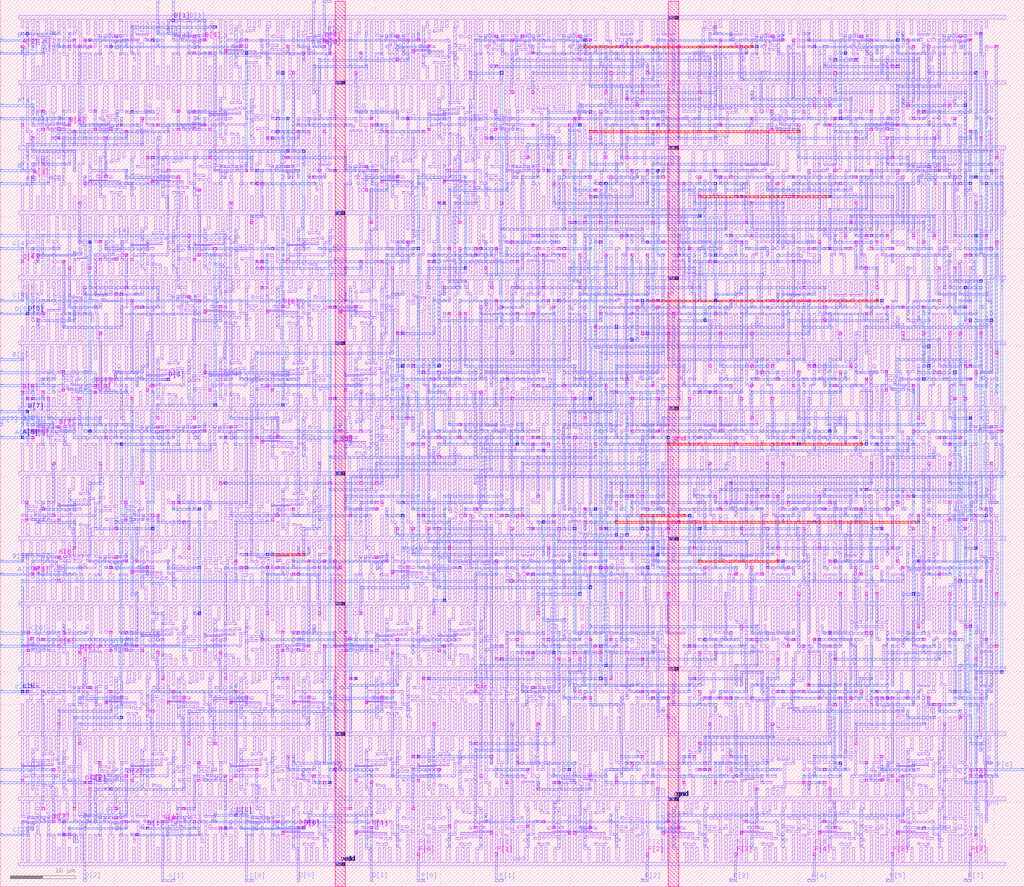
<source format=lef>
VERSION 5.7 ;
  NOWIREEXTENSIONATPIN ON ;
  DIVIDERCHAR "/" ;
  BUSBITCHARS "[]" ;
MACRO pipeline
  CLASS BLOCK ;
  FOREIGN pipeline ;
  ORIGIN 2.600 3.000 ;
  SIZE 157.200 BY 136.200 ;
  PIN vdd
    USE POWER ;
    PORT
      LAYER metal1 ;
        RECT 2.200 120.800 2.600 125.100 ;
        RECT 3.000 120.800 3.400 123.100 ;
        RECT 4.600 120.800 5.000 124.900 ;
        RECT 6.200 120.800 6.600 125.100 ;
        RECT 10.200 120.800 10.600 124.500 ;
        RECT 12.600 120.800 13.100 124.400 ;
        RECT 15.700 121.100 16.200 124.400 ;
        RECT 15.700 120.800 16.100 121.100 ;
        RECT 17.700 120.800 18.100 123.100 ;
        RECT 19.800 120.800 20.200 125.100 ;
        RECT 21.400 120.800 21.800 123.100 ;
        RECT 23.000 120.800 23.400 123.100 ;
        RECT 24.600 120.800 25.100 124.400 ;
        RECT 27.700 121.100 28.200 124.400 ;
        RECT 27.700 120.800 28.100 121.100 ;
        RECT 29.400 120.800 29.800 123.100 ;
        RECT 31.000 120.800 31.400 123.100 ;
        RECT 32.600 120.800 33.000 125.000 ;
        RECT 35.400 120.800 35.800 123.100 ;
        RECT 37.000 120.800 37.400 123.100 ;
        RECT 39.800 120.800 40.200 125.100 ;
        RECT 43.000 120.800 43.400 125.100 ;
        RECT 44.600 120.800 45.000 124.900 ;
        RECT 46.200 120.800 46.600 123.100 ;
        RECT 48.600 120.800 49.000 125.100 ;
        RECT 51.000 120.800 51.400 123.100 ;
        RECT 52.600 120.800 53.000 123.100 ;
        RECT 53.400 120.800 53.800 123.100 ;
        RECT 55.800 120.800 56.300 124.400 ;
        RECT 58.900 121.100 59.400 124.400 ;
        RECT 58.900 120.800 59.300 121.100 ;
        RECT 61.400 120.800 61.800 125.000 ;
        RECT 64.200 120.800 64.600 123.100 ;
        RECT 65.800 120.800 66.200 123.100 ;
        RECT 68.600 120.800 69.000 125.100 ;
        RECT 71.000 120.800 71.500 124.400 ;
        RECT 74.100 121.100 74.600 124.400 ;
        RECT 76.600 121.100 77.100 124.400 ;
        RECT 74.100 120.800 74.500 121.100 ;
        RECT 76.700 120.800 77.100 121.100 ;
        RECT 79.700 120.800 80.200 124.400 ;
        RECT 81.400 120.800 81.800 125.100 ;
        RECT 83.800 120.800 84.300 124.400 ;
        RECT 86.900 121.100 87.400 124.400 ;
        RECT 86.900 120.800 87.300 121.100 ;
        RECT 88.600 120.800 89.000 123.100 ;
        RECT 90.200 120.800 90.600 122.900 ;
        RECT 92.100 120.800 92.500 123.100 ;
        RECT 94.200 120.800 94.600 125.100 ;
        RECT 95.800 120.800 96.200 122.900 ;
        RECT 97.400 120.800 97.800 123.100 ;
        RECT 98.500 120.800 98.900 123.100 ;
        RECT 100.600 120.800 101.000 125.100 ;
        RECT 107.800 120.800 108.200 124.100 ;
        RECT 109.400 120.800 109.800 125.100 ;
        RECT 111.500 120.800 111.900 123.100 ;
        RECT 113.400 120.800 113.900 124.400 ;
        RECT 116.500 121.100 117.000 124.400 ;
        RECT 116.500 120.800 116.900 121.100 ;
        RECT 119.000 120.800 119.400 124.500 ;
        RECT 121.400 120.800 121.800 123.100 ;
        RECT 123.000 120.800 123.400 123.100 ;
        RECT 124.600 120.800 125.000 122.900 ;
        RECT 127.000 120.800 127.500 124.400 ;
        RECT 130.100 121.100 130.600 124.400 ;
        RECT 130.100 120.800 130.500 121.100 ;
        RECT 131.800 120.800 132.200 123.100 ;
        RECT 133.400 120.800 133.800 122.900 ;
        RECT 136.600 120.800 137.000 124.500 ;
        RECT 138.200 120.800 138.600 125.100 ;
        RECT 140.300 120.800 140.700 123.100 ;
        RECT 142.200 120.800 142.700 124.400 ;
        RECT 145.300 121.100 145.800 124.400 ;
        RECT 145.300 120.800 145.700 121.100 ;
        RECT 147.000 120.800 147.400 125.100 ;
        RECT 0.200 120.200 151.800 120.800 ;
        RECT 0.600 117.900 1.000 120.200 ;
        RECT 2.200 117.900 2.600 120.200 ;
        RECT 3.800 116.600 4.300 120.200 ;
        RECT 6.900 119.900 7.300 120.200 ;
        RECT 6.900 116.600 7.400 119.900 ;
        RECT 8.600 115.900 9.000 120.200 ;
        RECT 11.800 116.600 12.300 120.200 ;
        RECT 14.900 119.900 15.300 120.200 ;
        RECT 14.900 116.600 15.400 119.900 ;
        RECT 16.600 117.900 17.000 120.200 ;
        RECT 18.200 115.900 18.600 120.200 ;
        RECT 20.300 117.900 20.700 120.200 ;
        RECT 21.400 117.900 21.800 120.200 ;
        RECT 23.000 117.900 23.400 120.200 ;
        RECT 24.600 116.600 25.100 120.200 ;
        RECT 27.700 119.900 28.100 120.200 ;
        RECT 27.700 116.600 28.200 119.900 ;
        RECT 30.200 116.000 30.600 120.200 ;
        RECT 33.000 117.900 33.400 120.200 ;
        RECT 34.600 117.900 35.000 120.200 ;
        RECT 37.400 115.900 37.800 120.200 ;
        RECT 40.600 115.900 41.000 120.200 ;
        RECT 41.400 117.900 41.800 120.200 ;
        RECT 43.000 117.900 43.400 120.200 ;
        RECT 44.600 115.900 45.000 120.200 ;
        RECT 47.000 115.900 47.400 120.200 ;
        RECT 51.000 115.900 51.400 120.200 ;
        RECT 53.100 117.900 53.500 120.200 ;
        RECT 54.200 117.900 54.600 120.200 ;
        RECT 55.800 117.900 56.200 120.200 ;
        RECT 56.600 115.900 57.000 120.200 ;
        RECT 59.000 115.900 59.400 120.200 ;
        RECT 62.200 117.900 62.600 120.200 ;
        RECT 63.800 116.000 64.200 120.200 ;
        RECT 66.600 117.900 67.000 120.200 ;
        RECT 68.200 117.900 68.600 120.200 ;
        RECT 71.000 115.900 71.400 120.200 ;
        RECT 73.500 119.900 73.900 120.200 ;
        RECT 73.400 116.600 73.900 119.900 ;
        RECT 76.500 116.600 77.000 120.200 ;
        RECT 83.000 116.900 83.400 120.200 ;
        RECT 84.600 115.900 85.000 120.200 ;
        RECT 86.700 117.900 87.100 120.200 ;
        RECT 88.600 117.900 89.000 120.200 ;
        RECT 89.400 117.900 89.800 120.200 ;
        RECT 91.000 118.100 91.400 120.200 ;
        RECT 92.600 117.900 93.000 120.200 ;
        RECT 95.000 118.100 95.400 120.200 ;
        RECT 96.600 117.900 97.000 120.200 ;
        RECT 99.000 116.500 99.400 120.200 ;
        RECT 103.000 116.500 103.400 120.200 ;
        RECT 106.200 116.900 106.600 120.200 ;
        RECT 111.800 115.900 112.200 120.200 ;
        RECT 113.900 117.900 114.300 120.200 ;
        RECT 115.900 119.900 116.300 120.200 ;
        RECT 115.800 116.600 116.300 119.900 ;
        RECT 118.900 116.600 119.400 120.200 ;
        RECT 120.600 117.900 121.000 120.200 ;
        RECT 122.200 118.100 122.600 120.200 ;
        RECT 124.600 118.100 125.000 120.200 ;
        RECT 126.200 117.900 126.600 120.200 ;
        RECT 127.800 116.500 128.200 120.200 ;
        RECT 131.000 116.600 131.500 120.200 ;
        RECT 134.100 119.900 134.500 120.200 ;
        RECT 134.100 116.600 134.600 119.900 ;
        RECT 136.600 118.100 137.000 120.200 ;
        RECT 138.200 117.900 138.600 120.200 ;
        RECT 139.800 116.500 140.200 120.200 ;
        RECT 143.000 118.100 143.400 120.200 ;
        RECT 144.600 117.900 145.000 120.200 ;
        RECT 146.200 117.900 146.600 120.200 ;
        RECT 148.600 116.500 149.000 120.200 ;
        RECT 0.600 100.800 1.000 105.100 ;
        RECT 3.000 100.800 3.400 103.100 ;
        RECT 4.600 100.800 5.000 103.100 ;
        RECT 7.800 100.800 8.200 105.100 ;
        RECT 8.600 100.800 9.000 103.100 ;
        RECT 10.200 100.800 10.600 103.100 ;
        RECT 11.800 100.800 12.200 105.000 ;
        RECT 14.600 100.800 15.000 103.100 ;
        RECT 16.200 100.800 16.600 103.100 ;
        RECT 19.000 100.800 19.400 105.100 ;
        RECT 21.400 100.800 21.800 105.000 ;
        RECT 24.200 100.800 24.600 103.100 ;
        RECT 25.800 100.800 26.200 103.100 ;
        RECT 28.600 100.800 29.000 105.100 ;
        RECT 31.000 101.100 31.500 104.400 ;
        RECT 31.100 100.800 31.500 101.100 ;
        RECT 34.100 100.800 34.600 104.400 ;
        RECT 35.800 100.800 36.200 103.100 ;
        RECT 37.400 100.800 37.800 103.100 ;
        RECT 39.000 100.800 39.500 104.400 ;
        RECT 42.100 101.100 42.600 104.400 ;
        RECT 42.100 100.800 42.500 101.100 ;
        RECT 43.800 100.800 44.200 103.100 ;
        RECT 45.700 100.800 46.100 103.100 ;
        RECT 47.800 100.800 48.200 105.100 ;
        RECT 51.000 100.800 51.500 104.400 ;
        RECT 54.100 101.100 54.600 104.400 ;
        RECT 54.100 100.800 54.500 101.100 ;
        RECT 56.600 100.800 57.000 105.000 ;
        RECT 59.400 100.800 59.800 103.100 ;
        RECT 61.000 100.800 61.400 103.100 ;
        RECT 63.800 100.800 64.200 105.100 ;
        RECT 66.200 100.800 66.600 105.000 ;
        RECT 69.000 100.800 69.400 103.100 ;
        RECT 70.600 100.800 71.000 103.100 ;
        RECT 73.400 100.800 73.800 105.100 ;
        RECT 75.800 101.100 76.300 104.400 ;
        RECT 75.900 100.800 76.300 101.100 ;
        RECT 78.900 100.800 79.400 104.400 ;
        RECT 80.600 100.800 81.000 103.100 ;
        RECT 82.200 100.800 82.600 103.100 ;
        RECT 83.800 100.800 84.200 104.500 ;
        RECT 87.000 100.800 87.400 102.900 ;
        RECT 88.600 100.800 89.000 103.100 ;
        RECT 90.200 100.800 90.600 102.900 ;
        RECT 91.800 100.800 92.200 103.100 ;
        RECT 94.200 100.800 94.600 104.500 ;
        RECT 96.600 100.800 97.000 104.500 ;
        RECT 99.000 100.800 99.400 103.100 ;
        RECT 100.600 100.800 101.000 103.100 ;
        RECT 103.800 100.800 104.200 102.900 ;
        RECT 105.400 100.800 105.800 103.100 ;
        RECT 107.000 100.800 107.400 102.900 ;
        RECT 108.600 100.800 109.000 103.100 ;
        RECT 109.400 100.800 109.800 103.100 ;
        RECT 111.300 100.800 111.700 103.100 ;
        RECT 113.400 100.800 113.800 105.100 ;
        RECT 114.200 100.800 114.600 105.100 ;
        RECT 116.300 100.800 116.700 103.100 ;
        RECT 118.200 100.800 118.600 102.900 ;
        RECT 119.800 100.800 120.200 103.100 ;
        RECT 121.400 100.800 121.800 104.500 ;
        RECT 123.800 100.800 124.200 105.100 ;
        RECT 125.900 100.800 126.300 103.100 ;
        RECT 127.800 100.800 128.200 102.900 ;
        RECT 129.400 100.800 129.800 103.100 ;
        RECT 131.000 100.800 131.400 104.500 ;
        RECT 135.000 100.800 135.400 104.500 ;
        RECT 137.400 100.800 137.900 104.400 ;
        RECT 140.500 101.100 141.000 104.400 ;
        RECT 140.500 100.800 140.900 101.100 ;
        RECT 142.200 100.800 142.600 105.100 ;
        RECT 144.300 100.800 144.700 103.100 ;
        RECT 146.200 100.800 146.600 102.900 ;
        RECT 147.800 100.800 148.200 103.100 ;
        RECT 149.400 100.800 149.800 104.500 ;
        RECT 0.200 100.200 151.800 100.800 ;
        RECT 0.600 97.900 1.000 100.200 ;
        RECT 2.200 97.900 2.600 100.200 ;
        RECT 3.800 97.900 4.200 100.200 ;
        RECT 4.600 95.900 5.000 100.200 ;
        RECT 7.000 97.900 7.400 100.200 ;
        RECT 8.600 97.900 9.000 100.200 ;
        RECT 10.200 96.100 10.600 100.200 ;
        RECT 12.600 96.600 13.100 100.200 ;
        RECT 15.700 99.900 16.100 100.200 ;
        RECT 15.700 96.600 16.200 99.900 ;
        RECT 18.200 96.000 18.600 100.200 ;
        RECT 21.000 97.900 21.400 100.200 ;
        RECT 22.600 97.900 23.000 100.200 ;
        RECT 25.400 95.900 25.800 100.200 ;
        RECT 27.800 96.000 28.200 100.200 ;
        RECT 30.600 97.900 31.000 100.200 ;
        RECT 32.200 97.900 32.600 100.200 ;
        RECT 35.000 95.900 35.400 100.200 ;
        RECT 36.600 95.900 37.000 100.200 ;
        RECT 39.000 97.900 39.400 100.200 ;
        RECT 40.600 97.900 41.000 100.200 ;
        RECT 42.200 96.000 42.600 100.200 ;
        RECT 45.000 97.900 45.400 100.200 ;
        RECT 46.600 97.900 47.000 100.200 ;
        RECT 49.400 95.900 49.800 100.200 ;
        RECT 52.600 95.900 53.000 100.200 ;
        RECT 55.800 97.900 56.200 100.200 ;
        RECT 58.200 96.500 58.600 100.200 ;
        RECT 59.800 97.900 60.200 100.200 ;
        RECT 61.400 98.100 61.800 100.200 ;
        RECT 63.000 95.900 63.400 100.200 ;
        RECT 65.400 95.900 65.800 100.200 ;
        RECT 68.600 95.900 69.000 100.200 ;
        RECT 69.400 95.900 69.800 100.200 ;
        RECT 71.500 97.900 71.900 100.200 ;
        RECT 72.600 95.900 73.000 100.200 ;
        RECT 74.700 97.900 75.100 100.200 ;
        RECT 76.600 97.900 77.000 100.200 ;
        RECT 77.700 97.900 78.100 100.200 ;
        RECT 79.800 95.900 80.200 100.200 ;
        RECT 80.600 95.900 81.000 100.200 ;
        RECT 82.700 97.900 83.100 100.200 ;
        RECT 83.800 97.900 84.200 100.200 ;
        RECT 85.400 97.900 85.800 100.200 ;
        RECT 86.200 97.900 86.600 100.200 ;
        RECT 87.800 97.900 88.200 100.200 ;
        RECT 88.600 97.900 89.000 100.200 ;
        RECT 90.200 97.900 90.600 100.200 ;
        RECT 91.000 97.900 91.400 100.200 ;
        RECT 92.600 98.100 93.000 100.200 ;
        RECT 94.200 97.900 94.600 100.200 ;
        RECT 95.800 97.900 96.200 100.200 ;
        RECT 96.600 97.900 97.000 100.200 ;
        RECT 98.200 97.900 98.600 100.200 ;
        RECT 100.600 95.900 101.000 100.200 ;
        RECT 103.800 95.900 104.200 100.200 ;
        RECT 105.400 96.500 105.800 100.200 ;
        RECT 108.600 97.900 109.000 100.200 ;
        RECT 110.200 97.900 110.600 100.200 ;
        RECT 111.000 97.900 111.400 100.200 ;
        RECT 112.600 98.100 113.000 100.200 ;
        RECT 115.000 96.500 115.400 100.200 ;
        RECT 119.000 95.900 119.400 100.200 ;
        RECT 119.800 95.900 120.200 100.200 ;
        RECT 121.900 97.900 122.300 100.200 ;
        RECT 123.000 97.900 123.400 100.200 ;
        RECT 124.600 98.100 125.000 100.200 ;
        RECT 127.000 98.100 127.400 100.200 ;
        RECT 128.600 97.900 129.000 100.200 ;
        RECT 130.200 98.100 130.600 100.200 ;
        RECT 131.800 97.900 132.200 100.200 ;
        RECT 133.400 98.100 133.800 100.200 ;
        RECT 135.000 97.900 135.400 100.200 ;
        RECT 135.800 97.900 136.200 100.200 ;
        RECT 137.400 98.100 137.800 100.200 ;
        RECT 139.000 97.900 139.400 100.200 ;
        RECT 140.600 98.100 141.000 100.200 ;
        RECT 143.000 96.500 143.400 100.200 ;
        RECT 145.400 97.900 145.800 100.200 ;
        RECT 147.000 97.900 147.400 100.200 ;
        RECT 148.600 98.100 149.000 100.200 ;
        RECT 150.200 97.900 150.600 100.200 ;
        RECT 0.600 80.800 1.000 83.100 ;
        RECT 2.200 80.800 2.600 83.100 ;
        RECT 3.800 80.800 4.200 83.100 ;
        RECT 5.900 80.800 6.300 85.100 ;
        RECT 7.800 80.800 8.200 83.100 ;
        RECT 9.400 80.800 9.800 84.900 ;
        RECT 11.300 80.800 11.700 83.100 ;
        RECT 13.400 80.800 13.800 85.100 ;
        RECT 14.200 80.800 14.600 83.100 ;
        RECT 17.400 80.800 17.800 84.500 ;
        RECT 19.000 80.800 19.400 85.100 ;
        RECT 21.400 80.800 21.800 85.100 ;
        RECT 23.800 80.800 24.300 84.400 ;
        RECT 26.900 81.100 27.400 84.400 ;
        RECT 26.900 80.800 27.300 81.100 ;
        RECT 29.400 80.800 29.800 85.000 ;
        RECT 32.200 80.800 32.600 83.100 ;
        RECT 33.800 80.800 34.200 83.100 ;
        RECT 36.600 80.800 37.000 85.100 ;
        RECT 39.000 80.800 39.400 85.000 ;
        RECT 41.800 80.800 42.200 83.100 ;
        RECT 43.400 80.800 43.800 83.100 ;
        RECT 46.200 80.800 46.600 85.100 ;
        RECT 50.200 80.800 50.600 85.000 ;
        RECT 53.000 80.800 53.400 83.100 ;
        RECT 54.600 80.800 55.000 83.100 ;
        RECT 57.400 80.800 57.800 85.100 ;
        RECT 59.000 80.800 59.400 83.100 ;
        RECT 60.600 80.800 61.000 83.100 ;
        RECT 62.200 80.800 62.600 84.900 ;
        RECT 63.800 80.800 64.200 83.100 ;
        RECT 65.400 80.800 65.800 83.100 ;
        RECT 66.200 80.800 66.600 83.100 ;
        RECT 67.800 80.800 68.200 83.100 ;
        RECT 68.600 80.800 69.000 83.100 ;
        RECT 70.200 80.800 70.600 83.100 ;
        RECT 73.400 80.800 73.800 84.500 ;
        RECT 75.000 80.800 75.400 83.100 ;
        RECT 76.600 80.800 77.000 83.100 ;
        RECT 77.400 80.800 77.800 83.100 ;
        RECT 79.000 80.800 79.400 83.100 ;
        RECT 81.400 80.800 81.800 84.500 ;
        RECT 83.800 80.800 84.200 83.100 ;
        RECT 85.400 80.800 85.800 84.500 ;
        RECT 87.800 80.800 88.200 83.100 ;
        RECT 89.400 80.800 89.800 83.100 ;
        RECT 90.200 80.800 90.600 83.100 ;
        RECT 91.800 80.800 92.200 85.100 ;
        RECT 93.900 80.800 94.300 83.100 ;
        RECT 97.400 80.800 97.800 84.500 ;
        RECT 99.000 80.800 99.400 83.100 ;
        RECT 100.600 80.800 101.000 83.100 ;
        RECT 103.000 80.800 103.400 83.100 ;
        RECT 104.600 80.800 105.000 83.100 ;
        RECT 105.400 80.800 105.800 83.100 ;
        RECT 107.000 80.800 107.400 82.900 ;
        RECT 109.400 80.800 109.800 84.500 ;
        RECT 111.800 80.800 112.200 83.100 ;
        RECT 113.400 80.800 113.800 82.900 ;
        RECT 115.800 80.800 116.200 84.500 ;
        RECT 118.200 80.800 118.600 85.100 ;
        RECT 121.400 80.800 121.800 85.100 ;
        RECT 122.200 80.800 122.600 85.100 ;
        RECT 124.900 80.800 125.300 83.100 ;
        RECT 127.000 80.800 127.400 85.100 ;
        RECT 127.800 80.800 128.200 85.100 ;
        RECT 129.900 80.800 130.300 83.100 ;
        RECT 132.600 80.800 133.000 84.500 ;
        RECT 135.000 80.800 135.400 82.900 ;
        RECT 136.600 80.800 137.000 83.100 ;
        RECT 138.200 80.800 138.600 82.900 ;
        RECT 139.800 80.800 140.200 83.100 ;
        RECT 141.400 80.800 141.800 84.500 ;
        RECT 143.800 80.800 144.200 83.100 ;
        RECT 145.400 80.800 145.800 82.900 ;
        RECT 147.000 80.800 147.400 83.100 ;
        RECT 148.600 80.800 149.000 82.900 ;
        RECT 0.200 80.200 151.800 80.800 ;
        RECT 0.600 77.900 1.000 80.200 ;
        RECT 2.200 77.900 2.600 80.200 ;
        RECT 3.800 75.900 4.200 80.200 ;
        RECT 7.100 79.900 7.500 80.200 ;
        RECT 7.000 76.600 7.500 79.900 ;
        RECT 10.100 76.600 10.600 80.200 ;
        RECT 11.800 77.900 12.200 80.200 ;
        RECT 13.400 75.900 13.800 80.200 ;
        RECT 15.500 77.900 15.900 80.200 ;
        RECT 18.200 76.500 18.600 80.200 ;
        RECT 20.600 76.000 21.000 80.200 ;
        RECT 23.400 77.900 23.800 80.200 ;
        RECT 25.000 77.900 25.400 80.200 ;
        RECT 27.800 75.900 28.200 80.200 ;
        RECT 30.200 76.000 30.600 80.200 ;
        RECT 33.000 77.900 33.400 80.200 ;
        RECT 34.600 77.900 35.000 80.200 ;
        RECT 37.400 75.900 37.800 80.200 ;
        RECT 39.800 76.000 40.200 80.200 ;
        RECT 42.600 77.900 43.000 80.200 ;
        RECT 44.200 77.900 44.600 80.200 ;
        RECT 47.000 75.900 47.400 80.200 ;
        RECT 51.000 76.000 51.400 80.200 ;
        RECT 53.800 77.900 54.200 80.200 ;
        RECT 55.400 77.900 55.800 80.200 ;
        RECT 58.200 75.900 58.600 80.200 ;
        RECT 59.800 77.900 60.200 80.200 ;
        RECT 61.400 77.900 61.800 80.200 ;
        RECT 63.000 78.100 63.400 80.200 ;
        RECT 64.600 77.900 65.000 80.200 ;
        RECT 67.000 76.500 67.400 80.200 ;
        RECT 68.600 77.900 69.000 80.200 ;
        RECT 70.200 77.900 70.600 80.200 ;
        RECT 72.600 76.500 73.000 80.200 ;
        RECT 75.000 76.500 75.400 80.200 ;
        RECT 76.600 75.900 77.000 80.200 ;
        RECT 78.200 76.500 78.600 80.200 ;
        RECT 79.800 75.900 80.200 80.200 ;
        RECT 81.400 76.500 81.800 80.200 ;
        RECT 83.000 75.900 83.400 80.200 ;
        RECT 83.800 77.900 84.200 80.200 ;
        RECT 85.400 77.900 85.800 80.200 ;
        RECT 87.000 76.500 87.400 80.200 ;
        RECT 90.200 77.900 90.600 80.200 ;
        RECT 91.800 77.900 92.200 80.200 ;
        RECT 95.000 76.500 95.400 80.200 ;
        RECT 97.400 76.500 97.800 80.200 ;
        RECT 102.200 76.500 102.600 80.200 ;
        RECT 104.600 77.900 105.000 80.200 ;
        RECT 106.200 77.900 106.600 80.200 ;
        RECT 107.000 75.900 107.400 80.200 ;
        RECT 109.400 77.900 109.800 80.200 ;
        RECT 111.000 77.900 111.400 80.200 ;
        RECT 112.600 78.100 113.000 80.200 ;
        RECT 114.200 77.900 114.600 80.200 ;
        RECT 115.800 78.100 116.200 80.200 ;
        RECT 117.400 77.900 117.800 80.200 ;
        RECT 119.000 75.900 119.400 80.200 ;
        RECT 119.800 77.900 120.200 80.200 ;
        RECT 121.400 78.100 121.800 80.200 ;
        RECT 123.800 76.500 124.200 80.200 ;
        RECT 126.200 77.900 126.600 80.200 ;
        RECT 127.800 78.100 128.200 80.200 ;
        RECT 129.400 75.900 129.800 80.200 ;
        RECT 131.500 77.900 131.900 80.200 ;
        RECT 133.500 79.900 133.900 80.200 ;
        RECT 133.400 76.600 133.900 79.900 ;
        RECT 136.500 76.600 137.000 80.200 ;
        RECT 138.200 77.900 138.600 80.200 ;
        RECT 139.800 78.100 140.200 80.200 ;
        RECT 141.400 77.900 141.800 80.200 ;
        RECT 143.000 78.100 143.400 80.200 ;
        RECT 145.400 78.100 145.800 80.200 ;
        RECT 147.000 77.900 147.400 80.200 ;
        RECT 148.600 76.500 149.000 80.200 ;
        RECT 0.600 60.800 1.000 65.100 ;
        RECT 3.800 60.800 4.300 64.400 ;
        RECT 6.900 61.100 7.400 64.400 ;
        RECT 6.900 60.800 7.300 61.100 ;
        RECT 8.600 60.800 9.000 63.100 ;
        RECT 11.000 60.800 11.400 64.500 ;
        RECT 15.000 60.800 15.400 65.100 ;
        RECT 15.800 60.800 16.200 63.100 ;
        RECT 17.400 60.800 17.800 63.100 ;
        RECT 19.000 60.800 19.500 64.400 ;
        RECT 22.100 61.100 22.600 64.400 ;
        RECT 22.100 60.800 22.500 61.100 ;
        RECT 24.600 60.800 25.100 64.400 ;
        RECT 27.700 61.100 28.200 64.400 ;
        RECT 27.700 60.800 28.100 61.100 ;
        RECT 30.200 60.800 30.700 64.400 ;
        RECT 33.300 61.100 33.800 64.400 ;
        RECT 33.300 60.800 33.700 61.100 ;
        RECT 35.000 60.800 35.400 65.100 ;
        RECT 38.200 60.800 38.600 65.000 ;
        RECT 41.000 60.800 41.400 63.100 ;
        RECT 42.600 60.800 43.000 63.100 ;
        RECT 45.400 60.800 45.800 65.100 ;
        RECT 49.400 60.800 49.800 65.000 ;
        RECT 52.200 60.800 52.600 63.100 ;
        RECT 53.800 60.800 54.200 63.100 ;
        RECT 56.600 60.800 57.000 65.100 ;
        RECT 58.200 60.800 58.600 63.100 ;
        RECT 59.800 60.800 60.200 63.100 ;
        RECT 60.600 60.800 61.000 63.100 ;
        RECT 62.200 60.800 62.600 63.100 ;
        RECT 63.800 60.800 64.200 62.900 ;
        RECT 65.400 60.800 65.800 63.100 ;
        RECT 67.000 60.800 67.400 62.900 ;
        RECT 68.600 60.800 69.000 63.100 ;
        RECT 69.400 60.800 69.800 63.100 ;
        RECT 71.300 60.800 71.700 63.100 ;
        RECT 73.400 60.800 73.800 65.100 ;
        RECT 74.200 60.800 74.600 65.100 ;
        RECT 76.300 60.800 76.700 63.100 ;
        RECT 77.400 60.800 77.800 63.100 ;
        RECT 79.000 60.800 79.400 63.100 ;
        RECT 79.800 60.800 80.200 63.100 ;
        RECT 81.400 60.800 81.800 63.100 ;
        RECT 82.200 60.800 82.600 65.100 ;
        RECT 83.800 60.800 84.200 64.500 ;
        RECT 86.200 60.800 86.600 64.500 ;
        RECT 87.800 60.800 88.200 65.100 ;
        RECT 88.600 60.800 89.000 63.100 ;
        RECT 90.200 60.800 90.600 63.100 ;
        RECT 91.000 60.800 91.400 65.100 ;
        RECT 94.200 60.800 94.600 65.100 ;
        RECT 95.300 60.800 95.700 63.100 ;
        RECT 97.400 60.800 97.800 65.100 ;
        RECT 98.200 60.800 98.600 65.100 ;
        RECT 100.300 60.800 100.700 63.100 ;
        RECT 103.000 60.800 103.400 65.100 ;
        RECT 104.900 60.800 105.300 63.100 ;
        RECT 107.000 60.800 107.400 65.100 ;
        RECT 107.800 60.800 108.200 65.100 ;
        RECT 109.900 60.800 110.300 63.100 ;
        RECT 111.800 60.800 112.200 64.500 ;
        RECT 114.200 60.800 114.600 63.100 ;
        RECT 115.800 60.800 116.200 62.900 ;
        RECT 118.200 60.800 118.600 62.900 ;
        RECT 119.800 60.800 120.200 63.100 ;
        RECT 120.600 60.800 121.000 63.100 ;
        RECT 122.200 60.800 122.600 62.900 ;
        RECT 124.600 60.800 125.000 64.500 ;
        RECT 127.000 60.800 127.400 63.100 ;
        RECT 128.600 60.800 129.000 62.900 ;
        RECT 130.200 60.800 130.600 63.100 ;
        RECT 131.800 60.800 132.200 62.900 ;
        RECT 133.400 60.800 133.800 63.100 ;
        RECT 135.000 60.800 135.400 62.900 ;
        RECT 137.400 60.800 137.800 64.500 ;
        RECT 140.600 60.800 141.000 62.900 ;
        RECT 142.200 60.800 142.600 63.100 ;
        RECT 143.800 60.800 144.200 62.900 ;
        RECT 145.400 60.800 145.800 63.100 ;
        RECT 147.000 60.800 147.500 64.400 ;
        RECT 150.100 61.100 150.600 64.400 ;
        RECT 150.100 60.800 150.500 61.100 ;
        RECT 0.200 60.200 151.800 60.800 ;
        RECT 1.500 59.900 1.900 60.200 ;
        RECT 1.400 56.600 1.900 59.900 ;
        RECT 4.500 56.600 5.000 60.200 ;
        RECT 7.000 56.000 7.400 60.200 ;
        RECT 9.800 57.900 10.200 60.200 ;
        RECT 11.400 57.900 11.800 60.200 ;
        RECT 14.200 55.900 14.600 60.200 ;
        RECT 16.700 59.900 17.100 60.200 ;
        RECT 16.600 56.600 17.100 59.900 ;
        RECT 19.700 56.600 20.200 60.200 ;
        RECT 21.400 57.900 21.800 60.200 ;
        RECT 23.000 57.900 23.400 60.200 ;
        RECT 23.800 57.900 24.200 60.200 ;
        RECT 25.400 55.900 25.800 60.200 ;
        RECT 27.800 55.900 28.200 60.200 ;
        RECT 30.200 57.900 30.600 60.200 ;
        RECT 31.800 55.900 32.200 60.200 ;
        RECT 33.400 55.900 33.800 60.200 ;
        RECT 35.000 55.900 35.400 60.200 ;
        RECT 36.600 55.900 37.000 60.200 ;
        RECT 38.200 55.900 38.600 60.200 ;
        RECT 39.800 56.000 40.200 60.200 ;
        RECT 42.600 57.900 43.000 60.200 ;
        RECT 44.200 57.900 44.600 60.200 ;
        RECT 47.000 55.900 47.400 60.200 ;
        RECT 51.000 56.500 51.400 60.200 ;
        RECT 54.200 58.100 54.600 60.200 ;
        RECT 55.800 57.900 56.200 60.200 ;
        RECT 56.600 57.900 57.000 60.200 ;
        RECT 58.200 57.900 58.600 60.200 ;
        RECT 59.000 57.900 59.400 60.200 ;
        RECT 60.600 57.900 61.000 60.200 ;
        RECT 61.400 57.900 61.800 60.200 ;
        RECT 63.000 57.900 63.400 60.200 ;
        RECT 63.800 57.900 64.200 60.200 ;
        RECT 65.400 57.900 65.800 60.200 ;
        RECT 67.000 56.500 67.400 60.200 ;
        RECT 68.600 55.900 69.000 60.200 ;
        RECT 69.400 55.900 69.800 60.200 ;
        RECT 71.500 57.900 71.900 60.200 ;
        RECT 72.600 57.900 73.000 60.200 ;
        RECT 74.200 57.900 74.600 60.200 ;
        RECT 75.000 57.900 75.400 60.200 ;
        RECT 76.600 57.900 77.000 60.200 ;
        RECT 77.400 57.900 77.800 60.200 ;
        RECT 79.000 57.900 79.400 60.200 ;
        RECT 79.800 57.900 80.200 60.200 ;
        RECT 81.400 57.900 81.800 60.200 ;
        RECT 82.200 55.900 82.600 60.200 ;
        RECT 84.600 55.900 85.000 60.200 ;
        RECT 87.800 55.900 88.200 60.200 ;
        RECT 90.200 56.500 90.600 60.200 ;
        RECT 91.800 57.900 92.200 60.200 ;
        RECT 93.400 58.100 93.800 60.200 ;
        RECT 95.800 58.100 96.200 60.200 ;
        RECT 97.400 57.900 97.800 60.200 ;
        RECT 99.000 56.500 99.400 60.200 ;
        RECT 103.000 55.900 103.400 60.200 ;
        RECT 105.100 57.900 105.500 60.200 ;
        RECT 107.000 58.100 107.400 60.200 ;
        RECT 108.600 57.900 109.000 60.200 ;
        RECT 110.200 56.500 110.600 60.200 ;
        RECT 112.600 57.900 113.000 60.200 ;
        RECT 114.200 58.100 114.600 60.200 ;
        RECT 116.600 58.100 117.000 60.200 ;
        RECT 118.200 57.900 118.600 60.200 ;
        RECT 119.800 56.500 120.200 60.200 ;
        RECT 123.000 58.100 123.400 60.200 ;
        RECT 124.600 57.900 125.000 60.200 ;
        RECT 127.000 56.500 127.400 60.200 ;
        RECT 128.600 55.900 129.000 60.200 ;
        RECT 130.700 57.900 131.100 60.200 ;
        RECT 132.600 58.100 133.000 60.200 ;
        RECT 134.200 57.900 134.600 60.200 ;
        RECT 135.000 57.900 135.400 60.200 ;
        RECT 136.600 58.100 137.000 60.200 ;
        RECT 138.200 57.900 138.600 60.200 ;
        RECT 139.800 57.900 140.200 60.200 ;
        RECT 141.400 55.900 141.800 60.200 ;
        RECT 143.000 56.600 143.500 60.200 ;
        RECT 146.100 59.900 146.500 60.200 ;
        RECT 146.100 56.600 146.600 59.900 ;
        RECT 147.800 55.900 148.200 60.200 ;
        RECT 149.900 57.900 150.300 60.200 ;
        RECT 0.600 40.800 1.000 43.100 ;
        RECT 2.200 40.800 2.600 43.100 ;
        RECT 3.800 40.800 4.300 44.400 ;
        RECT 6.900 41.100 7.400 44.400 ;
        RECT 6.900 40.800 7.300 41.100 ;
        RECT 8.900 40.800 9.300 43.100 ;
        RECT 11.000 40.800 11.400 45.100 ;
        RECT 12.600 40.800 13.100 44.400 ;
        RECT 15.700 41.100 16.200 44.400 ;
        RECT 15.700 40.800 16.100 41.100 ;
        RECT 18.200 40.800 18.600 45.000 ;
        RECT 21.000 40.800 21.400 43.100 ;
        RECT 22.600 40.800 23.000 43.100 ;
        RECT 25.400 40.800 25.800 45.100 ;
        RECT 27.000 40.800 27.400 45.100 ;
        RECT 28.600 40.800 29.000 45.100 ;
        RECT 30.200 40.800 30.600 45.100 ;
        RECT 31.800 40.800 32.200 45.100 ;
        RECT 33.400 40.800 33.800 45.100 ;
        RECT 35.800 40.800 36.200 45.100 ;
        RECT 36.600 40.800 37.000 43.100 ;
        RECT 38.200 40.800 38.600 44.900 ;
        RECT 39.800 40.800 40.200 45.100 ;
        RECT 41.900 40.800 42.300 43.100 ;
        RECT 43.800 40.800 44.200 43.100 ;
        RECT 44.600 40.800 45.000 45.100 ;
        RECT 48.600 40.800 49.000 44.500 ;
        RECT 52.600 40.800 53.100 44.400 ;
        RECT 55.700 41.100 56.200 44.400 ;
        RECT 55.700 40.800 56.100 41.100 ;
        RECT 58.200 40.800 58.600 45.000 ;
        RECT 61.000 40.800 61.400 43.100 ;
        RECT 62.600 40.800 63.000 43.100 ;
        RECT 65.400 40.800 65.800 45.100 ;
        RECT 67.000 40.800 67.400 45.100 ;
        RECT 68.600 40.800 69.000 45.100 ;
        RECT 70.200 40.800 70.600 45.100 ;
        RECT 71.800 40.800 72.200 45.100 ;
        RECT 73.400 40.800 73.800 45.100 ;
        RECT 74.200 40.800 74.600 45.100 ;
        RECT 76.900 40.800 77.300 43.100 ;
        RECT 79.000 40.800 79.400 45.100 ;
        RECT 80.600 40.800 81.000 43.100 ;
        RECT 81.700 40.800 82.100 43.100 ;
        RECT 83.800 40.800 84.200 45.100 ;
        RECT 84.600 40.800 85.000 45.100 ;
        RECT 86.200 40.800 86.600 45.100 ;
        RECT 88.600 40.800 89.000 45.100 ;
        RECT 91.800 40.800 92.200 44.500 ;
        RECT 93.400 40.800 93.800 45.100 ;
        RECT 94.200 40.800 94.600 45.100 ;
        RECT 96.100 40.800 96.500 43.100 ;
        RECT 98.200 40.800 98.600 45.100 ;
        RECT 100.600 40.800 101.000 45.100 ;
        RECT 104.600 40.800 105.000 44.500 ;
        RECT 107.000 40.800 107.400 43.100 ;
        RECT 107.800 40.800 108.200 45.100 ;
        RECT 109.900 40.800 110.300 43.100 ;
        RECT 111.000 40.800 111.400 45.100 ;
        RECT 113.100 40.800 113.500 43.100 ;
        RECT 114.200 40.800 114.600 43.100 ;
        RECT 117.400 40.800 117.800 44.500 ;
        RECT 119.000 40.800 119.400 43.100 ;
        RECT 120.600 40.800 121.000 42.900 ;
        RECT 122.200 40.800 122.600 45.100 ;
        RECT 124.600 40.800 125.000 44.500 ;
        RECT 127.000 40.800 127.400 45.100 ;
        RECT 129.100 40.800 129.500 43.100 ;
        RECT 131.000 40.800 131.400 42.900 ;
        RECT 132.600 40.800 133.000 43.100 ;
        RECT 135.000 40.800 135.400 44.500 ;
        RECT 137.900 40.800 138.300 45.100 ;
        RECT 139.800 40.800 140.200 43.100 ;
        RECT 141.400 40.800 141.800 43.100 ;
        RECT 142.200 40.800 142.600 43.100 ;
        RECT 143.800 40.800 144.200 42.900 ;
        RECT 145.400 40.800 145.800 45.100 ;
        RECT 147.800 40.800 148.200 43.100 ;
        RECT 149.400 40.800 149.800 44.900 ;
        RECT 0.200 40.200 151.800 40.800 ;
        RECT 1.500 39.900 1.900 40.200 ;
        RECT 1.400 36.600 1.900 39.900 ;
        RECT 4.500 36.600 5.000 40.200 ;
        RECT 6.200 37.900 6.600 40.200 ;
        RECT 7.800 37.900 8.200 40.200 ;
        RECT 9.400 37.900 9.800 40.200 ;
        RECT 10.500 37.900 10.900 40.200 ;
        RECT 12.600 35.900 13.000 40.200 ;
        RECT 14.200 36.600 14.700 40.200 ;
        RECT 17.300 39.900 17.700 40.200 ;
        RECT 17.300 36.600 17.800 39.900 ;
        RECT 19.800 36.000 20.200 40.200 ;
        RECT 22.600 37.900 23.000 40.200 ;
        RECT 24.200 37.900 24.600 40.200 ;
        RECT 27.000 35.900 27.400 40.200 ;
        RECT 29.400 36.000 29.800 40.200 ;
        RECT 32.200 37.900 32.600 40.200 ;
        RECT 33.800 37.900 34.200 40.200 ;
        RECT 36.600 35.900 37.000 40.200 ;
        RECT 39.000 37.900 39.400 40.200 ;
        RECT 40.600 36.600 41.100 40.200 ;
        RECT 43.700 39.900 44.100 40.200 ;
        RECT 43.700 36.600 44.200 39.900 ;
        RECT 45.400 37.900 45.800 40.200 ;
        RECT 47.000 37.900 47.400 40.200 ;
        RECT 50.300 39.900 50.700 40.200 ;
        RECT 50.200 36.600 50.700 39.900 ;
        RECT 53.300 36.600 53.800 40.200 ;
        RECT 55.800 36.000 56.200 40.200 ;
        RECT 58.600 37.900 59.000 40.200 ;
        RECT 60.200 37.900 60.600 40.200 ;
        RECT 63.000 35.900 63.400 40.200 ;
        RECT 65.400 36.000 65.800 40.200 ;
        RECT 68.200 37.900 68.600 40.200 ;
        RECT 69.800 37.900 70.200 40.200 ;
        RECT 72.600 35.900 73.000 40.200 ;
        RECT 74.200 35.900 74.600 40.200 ;
        RECT 75.800 35.900 76.200 40.200 ;
        RECT 78.200 35.900 78.600 40.200 ;
        RECT 79.000 37.900 79.400 40.200 ;
        RECT 80.600 35.900 81.000 40.200 ;
        RECT 82.700 37.900 83.100 40.200 ;
        RECT 85.400 35.900 85.800 40.200 ;
        RECT 86.500 37.900 86.900 40.200 ;
        RECT 88.600 35.900 89.000 40.200 ;
        RECT 89.700 37.900 90.100 40.200 ;
        RECT 91.800 35.900 92.200 40.200 ;
        RECT 93.400 37.900 93.800 40.200 ;
        RECT 95.000 36.500 95.400 40.200 ;
        RECT 96.600 35.900 97.000 40.200 ;
        RECT 97.400 35.900 97.800 40.200 ;
        RECT 99.500 37.900 99.900 40.200 ;
        RECT 102.200 37.900 102.600 40.200 ;
        RECT 103.800 37.900 104.200 40.200 ;
        RECT 104.600 37.900 105.000 40.200 ;
        RECT 107.800 36.500 108.200 40.200 ;
        RECT 109.400 37.900 109.800 40.200 ;
        RECT 111.000 38.100 111.400 40.200 ;
        RECT 112.600 35.900 113.000 40.200 ;
        RECT 114.700 37.900 115.100 40.200 ;
        RECT 117.400 36.500 117.800 40.200 ;
        RECT 119.000 37.900 119.400 40.200 ;
        RECT 120.600 37.900 121.000 40.200 ;
        RECT 121.400 35.900 121.800 40.200 ;
        RECT 123.500 37.900 123.900 40.200 ;
        RECT 126.200 36.500 126.600 40.200 ;
        RECT 128.600 38.100 129.000 40.200 ;
        RECT 130.200 37.900 130.600 40.200 ;
        RECT 131.000 37.900 131.400 40.200 ;
        RECT 132.600 38.100 133.000 40.200 ;
        RECT 135.800 36.500 136.200 40.200 ;
        RECT 138.200 38.100 138.600 40.200 ;
        RECT 139.800 37.900 140.200 40.200 ;
        RECT 141.400 36.500 141.800 40.200 ;
        RECT 143.800 37.900 144.200 40.200 ;
        RECT 145.400 38.100 145.800 40.200 ;
        RECT 147.300 37.900 147.700 40.200 ;
        RECT 149.400 35.900 149.800 40.200 ;
        RECT 0.600 20.800 1.000 25.100 ;
        RECT 2.200 20.800 2.600 25.100 ;
        RECT 3.800 20.800 4.200 25.100 ;
        RECT 5.400 20.800 5.800 25.100 ;
        RECT 7.000 20.800 7.400 25.100 ;
        RECT 8.600 20.800 9.100 24.400 ;
        RECT 11.700 21.100 12.200 24.400 ;
        RECT 11.700 20.800 12.100 21.100 ;
        RECT 14.200 20.800 14.600 25.000 ;
        RECT 17.000 20.800 17.400 23.100 ;
        RECT 18.600 20.800 19.000 23.100 ;
        RECT 21.400 20.800 21.800 25.100 ;
        RECT 23.800 20.800 24.200 25.000 ;
        RECT 26.600 20.800 27.000 23.100 ;
        RECT 28.200 20.800 28.600 23.100 ;
        RECT 31.000 20.800 31.400 25.100 ;
        RECT 33.400 20.800 33.800 25.000 ;
        RECT 36.200 20.800 36.600 23.100 ;
        RECT 37.800 20.800 38.200 23.100 ;
        RECT 40.600 20.800 41.000 25.100 ;
        RECT 43.000 20.800 43.400 25.000 ;
        RECT 45.800 20.800 46.200 23.100 ;
        RECT 47.400 20.800 47.800 23.100 ;
        RECT 50.200 20.800 50.600 25.100 ;
        RECT 54.200 20.800 54.600 25.000 ;
        RECT 57.000 20.800 57.400 23.100 ;
        RECT 58.600 20.800 59.000 23.100 ;
        RECT 61.400 20.800 61.800 25.100 ;
        RECT 63.000 20.800 63.400 25.100 ;
        RECT 64.600 20.800 65.000 25.100 ;
        RECT 66.200 20.800 66.600 25.100 ;
        RECT 67.800 20.800 68.200 25.100 ;
        RECT 69.400 20.800 69.800 25.100 ;
        RECT 70.200 20.800 70.600 25.100 ;
        RECT 71.800 20.800 72.200 25.100 ;
        RECT 73.400 20.800 73.800 25.100 ;
        RECT 75.000 20.800 75.400 25.100 ;
        RECT 76.600 20.800 77.000 25.100 ;
        RECT 78.200 21.100 78.700 24.400 ;
        RECT 78.300 20.800 78.700 21.100 ;
        RECT 81.300 20.800 81.800 24.400 ;
        RECT 83.800 20.800 84.200 23.100 ;
        RECT 86.200 20.800 86.600 24.500 ;
        RECT 89.400 20.800 89.800 25.100 ;
        RECT 90.200 20.800 90.600 23.100 ;
        RECT 92.100 20.800 92.500 23.100 ;
        RECT 94.200 20.800 94.600 25.100 ;
        RECT 96.600 20.800 97.000 24.500 ;
        RECT 99.000 20.800 99.400 22.900 ;
        RECT 100.600 20.800 101.000 23.100 ;
        RECT 104.600 20.800 105.000 24.500 ;
        RECT 107.000 20.800 107.400 22.900 ;
        RECT 108.600 20.800 109.000 23.100 ;
        RECT 110.200 20.800 110.600 23.100 ;
        RECT 111.000 20.800 111.400 25.100 ;
        RECT 114.700 20.800 115.100 25.100 ;
        RECT 121.400 20.800 121.800 24.100 ;
        RECT 123.000 20.800 123.400 25.100 ;
        RECT 125.100 20.800 125.500 23.100 ;
        RECT 126.200 20.800 126.600 25.100 ;
        RECT 129.400 20.800 129.800 24.500 ;
        RECT 134.200 20.800 134.600 25.100 ;
        RECT 135.800 20.800 136.200 22.900 ;
        RECT 137.400 20.800 137.800 23.100 ;
        RECT 138.200 20.800 138.600 25.100 ;
        RECT 140.300 20.800 140.700 23.100 ;
        RECT 141.400 20.800 141.800 23.100 ;
        RECT 143.000 20.800 143.400 23.100 ;
        RECT 143.800 20.800 144.200 23.100 ;
        RECT 145.400 20.800 145.800 22.900 ;
        RECT 147.300 20.800 147.700 23.100 ;
        RECT 149.400 20.800 149.800 25.100 ;
        RECT 0.200 20.200 151.800 20.800 ;
        RECT 1.400 16.000 1.800 20.200 ;
        RECT 4.200 17.900 4.600 20.200 ;
        RECT 5.800 17.900 6.200 20.200 ;
        RECT 8.600 15.900 9.000 20.200 ;
        RECT 10.200 17.900 10.600 20.200 ;
        RECT 12.700 19.900 13.100 20.200 ;
        RECT 12.600 16.600 13.100 19.900 ;
        RECT 15.700 16.600 16.200 20.200 ;
        RECT 18.200 16.000 18.600 20.200 ;
        RECT 21.000 17.900 21.400 20.200 ;
        RECT 22.600 17.900 23.000 20.200 ;
        RECT 25.400 15.900 25.800 20.200 ;
        RECT 27.900 19.900 28.300 20.200 ;
        RECT 27.800 16.600 28.300 19.900 ;
        RECT 30.900 16.600 31.400 20.200 ;
        RECT 33.400 16.000 33.800 20.200 ;
        RECT 36.200 17.900 36.600 20.200 ;
        RECT 37.800 17.900 38.200 20.200 ;
        RECT 40.600 15.900 41.000 20.200 ;
        RECT 43.000 16.100 43.400 20.200 ;
        RECT 44.600 17.900 45.000 20.200 ;
        RECT 47.000 15.900 47.400 20.200 ;
        RECT 47.800 15.900 48.200 20.200 ;
        RECT 52.600 16.000 53.000 20.200 ;
        RECT 55.400 17.900 55.800 20.200 ;
        RECT 57.000 17.900 57.400 20.200 ;
        RECT 59.800 15.900 60.200 20.200 ;
        RECT 62.200 16.000 62.600 20.200 ;
        RECT 65.000 17.900 65.400 20.200 ;
        RECT 66.600 17.900 67.000 20.200 ;
        RECT 69.400 15.900 69.800 20.200 ;
        RECT 71.000 17.900 71.400 20.200 ;
        RECT 72.600 17.900 73.000 20.200 ;
        RECT 75.000 15.900 75.400 20.200 ;
        RECT 75.800 17.900 76.200 20.200 ;
        RECT 77.400 15.900 77.800 20.200 ;
        RECT 79.500 17.900 79.900 20.200 ;
        RECT 82.200 15.900 82.600 20.200 ;
        RECT 83.800 16.100 84.200 20.200 ;
        RECT 85.400 17.900 85.800 20.200 ;
        RECT 87.000 16.100 87.400 20.200 ;
        RECT 88.600 17.900 89.000 20.200 ;
        RECT 90.200 17.900 90.600 20.200 ;
        RECT 92.600 16.500 93.000 20.200 ;
        RECT 94.200 17.900 94.600 20.200 ;
        RECT 95.800 18.100 96.200 20.200 ;
        RECT 97.400 15.900 97.800 20.200 ;
        RECT 102.200 17.900 102.600 20.200 ;
        RECT 103.800 18.100 104.200 20.200 ;
        RECT 105.400 17.900 105.800 20.200 ;
        RECT 107.000 17.900 107.400 20.200 ;
        RECT 108.100 17.900 108.500 20.200 ;
        RECT 110.200 15.900 110.600 20.200 ;
        RECT 111.000 17.900 111.400 20.200 ;
        RECT 112.600 16.100 113.000 20.200 ;
        RECT 115.000 16.900 115.400 20.200 ;
        RECT 122.200 16.500 122.600 20.200 ;
        RECT 123.800 15.900 124.200 20.200 ;
        RECT 126.200 17.900 126.600 20.200 ;
        RECT 127.800 18.100 128.200 20.200 ;
        RECT 130.200 16.600 130.700 20.200 ;
        RECT 133.300 19.900 133.700 20.200 ;
        RECT 133.300 16.600 133.800 19.900 ;
        RECT 135.800 16.000 136.200 20.200 ;
        RECT 138.600 17.900 139.000 20.200 ;
        RECT 140.200 17.900 140.600 20.200 ;
        RECT 143.000 15.900 143.400 20.200 ;
        RECT 145.400 16.500 145.800 20.200 ;
        RECT 147.000 15.900 147.400 20.200 ;
        RECT 149.100 17.900 149.500 20.200 ;
        RECT 1.400 1.100 1.900 4.400 ;
        RECT 1.500 0.800 1.900 1.100 ;
        RECT 4.500 0.800 5.000 4.400 ;
        RECT 6.200 0.800 6.600 3.100 ;
        RECT 7.800 0.800 8.200 3.100 ;
        RECT 8.900 0.800 9.300 3.100 ;
        RECT 11.000 0.800 11.400 5.100 ;
        RECT 12.600 0.800 13.100 4.400 ;
        RECT 15.700 1.100 16.200 4.400 ;
        RECT 15.700 0.800 16.100 1.100 ;
        RECT 17.700 0.800 18.100 3.100 ;
        RECT 19.800 0.800 20.200 5.100 ;
        RECT 21.400 0.800 21.800 3.100 ;
        RECT 23.000 1.100 23.500 4.400 ;
        RECT 23.100 0.800 23.500 1.100 ;
        RECT 26.100 0.800 26.600 4.400 ;
        RECT 28.100 0.800 28.500 3.100 ;
        RECT 30.200 0.800 30.600 5.100 ;
        RECT 32.600 0.800 33.000 5.100 ;
        RECT 34.200 0.800 34.600 3.100 ;
        RECT 35.800 1.100 36.300 4.400 ;
        RECT 35.900 0.800 36.300 1.100 ;
        RECT 38.900 0.800 39.400 4.400 ;
        RECT 41.400 0.800 41.800 5.000 ;
        RECT 44.200 0.800 44.600 3.100 ;
        RECT 45.800 0.800 46.200 3.100 ;
        RECT 48.600 0.800 49.000 5.100 ;
        RECT 52.600 0.800 53.000 5.000 ;
        RECT 55.400 0.800 55.800 3.100 ;
        RECT 57.000 0.800 57.400 3.100 ;
        RECT 59.800 0.800 60.200 5.100 ;
        RECT 62.200 0.800 62.600 4.500 ;
        RECT 64.600 0.800 65.000 5.100 ;
        RECT 67.400 0.800 67.800 3.100 ;
        RECT 69.000 0.800 69.400 3.100 ;
        RECT 71.800 0.800 72.200 5.000 ;
        RECT 74.200 0.800 74.600 4.500 ;
        RECT 76.600 0.800 77.000 5.100 ;
        RECT 79.400 0.800 79.800 3.100 ;
        RECT 81.000 0.800 81.400 3.100 ;
        RECT 83.800 0.800 84.200 5.000 ;
        RECT 86.200 0.800 86.600 5.000 ;
        RECT 89.000 0.800 89.400 3.100 ;
        RECT 90.600 0.800 91.000 3.100 ;
        RECT 93.400 0.800 93.800 5.100 ;
        RECT 95.800 0.800 96.200 4.500 ;
        RECT 99.800 0.800 100.200 5.000 ;
        RECT 102.600 0.800 103.000 3.100 ;
        RECT 104.200 0.800 104.600 3.100 ;
        RECT 107.000 0.800 107.400 5.100 ;
        RECT 109.400 0.800 109.800 4.500 ;
        RECT 111.800 0.800 112.200 5.000 ;
        RECT 114.600 0.800 115.000 3.100 ;
        RECT 116.200 0.800 116.600 3.100 ;
        RECT 119.000 0.800 119.400 5.100 ;
        RECT 121.400 0.800 121.800 4.500 ;
        RECT 123.800 0.800 124.200 5.000 ;
        RECT 126.600 0.800 127.000 3.100 ;
        RECT 128.200 0.800 128.600 3.100 ;
        RECT 131.000 0.800 131.400 5.100 ;
        RECT 133.400 0.800 133.800 4.500 ;
        RECT 135.800 0.800 136.200 5.000 ;
        RECT 138.600 0.800 139.000 3.100 ;
        RECT 140.200 0.800 140.600 3.100 ;
        RECT 143.000 0.800 143.400 5.100 ;
        RECT 145.400 0.800 145.800 4.500 ;
        RECT 147.000 0.800 147.400 3.100 ;
        RECT 148.600 0.800 149.000 3.100 ;
        RECT 0.200 0.200 151.800 0.800 ;
      LAYER via1 ;
        RECT 49.000 120.300 49.400 120.700 ;
        RECT 49.700 120.300 50.100 120.700 ;
        RECT 49.000 100.300 49.400 100.700 ;
        RECT 49.700 100.300 50.100 100.700 ;
        RECT 49.000 80.300 49.400 80.700 ;
        RECT 49.700 80.300 50.100 80.700 ;
        RECT 49.000 60.300 49.400 60.700 ;
        RECT 49.700 60.300 50.100 60.700 ;
        RECT 49.000 40.300 49.400 40.700 ;
        RECT 49.700 40.300 50.100 40.700 ;
        RECT 49.000 20.300 49.400 20.700 ;
        RECT 49.700 20.300 50.100 20.700 ;
        RECT 49.000 0.300 49.400 0.700 ;
        RECT 49.700 0.300 50.100 0.700 ;
      LAYER metal2 ;
        RECT 48.800 120.300 50.400 120.700 ;
        RECT 48.800 100.300 50.400 100.700 ;
        RECT 48.800 80.300 50.400 80.700 ;
        RECT 48.800 60.300 50.400 60.700 ;
        RECT 48.800 40.300 50.400 40.700 ;
        RECT 48.800 20.300 50.400 20.700 ;
        RECT 48.800 0.300 50.400 0.700 ;
      LAYER via2 ;
        RECT 49.000 120.300 49.400 120.700 ;
        RECT 49.700 120.300 50.100 120.700 ;
        RECT 49.000 100.300 49.400 100.700 ;
        RECT 49.700 100.300 50.100 100.700 ;
        RECT 49.000 80.300 49.400 80.700 ;
        RECT 49.700 80.300 50.100 80.700 ;
        RECT 49.000 60.300 49.400 60.700 ;
        RECT 49.700 60.300 50.100 60.700 ;
        RECT 49.000 40.300 49.400 40.700 ;
        RECT 49.700 40.300 50.100 40.700 ;
        RECT 49.000 20.300 49.400 20.700 ;
        RECT 49.700 20.300 50.100 20.700 ;
        RECT 49.000 0.300 49.400 0.700 ;
        RECT 49.700 0.300 50.100 0.700 ;
      LAYER metal3 ;
        RECT 48.800 120.300 50.400 120.700 ;
        RECT 48.800 100.300 50.400 100.700 ;
        RECT 48.800 80.300 50.400 80.700 ;
        RECT 48.800 60.300 50.400 60.700 ;
        RECT 48.800 40.300 50.400 40.700 ;
        RECT 48.800 20.300 50.400 20.700 ;
        RECT 48.800 0.300 50.400 0.700 ;
      LAYER via3 ;
        RECT 49.000 120.300 49.400 120.700 ;
        RECT 49.800 120.300 50.200 120.700 ;
        RECT 49.000 100.300 49.400 100.700 ;
        RECT 49.800 100.300 50.200 100.700 ;
        RECT 49.000 80.300 49.400 80.700 ;
        RECT 49.800 80.300 50.200 80.700 ;
        RECT 49.000 60.300 49.400 60.700 ;
        RECT 49.800 60.300 50.200 60.700 ;
        RECT 49.000 40.300 49.400 40.700 ;
        RECT 49.800 40.300 50.200 40.700 ;
        RECT 49.000 20.300 49.400 20.700 ;
        RECT 49.800 20.300 50.200 20.700 ;
        RECT 49.000 0.300 49.400 0.700 ;
        RECT 49.800 0.300 50.200 0.700 ;
      LAYER metal4 ;
        RECT 48.800 120.300 50.400 120.700 ;
        RECT 48.800 100.300 50.400 100.700 ;
        RECT 48.800 80.300 50.400 80.700 ;
        RECT 48.800 60.300 50.400 60.700 ;
        RECT 48.800 40.300 50.400 40.700 ;
        RECT 48.800 20.300 50.400 20.700 ;
        RECT 48.800 0.300 50.400 0.700 ;
      LAYER via4 ;
        RECT 49.000 120.300 49.400 120.700 ;
        RECT 49.700 120.300 50.100 120.700 ;
        RECT 49.000 100.300 49.400 100.700 ;
        RECT 49.700 100.300 50.100 100.700 ;
        RECT 49.000 80.300 49.400 80.700 ;
        RECT 49.700 80.300 50.100 80.700 ;
        RECT 49.000 60.300 49.400 60.700 ;
        RECT 49.700 60.300 50.100 60.700 ;
        RECT 49.000 40.300 49.400 40.700 ;
        RECT 49.700 40.300 50.100 40.700 ;
        RECT 49.000 20.300 49.400 20.700 ;
        RECT 49.700 20.300 50.100 20.700 ;
        RECT 49.000 0.300 49.400 0.700 ;
        RECT 49.700 0.300 50.100 0.700 ;
      LAYER metal5 ;
        RECT 48.800 120.200 50.400 120.700 ;
        RECT 48.800 100.200 50.400 100.700 ;
        RECT 48.800 80.200 50.400 80.700 ;
        RECT 48.800 60.200 50.400 60.700 ;
        RECT 48.800 40.200 50.400 40.700 ;
        RECT 48.800 20.200 50.400 20.700 ;
        RECT 48.800 0.200 50.400 0.700 ;
      LAYER via5 ;
        RECT 49.800 120.200 50.300 120.700 ;
        RECT 49.800 100.200 50.300 100.700 ;
        RECT 49.800 80.200 50.300 80.700 ;
        RECT 49.800 60.200 50.300 60.700 ;
        RECT 49.800 40.200 50.300 40.700 ;
        RECT 49.800 20.200 50.300 20.700 ;
        RECT 49.800 0.200 50.300 0.700 ;
      LAYER metal6 ;
        RECT 48.800 -3.000 50.400 133.000 ;
    END
  END vdd
  PIN gnd
    USE GROUND ;
    PORT
      LAYER metal1 ;
        RECT 0.200 130.200 151.800 130.800 ;
        RECT 0.600 128.900 1.000 130.200 ;
        RECT 2.200 128.900 2.600 130.200 ;
        RECT 4.300 128.000 4.700 130.200 ;
        RECT 6.200 128.900 6.600 130.200 ;
        RECT 7.800 128.900 8.200 130.200 ;
        RECT 8.600 128.900 9.000 130.200 ;
        RECT 10.700 127.900 11.100 130.200 ;
        RECT 12.600 128.200 13.100 130.200 ;
        RECT 15.700 129.900 16.100 130.200 ;
        RECT 15.700 128.200 16.200 129.900 ;
        RECT 19.000 128.300 19.400 130.200 ;
        RECT 21.400 128.900 21.800 130.200 ;
        RECT 23.000 128.900 23.400 130.200 ;
        RECT 24.600 128.200 25.100 130.200 ;
        RECT 27.700 129.900 28.100 130.200 ;
        RECT 27.700 128.200 28.200 129.900 ;
        RECT 31.000 127.900 31.400 130.200 ;
        RECT 32.600 127.900 33.000 130.200 ;
        RECT 35.300 128.900 35.800 130.200 ;
        RECT 37.000 128.900 37.400 130.200 ;
        RECT 39.800 128.000 40.200 130.200 ;
        RECT 41.400 128.900 41.800 130.200 ;
        RECT 43.000 128.900 43.400 130.200 ;
        RECT 44.900 128.000 45.300 130.200 ;
        RECT 47.000 128.900 47.400 130.200 ;
        RECT 48.600 128.900 49.000 130.200 ;
        RECT 51.000 127.900 51.400 130.200 ;
        RECT 53.400 128.900 53.800 130.200 ;
        RECT 55.800 128.200 56.300 130.200 ;
        RECT 58.900 129.900 59.300 130.200 ;
        RECT 58.900 128.200 59.400 129.900 ;
        RECT 61.400 127.900 61.800 130.200 ;
        RECT 64.100 128.900 64.600 130.200 ;
        RECT 65.800 128.900 66.200 130.200 ;
        RECT 68.600 128.000 69.000 130.200 ;
        RECT 71.000 128.200 71.500 130.200 ;
        RECT 74.100 129.900 74.500 130.200 ;
        RECT 76.700 129.900 77.100 130.200 ;
        RECT 74.100 128.200 74.600 129.900 ;
        RECT 76.600 128.200 77.100 129.900 ;
        RECT 79.700 128.200 80.200 130.200 ;
        RECT 81.400 127.900 81.800 130.200 ;
        RECT 83.800 128.200 84.300 130.200 ;
        RECT 86.900 129.900 87.300 130.200 ;
        RECT 86.900 128.200 87.400 129.900 ;
        RECT 88.600 126.900 89.000 130.200 ;
        RECT 93.400 128.300 93.800 130.200 ;
        RECT 97.400 126.900 97.800 130.200 ;
        RECT 99.800 128.300 100.200 130.200 ;
        RECT 106.200 129.100 106.600 130.200 ;
        RECT 107.800 128.900 108.200 130.200 ;
        RECT 110.200 128.300 110.600 130.200 ;
        RECT 113.400 128.200 113.900 130.200 ;
        RECT 116.500 129.900 116.900 130.200 ;
        RECT 116.500 128.200 117.000 129.900 ;
        RECT 118.500 127.900 118.900 130.200 ;
        RECT 120.600 128.900 121.000 130.200 ;
        RECT 121.400 128.900 121.800 130.200 ;
        RECT 123.000 126.900 123.400 130.200 ;
        RECT 127.000 128.200 127.500 130.200 ;
        RECT 130.100 129.900 130.500 130.200 ;
        RECT 130.100 128.200 130.600 129.900 ;
        RECT 131.800 126.900 132.200 130.200 ;
        RECT 135.000 128.900 135.400 130.200 ;
        RECT 137.100 127.900 137.500 130.200 ;
        RECT 139.000 128.300 139.400 130.200 ;
        RECT 142.200 128.200 142.700 130.200 ;
        RECT 145.300 129.900 145.700 130.200 ;
        RECT 145.300 128.200 145.800 129.900 ;
        RECT 147.000 128.900 147.400 130.200 ;
        RECT 148.600 128.900 149.000 130.200 ;
        RECT 0.600 110.800 1.000 113.100 ;
        RECT 3.800 110.800 4.300 112.800 ;
        RECT 6.900 111.100 7.400 112.800 ;
        RECT 6.900 110.800 7.300 111.100 ;
        RECT 8.600 110.800 9.000 112.100 ;
        RECT 10.200 110.800 10.600 112.100 ;
        RECT 11.800 110.800 12.300 112.800 ;
        RECT 14.900 111.100 15.400 112.800 ;
        RECT 14.900 110.800 15.300 111.100 ;
        RECT 16.600 110.800 17.000 112.100 ;
        RECT 19.000 110.800 19.400 112.700 ;
        RECT 23.000 110.800 23.400 113.100 ;
        RECT 24.600 110.800 25.100 112.800 ;
        RECT 27.700 111.100 28.200 112.800 ;
        RECT 27.700 110.800 28.100 111.100 ;
        RECT 30.200 110.800 30.600 113.100 ;
        RECT 32.900 110.800 33.400 112.100 ;
        RECT 34.600 110.800 35.000 112.100 ;
        RECT 37.400 110.800 37.800 113.000 ;
        RECT 39.000 110.800 39.400 112.100 ;
        RECT 40.600 110.800 41.000 112.100 ;
        RECT 41.400 110.800 41.800 112.100 ;
        RECT 43.000 110.800 43.400 112.100 ;
        RECT 44.600 110.800 45.000 112.100 ;
        RECT 46.200 110.800 46.600 112.100 ;
        RECT 47.000 110.800 47.400 112.100 ;
        RECT 48.600 110.800 49.000 112.100 ;
        RECT 51.800 110.800 52.200 112.700 ;
        RECT 54.200 110.800 54.600 113.100 ;
        RECT 56.600 110.800 57.000 112.100 ;
        RECT 58.200 110.800 58.600 112.100 ;
        RECT 59.000 110.800 59.400 112.100 ;
        RECT 60.600 110.800 61.000 112.100 ;
        RECT 62.200 110.800 62.600 112.100 ;
        RECT 63.800 110.800 64.200 113.100 ;
        RECT 66.500 110.800 67.000 112.100 ;
        RECT 68.200 110.800 68.600 112.100 ;
        RECT 71.000 110.800 71.400 113.000 ;
        RECT 73.400 111.100 73.900 112.800 ;
        RECT 73.500 110.800 73.900 111.100 ;
        RECT 76.500 110.800 77.000 112.800 ;
        RECT 81.400 110.800 81.800 111.900 ;
        RECT 83.000 110.800 83.400 112.100 ;
        RECT 85.400 110.800 85.800 112.700 ;
        RECT 88.600 110.800 89.000 112.100 ;
        RECT 89.400 110.800 89.800 114.100 ;
        RECT 92.600 110.800 93.000 112.100 ;
        RECT 96.600 110.800 97.000 114.100 ;
        RECT 97.400 110.800 97.800 112.100 ;
        RECT 99.500 110.800 99.900 113.100 ;
        RECT 102.500 110.800 102.900 113.100 ;
        RECT 104.600 110.800 105.000 112.100 ;
        RECT 106.200 110.800 106.600 112.100 ;
        RECT 107.800 110.800 108.200 111.900 ;
        RECT 112.600 110.800 113.000 112.700 ;
        RECT 115.800 111.100 116.300 112.800 ;
        RECT 115.900 110.800 116.300 111.100 ;
        RECT 118.900 110.800 119.400 112.800 ;
        RECT 120.600 110.800 121.000 114.100 ;
        RECT 126.200 110.800 126.600 114.100 ;
        RECT 127.300 110.800 127.700 113.100 ;
        RECT 129.400 110.800 129.800 112.100 ;
        RECT 131.000 110.800 131.500 112.800 ;
        RECT 134.100 111.100 134.600 112.800 ;
        RECT 134.100 110.800 134.500 111.100 ;
        RECT 138.200 110.800 138.600 114.100 ;
        RECT 139.300 110.800 139.700 113.100 ;
        RECT 141.400 110.800 141.800 112.100 ;
        RECT 144.600 110.800 145.000 114.100 ;
        RECT 146.200 110.800 146.600 112.100 ;
        RECT 147.000 110.800 147.400 112.100 ;
        RECT 149.100 110.800 149.500 113.100 ;
        RECT 0.200 110.200 151.800 110.800 ;
        RECT 0.600 108.900 1.000 110.200 ;
        RECT 2.200 108.900 2.600 110.200 ;
        RECT 3.000 108.900 3.400 110.200 ;
        RECT 4.600 108.900 5.000 110.200 ;
        RECT 6.200 108.900 6.600 110.200 ;
        RECT 7.800 108.900 8.200 110.200 ;
        RECT 8.600 107.900 9.000 110.200 ;
        RECT 11.800 107.900 12.200 110.200 ;
        RECT 14.500 108.900 15.000 110.200 ;
        RECT 16.200 108.900 16.600 110.200 ;
        RECT 19.000 108.000 19.400 110.200 ;
        RECT 21.400 107.900 21.800 110.200 ;
        RECT 24.100 108.900 24.600 110.200 ;
        RECT 25.800 108.900 26.200 110.200 ;
        RECT 28.600 108.000 29.000 110.200 ;
        RECT 31.100 109.900 31.500 110.200 ;
        RECT 31.000 108.200 31.500 109.900 ;
        RECT 34.100 108.200 34.600 110.200 ;
        RECT 35.800 107.900 36.200 110.200 ;
        RECT 39.000 108.200 39.500 110.200 ;
        RECT 42.100 109.900 42.500 110.200 ;
        RECT 42.100 108.200 42.600 109.900 ;
        RECT 43.800 108.900 44.200 110.200 ;
        RECT 47.000 108.300 47.400 110.200 ;
        RECT 51.000 108.200 51.500 110.200 ;
        RECT 54.100 109.900 54.500 110.200 ;
        RECT 54.100 108.200 54.600 109.900 ;
        RECT 56.600 107.900 57.000 110.200 ;
        RECT 59.300 108.900 59.800 110.200 ;
        RECT 61.000 108.900 61.400 110.200 ;
        RECT 63.800 108.000 64.200 110.200 ;
        RECT 66.200 107.900 66.600 110.200 ;
        RECT 68.900 108.900 69.400 110.200 ;
        RECT 70.600 108.900 71.000 110.200 ;
        RECT 73.400 108.000 73.800 110.200 ;
        RECT 75.900 109.900 76.300 110.200 ;
        RECT 75.800 108.200 76.300 109.900 ;
        RECT 78.900 108.200 79.400 110.200 ;
        RECT 80.600 107.900 81.000 110.200 ;
        RECT 83.300 107.900 83.700 110.200 ;
        RECT 85.400 108.900 85.800 110.200 ;
        RECT 88.600 106.900 89.000 110.200 ;
        RECT 91.800 106.900 92.200 110.200 ;
        RECT 92.600 108.900 93.000 110.200 ;
        RECT 94.700 107.900 95.100 110.200 ;
        RECT 96.100 107.900 96.500 110.200 ;
        RECT 98.200 108.900 98.600 110.200 ;
        RECT 99.000 107.900 99.400 110.200 ;
        RECT 105.400 106.900 105.800 110.200 ;
        RECT 108.600 106.900 109.000 110.200 ;
        RECT 109.400 108.900 109.800 110.200 ;
        RECT 112.600 108.300 113.000 110.200 ;
        RECT 115.000 108.300 115.400 110.200 ;
        RECT 119.800 106.900 120.200 110.200 ;
        RECT 120.900 107.900 121.300 110.200 ;
        RECT 123.000 108.900 123.400 110.200 ;
        RECT 124.600 108.300 125.000 110.200 ;
        RECT 129.400 106.900 129.800 110.200 ;
        RECT 130.500 107.900 130.900 110.200 ;
        RECT 132.600 108.900 133.000 110.200 ;
        RECT 133.400 108.900 133.800 110.200 ;
        RECT 135.500 107.900 135.900 110.200 ;
        RECT 137.400 108.200 137.900 110.200 ;
        RECT 140.500 109.900 140.900 110.200 ;
        RECT 140.500 108.200 141.000 109.900 ;
        RECT 143.000 108.300 143.400 110.200 ;
        RECT 147.800 106.900 148.200 110.200 ;
        RECT 148.900 107.900 149.300 110.200 ;
        RECT 151.000 108.900 151.400 110.200 ;
        RECT 0.600 90.800 1.000 92.100 ;
        RECT 3.800 90.800 4.200 93.100 ;
        RECT 4.600 90.800 5.000 92.100 ;
        RECT 6.200 90.800 6.600 92.100 ;
        RECT 7.000 90.800 7.400 92.100 ;
        RECT 9.900 90.800 10.300 93.000 ;
        RECT 12.600 90.800 13.100 92.800 ;
        RECT 15.700 91.100 16.200 92.800 ;
        RECT 15.700 90.800 16.100 91.100 ;
        RECT 18.200 90.800 18.600 93.100 ;
        RECT 20.900 90.800 21.400 92.100 ;
        RECT 22.600 90.800 23.000 92.100 ;
        RECT 25.400 90.800 25.800 93.000 ;
        RECT 27.800 90.800 28.200 93.100 ;
        RECT 30.500 90.800 31.000 92.100 ;
        RECT 32.200 90.800 32.600 92.100 ;
        RECT 35.000 90.800 35.400 93.000 ;
        RECT 36.600 90.800 37.000 92.100 ;
        RECT 38.200 90.800 38.600 92.100 ;
        RECT 39.000 90.800 39.400 93.100 ;
        RECT 42.200 90.800 42.600 93.100 ;
        RECT 44.900 90.800 45.400 92.100 ;
        RECT 46.600 90.800 47.000 92.100 ;
        RECT 49.400 90.800 49.800 93.000 ;
        RECT 52.600 90.800 53.000 92.100 ;
        RECT 54.200 90.800 54.600 92.100 ;
        RECT 55.800 90.800 56.200 92.100 ;
        RECT 56.600 90.800 57.000 92.100 ;
        RECT 58.700 90.800 59.100 93.100 ;
        RECT 59.800 90.800 60.200 94.100 ;
        RECT 63.000 90.800 63.400 92.100 ;
        RECT 64.600 90.800 65.000 92.100 ;
        RECT 66.200 90.800 66.600 92.700 ;
        RECT 70.200 90.800 70.600 92.700 ;
        RECT 73.400 90.800 73.800 92.700 ;
        RECT 76.600 90.800 77.000 92.100 ;
        RECT 79.000 90.800 79.400 92.700 ;
        RECT 81.400 90.800 81.800 92.700 ;
        RECT 83.800 90.800 84.200 93.100 ;
        RECT 86.200 90.800 86.600 93.100 ;
        RECT 90.200 90.800 90.600 93.100 ;
        RECT 91.000 90.800 91.400 94.100 ;
        RECT 94.200 90.800 94.600 93.100 ;
        RECT 96.600 90.800 97.000 93.100 ;
        RECT 101.400 90.800 101.800 92.700 ;
        RECT 104.800 90.800 105.200 93.100 ;
        RECT 107.800 90.800 108.200 93.100 ;
        RECT 108.600 90.800 109.000 93.100 ;
        RECT 111.000 90.800 111.400 94.100 ;
        RECT 114.500 90.800 114.900 93.100 ;
        RECT 116.600 90.800 117.000 92.100 ;
        RECT 117.400 90.800 117.800 92.100 ;
        RECT 119.000 90.800 119.400 92.100 ;
        RECT 120.600 90.800 121.000 92.700 ;
        RECT 123.000 90.800 123.400 94.100 ;
        RECT 128.600 90.800 129.000 94.100 ;
        RECT 131.800 90.800 132.200 94.100 ;
        RECT 135.000 90.800 135.400 94.100 ;
        RECT 135.800 90.800 136.200 94.100 ;
        RECT 139.000 90.800 139.400 94.100 ;
        RECT 142.500 90.800 142.900 93.100 ;
        RECT 144.600 90.800 145.000 92.100 ;
        RECT 145.400 90.800 145.800 93.100 ;
        RECT 150.200 90.800 150.600 94.100 ;
        RECT 0.200 90.200 151.800 90.800 ;
        RECT 0.600 88.900 1.000 90.200 ;
        RECT 2.200 87.900 2.600 90.200 ;
        RECT 4.600 88.900 5.000 90.200 ;
        RECT 6.200 88.100 6.600 90.200 ;
        RECT 9.100 88.000 9.500 90.200 ;
        RECT 12.600 88.300 13.000 90.200 ;
        RECT 14.200 88.900 14.600 90.200 ;
        RECT 15.800 88.900 16.200 90.200 ;
        RECT 17.900 87.900 18.300 90.200 ;
        RECT 19.000 88.900 19.400 90.200 ;
        RECT 20.600 88.900 21.000 90.200 ;
        RECT 21.400 87.900 21.800 90.200 ;
        RECT 23.800 88.200 24.300 90.200 ;
        RECT 26.900 89.900 27.300 90.200 ;
        RECT 26.900 88.200 27.400 89.900 ;
        RECT 29.400 87.900 29.800 90.200 ;
        RECT 32.100 88.900 32.600 90.200 ;
        RECT 33.800 88.900 34.200 90.200 ;
        RECT 36.600 88.000 37.000 90.200 ;
        RECT 39.000 87.900 39.400 90.200 ;
        RECT 41.700 88.900 42.200 90.200 ;
        RECT 43.400 88.900 43.800 90.200 ;
        RECT 46.200 88.000 46.600 90.200 ;
        RECT 50.200 87.900 50.600 90.200 ;
        RECT 52.900 88.900 53.400 90.200 ;
        RECT 54.600 88.900 55.000 90.200 ;
        RECT 57.400 88.000 57.800 90.200 ;
        RECT 59.000 88.900 59.400 90.200 ;
        RECT 61.900 88.000 62.300 90.200 ;
        RECT 63.800 87.900 64.200 90.200 ;
        RECT 66.200 87.900 66.600 90.200 ;
        RECT 70.200 87.900 70.600 90.200 ;
        RECT 71.000 87.900 71.400 90.200 ;
        RECT 74.000 87.900 74.400 90.200 ;
        RECT 75.000 87.900 75.400 90.200 ;
        RECT 77.400 87.900 77.800 90.200 ;
        RECT 79.800 88.900 80.200 90.200 ;
        RECT 81.900 87.900 82.300 90.200 ;
        RECT 83.800 88.900 84.200 90.200 ;
        RECT 84.900 87.900 85.300 90.200 ;
        RECT 87.000 88.900 87.400 90.200 ;
        RECT 87.800 87.900 88.200 90.200 ;
        RECT 90.200 88.900 90.600 90.200 ;
        RECT 92.600 88.300 93.000 90.200 ;
        RECT 95.000 87.900 95.400 90.200 ;
        RECT 98.000 87.900 98.400 90.200 ;
        RECT 99.000 87.900 99.400 90.200 ;
        RECT 104.600 87.900 105.000 90.200 ;
        RECT 105.400 86.900 105.800 90.200 ;
        RECT 108.900 87.900 109.300 90.200 ;
        RECT 111.000 88.900 111.400 90.200 ;
        RECT 111.800 86.900 112.200 90.200 ;
        RECT 115.300 87.900 115.700 90.200 ;
        RECT 117.400 88.900 117.800 90.200 ;
        RECT 119.000 88.300 119.400 90.200 ;
        RECT 122.200 88.900 122.600 90.200 ;
        RECT 123.800 88.900 124.200 90.200 ;
        RECT 126.200 88.300 126.600 90.200 ;
        RECT 128.600 88.300 129.000 90.200 ;
        RECT 131.000 88.900 131.400 90.200 ;
        RECT 133.100 87.900 133.500 90.200 ;
        RECT 136.600 86.900 137.000 90.200 ;
        RECT 139.800 86.900 140.200 90.200 ;
        RECT 140.900 87.900 141.300 90.200 ;
        RECT 143.000 88.900 143.400 90.200 ;
        RECT 143.800 86.900 144.200 90.200 ;
        RECT 147.000 86.900 147.400 90.200 ;
        RECT 0.600 70.800 1.000 72.100 ;
        RECT 2.200 70.800 2.600 72.100 ;
        RECT 3.800 70.800 4.200 72.100 ;
        RECT 5.400 70.800 5.800 72.100 ;
        RECT 7.000 71.100 7.500 72.800 ;
        RECT 7.100 70.800 7.500 71.100 ;
        RECT 10.100 70.800 10.600 72.800 ;
        RECT 11.800 70.800 12.200 72.100 ;
        RECT 14.200 70.800 14.600 72.700 ;
        RECT 16.600 70.800 17.000 72.100 ;
        RECT 18.700 70.800 19.100 73.100 ;
        RECT 20.600 70.800 21.000 73.100 ;
        RECT 23.300 70.800 23.800 72.100 ;
        RECT 25.000 70.800 25.400 72.100 ;
        RECT 27.800 70.800 28.200 73.000 ;
        RECT 30.200 70.800 30.600 73.100 ;
        RECT 32.900 70.800 33.400 72.100 ;
        RECT 34.600 70.800 35.000 72.100 ;
        RECT 37.400 70.800 37.800 73.000 ;
        RECT 39.800 70.800 40.200 73.100 ;
        RECT 42.500 70.800 43.000 72.100 ;
        RECT 44.200 70.800 44.600 72.100 ;
        RECT 47.000 70.800 47.400 73.000 ;
        RECT 51.000 70.800 51.400 73.100 ;
        RECT 53.700 70.800 54.200 72.100 ;
        RECT 55.400 70.800 55.800 72.100 ;
        RECT 58.200 70.800 58.600 73.000 ;
        RECT 59.800 70.800 60.200 73.100 ;
        RECT 64.600 70.800 65.000 74.100 ;
        RECT 65.400 70.800 65.800 72.100 ;
        RECT 67.500 70.800 67.900 73.100 ;
        RECT 68.600 70.800 69.000 73.100 ;
        RECT 71.000 70.800 71.400 72.100 ;
        RECT 73.100 70.800 73.500 73.100 ;
        RECT 75.000 70.800 75.400 73.100 ;
        RECT 76.600 70.800 77.000 73.100 ;
        RECT 78.200 70.800 78.600 73.100 ;
        RECT 79.800 70.800 80.200 73.100 ;
        RECT 81.400 70.800 81.800 73.100 ;
        RECT 83.000 70.800 83.400 73.100 ;
        RECT 83.800 70.800 84.200 73.100 ;
        RECT 86.400 70.800 86.800 73.100 ;
        RECT 89.400 70.800 89.800 73.100 ;
        RECT 90.200 70.800 90.600 73.100 ;
        RECT 92.600 70.800 93.000 73.100 ;
        RECT 95.600 70.800 96.000 73.100 ;
        RECT 96.900 70.800 97.300 73.100 ;
        RECT 99.000 70.800 99.400 72.100 ;
        RECT 101.700 70.800 102.100 73.100 ;
        RECT 103.800 70.800 104.200 72.100 ;
        RECT 104.600 70.800 105.000 73.100 ;
        RECT 107.000 70.800 107.400 72.100 ;
        RECT 108.600 70.800 109.000 72.100 ;
        RECT 109.400 70.800 109.800 73.100 ;
        RECT 114.200 70.800 114.600 74.100 ;
        RECT 117.400 70.800 117.800 74.100 ;
        RECT 119.000 70.800 119.400 73.100 ;
        RECT 119.800 70.800 120.200 74.100 ;
        RECT 123.300 70.800 123.700 73.100 ;
        RECT 125.400 70.800 125.800 72.100 ;
        RECT 126.200 70.800 126.600 74.100 ;
        RECT 130.200 70.800 130.600 72.700 ;
        RECT 133.400 71.100 133.900 72.800 ;
        RECT 133.500 70.800 133.900 71.100 ;
        RECT 136.500 70.800 137.000 72.800 ;
        RECT 138.200 70.800 138.600 74.100 ;
        RECT 141.400 70.800 141.800 74.100 ;
        RECT 147.000 70.800 147.400 74.100 ;
        RECT 148.100 70.800 148.500 73.100 ;
        RECT 150.200 70.800 150.600 72.100 ;
        RECT 0.200 70.200 151.800 70.800 ;
        RECT 0.600 68.900 1.000 70.200 ;
        RECT 2.200 68.900 2.600 70.200 ;
        RECT 3.800 68.200 4.300 70.200 ;
        RECT 6.900 69.900 7.300 70.200 ;
        RECT 6.900 68.200 7.400 69.900 ;
        RECT 8.600 68.900 9.000 70.200 ;
        RECT 10.500 67.900 10.900 70.200 ;
        RECT 12.600 68.900 13.000 70.200 ;
        RECT 13.400 68.900 13.800 70.200 ;
        RECT 15.000 68.900 15.400 70.200 ;
        RECT 17.400 67.900 17.800 70.200 ;
        RECT 19.000 68.200 19.500 70.200 ;
        RECT 22.100 69.900 22.500 70.200 ;
        RECT 22.100 68.200 22.600 69.900 ;
        RECT 24.600 68.200 25.100 70.200 ;
        RECT 27.700 69.900 28.100 70.200 ;
        RECT 27.700 68.200 28.200 69.900 ;
        RECT 30.200 68.200 30.700 70.200 ;
        RECT 33.300 69.900 33.700 70.200 ;
        RECT 33.300 68.200 33.800 69.900 ;
        RECT 35.000 68.900 35.400 70.200 ;
        RECT 36.600 68.900 37.000 70.200 ;
        RECT 38.200 67.900 38.600 70.200 ;
        RECT 40.900 68.900 41.400 70.200 ;
        RECT 42.600 68.900 43.000 70.200 ;
        RECT 45.400 68.000 45.800 70.200 ;
        RECT 49.400 67.900 49.800 70.200 ;
        RECT 52.100 68.900 52.600 70.200 ;
        RECT 53.800 68.900 54.200 70.200 ;
        RECT 56.600 68.000 57.000 70.200 ;
        RECT 58.200 67.900 58.600 70.200 ;
        RECT 60.600 67.900 61.000 70.200 ;
        RECT 65.400 66.900 65.800 70.200 ;
        RECT 68.600 66.900 69.000 70.200 ;
        RECT 69.400 68.900 69.800 70.200 ;
        RECT 72.600 68.300 73.000 70.200 ;
        RECT 75.000 68.300 75.400 70.200 ;
        RECT 77.400 67.900 77.800 70.200 ;
        RECT 79.800 67.900 80.200 70.200 ;
        RECT 82.200 67.900 82.600 70.200 ;
        RECT 83.800 67.900 84.200 70.200 ;
        RECT 86.200 67.900 86.600 70.200 ;
        RECT 87.800 67.900 88.200 70.200 ;
        RECT 90.200 67.900 90.600 70.200 ;
        RECT 91.800 68.300 92.200 70.200 ;
        RECT 96.600 68.300 97.000 70.200 ;
        RECT 99.000 68.300 99.400 70.200 ;
        RECT 103.000 67.900 103.400 70.200 ;
        RECT 106.200 68.300 106.600 70.200 ;
        RECT 108.600 68.300 109.000 70.200 ;
        RECT 111.300 67.900 111.700 70.200 ;
        RECT 113.400 68.900 113.800 70.200 ;
        RECT 114.200 66.900 114.600 70.200 ;
        RECT 119.800 66.900 120.200 70.200 ;
        RECT 120.600 66.900 121.000 70.200 ;
        RECT 124.100 67.900 124.500 70.200 ;
        RECT 126.200 68.900 126.600 70.200 ;
        RECT 127.000 66.900 127.400 70.200 ;
        RECT 130.200 66.900 130.600 70.200 ;
        RECT 133.400 66.900 133.800 70.200 ;
        RECT 136.900 67.900 137.300 70.200 ;
        RECT 139.000 68.900 139.400 70.200 ;
        RECT 142.200 66.900 142.600 70.200 ;
        RECT 145.400 66.900 145.800 70.200 ;
        RECT 147.000 68.200 147.500 70.200 ;
        RECT 150.100 69.900 150.500 70.200 ;
        RECT 150.100 68.200 150.600 69.900 ;
        RECT 1.400 51.100 1.900 52.800 ;
        RECT 1.500 50.800 1.900 51.100 ;
        RECT 4.500 50.800 5.000 52.800 ;
        RECT 7.000 50.800 7.400 53.100 ;
        RECT 9.700 50.800 10.200 52.100 ;
        RECT 11.400 50.800 11.800 52.100 ;
        RECT 14.200 50.800 14.600 53.000 ;
        RECT 16.600 51.100 17.100 52.800 ;
        RECT 16.700 50.800 17.100 51.100 ;
        RECT 19.700 50.800 20.200 52.800 ;
        RECT 21.400 50.800 21.800 53.100 ;
        RECT 23.800 50.800 24.200 52.100 ;
        RECT 25.400 50.800 25.800 52.100 ;
        RECT 27.000 50.800 27.400 52.100 ;
        RECT 27.800 50.800 28.200 52.100 ;
        RECT 29.400 50.800 29.800 52.100 ;
        RECT 30.200 50.800 30.600 52.100 ;
        RECT 31.800 50.800 32.200 53.100 ;
        RECT 33.400 50.800 33.800 53.100 ;
        RECT 35.000 50.800 35.400 53.100 ;
        RECT 36.600 50.800 37.000 53.100 ;
        RECT 38.200 50.800 38.600 53.100 ;
        RECT 39.800 50.800 40.200 53.100 ;
        RECT 42.500 50.800 43.000 52.100 ;
        RECT 44.200 50.800 44.600 52.100 ;
        RECT 47.000 50.800 47.400 53.000 ;
        RECT 50.500 50.800 50.900 53.100 ;
        RECT 52.600 50.800 53.000 52.100 ;
        RECT 55.800 50.800 56.200 54.100 ;
        RECT 56.600 50.800 57.000 53.100 ;
        RECT 59.000 50.800 59.400 53.100 ;
        RECT 61.400 50.800 61.800 53.100 ;
        RECT 65.400 50.800 65.800 53.100 ;
        RECT 67.000 50.800 67.400 53.100 ;
        RECT 68.600 50.800 69.000 53.100 ;
        RECT 70.200 50.800 70.600 52.700 ;
        RECT 72.600 50.800 73.000 53.100 ;
        RECT 76.600 50.800 77.000 53.100 ;
        RECT 77.400 50.800 77.800 53.100 ;
        RECT 81.400 50.800 81.800 53.100 ;
        RECT 82.200 50.800 82.600 52.100 ;
        RECT 83.800 50.800 84.200 52.100 ;
        RECT 85.400 50.800 85.800 52.700 ;
        RECT 88.600 50.800 89.000 52.100 ;
        RECT 90.700 50.800 91.100 53.100 ;
        RECT 91.800 50.800 92.200 54.100 ;
        RECT 97.400 50.800 97.800 54.100 ;
        RECT 98.500 50.800 98.900 53.100 ;
        RECT 100.600 50.800 101.000 52.100 ;
        RECT 103.800 50.800 104.200 52.700 ;
        RECT 108.600 50.800 109.000 54.100 ;
        RECT 109.700 50.800 110.100 53.100 ;
        RECT 111.800 50.800 112.200 52.100 ;
        RECT 112.600 50.800 113.000 54.100 ;
        RECT 118.200 50.800 118.600 54.100 ;
        RECT 119.300 50.800 119.700 53.100 ;
        RECT 121.400 50.800 121.800 52.100 ;
        RECT 124.600 50.800 125.000 54.100 ;
        RECT 125.400 50.800 125.800 52.100 ;
        RECT 127.500 50.800 127.900 53.100 ;
        RECT 129.400 50.800 129.800 52.700 ;
        RECT 134.200 50.800 134.600 54.100 ;
        RECT 135.000 50.800 135.400 54.100 ;
        RECT 138.200 50.800 138.600 53.100 ;
        RECT 141.400 50.800 141.800 53.100 ;
        RECT 143.000 50.800 143.500 52.800 ;
        RECT 146.100 51.100 146.600 52.800 ;
        RECT 146.100 50.800 146.500 51.100 ;
        RECT 148.600 50.800 149.000 52.700 ;
        RECT 0.200 50.200 151.800 50.800 ;
        RECT 0.600 47.900 1.000 50.200 ;
        RECT 3.800 48.200 4.300 50.200 ;
        RECT 6.900 49.900 7.300 50.200 ;
        RECT 6.900 48.200 7.400 49.900 ;
        RECT 10.200 48.300 10.600 50.200 ;
        RECT 12.600 48.200 13.100 50.200 ;
        RECT 15.700 49.900 16.100 50.200 ;
        RECT 15.700 48.200 16.200 49.900 ;
        RECT 18.200 47.900 18.600 50.200 ;
        RECT 20.900 48.900 21.400 50.200 ;
        RECT 22.600 48.900 23.000 50.200 ;
        RECT 25.400 48.000 25.800 50.200 ;
        RECT 27.000 47.900 27.400 50.200 ;
        RECT 28.600 47.900 29.000 50.200 ;
        RECT 30.200 47.900 30.600 50.200 ;
        RECT 31.800 47.900 32.200 50.200 ;
        RECT 33.400 47.900 33.800 50.200 ;
        RECT 34.200 48.900 34.600 50.200 ;
        RECT 35.800 48.900 36.200 50.200 ;
        RECT 37.900 48.000 38.300 50.200 ;
        RECT 40.600 48.300 41.000 50.200 ;
        RECT 43.800 48.900 44.200 50.200 ;
        RECT 44.600 48.900 45.000 50.200 ;
        RECT 46.200 48.900 46.600 50.200 ;
        RECT 47.000 48.900 47.400 50.200 ;
        RECT 49.100 47.900 49.500 50.200 ;
        RECT 52.600 48.200 53.100 50.200 ;
        RECT 55.700 49.900 56.100 50.200 ;
        RECT 55.700 48.200 56.200 49.900 ;
        RECT 58.200 47.900 58.600 50.200 ;
        RECT 60.900 48.900 61.400 50.200 ;
        RECT 62.600 48.900 63.000 50.200 ;
        RECT 65.400 48.000 65.800 50.200 ;
        RECT 67.000 47.900 67.400 50.200 ;
        RECT 68.600 47.900 69.000 50.200 ;
        RECT 70.200 47.900 70.600 50.200 ;
        RECT 71.800 47.900 72.200 50.200 ;
        RECT 73.400 47.900 73.800 50.200 ;
        RECT 74.200 48.900 74.600 50.200 ;
        RECT 75.800 48.900 76.200 50.200 ;
        RECT 78.200 48.300 78.600 50.200 ;
        RECT 80.600 48.900 81.000 50.200 ;
        RECT 83.000 48.300 83.400 50.200 ;
        RECT 84.600 47.900 85.000 50.200 ;
        RECT 86.200 48.900 86.600 50.200 ;
        RECT 87.800 48.900 88.200 50.200 ;
        RECT 88.600 48.900 89.000 50.200 ;
        RECT 90.200 48.900 90.600 50.200 ;
        RECT 91.800 47.900 92.200 50.200 ;
        RECT 93.400 47.900 93.800 50.200 ;
        RECT 94.200 47.900 94.600 50.200 ;
        RECT 97.400 48.300 97.800 50.200 ;
        RECT 99.000 48.900 99.400 50.200 ;
        RECT 100.600 48.900 101.000 50.200 ;
        RECT 103.000 48.900 103.400 50.200 ;
        RECT 105.100 47.900 105.500 50.200 ;
        RECT 107.000 48.900 107.400 50.200 ;
        RECT 108.600 48.300 109.000 50.200 ;
        RECT 111.800 48.300 112.200 50.200 ;
        RECT 114.200 48.900 114.600 50.200 ;
        RECT 115.800 48.900 116.200 50.200 ;
        RECT 117.900 47.900 118.300 50.200 ;
        RECT 119.000 46.900 119.400 50.200 ;
        RECT 122.200 47.900 122.600 50.200 ;
        RECT 124.100 47.900 124.500 50.200 ;
        RECT 126.200 48.900 126.600 50.200 ;
        RECT 127.800 48.300 128.200 50.200 ;
        RECT 132.600 46.900 133.000 50.200 ;
        RECT 133.400 48.900 133.800 50.200 ;
        RECT 135.500 47.900 135.900 50.200 ;
        RECT 136.600 48.900 137.000 50.200 ;
        RECT 138.200 48.100 138.600 50.200 ;
        RECT 139.800 47.900 140.200 50.200 ;
        RECT 142.200 46.900 142.600 50.200 ;
        RECT 145.400 48.900 145.800 50.200 ;
        RECT 147.000 48.900 147.400 50.200 ;
        RECT 149.100 48.000 149.500 50.200 ;
        RECT 1.400 31.100 1.900 32.800 ;
        RECT 1.500 30.800 1.900 31.100 ;
        RECT 4.500 30.800 5.000 32.800 ;
        RECT 6.200 30.800 6.600 33.100 ;
        RECT 9.400 30.800 9.800 32.100 ;
        RECT 11.800 30.800 12.200 32.700 ;
        RECT 14.200 30.800 14.700 32.800 ;
        RECT 17.300 31.100 17.800 32.800 ;
        RECT 17.300 30.800 17.700 31.100 ;
        RECT 19.800 30.800 20.200 33.100 ;
        RECT 22.500 30.800 23.000 32.100 ;
        RECT 24.200 30.800 24.600 32.100 ;
        RECT 27.000 30.800 27.400 33.000 ;
        RECT 29.400 30.800 29.800 33.100 ;
        RECT 32.100 30.800 32.600 32.100 ;
        RECT 33.800 30.800 34.200 32.100 ;
        RECT 36.600 30.800 37.000 33.000 ;
        RECT 39.000 30.800 39.400 32.100 ;
        RECT 40.600 30.800 41.100 32.800 ;
        RECT 43.700 31.100 44.200 32.800 ;
        RECT 43.700 30.800 44.100 31.100 ;
        RECT 47.000 30.800 47.400 33.100 ;
        RECT 50.200 31.100 50.700 32.800 ;
        RECT 50.300 30.800 50.700 31.100 ;
        RECT 53.300 30.800 53.800 32.800 ;
        RECT 55.800 30.800 56.200 33.100 ;
        RECT 58.500 30.800 59.000 32.100 ;
        RECT 60.200 30.800 60.600 32.100 ;
        RECT 63.000 30.800 63.400 33.000 ;
        RECT 65.400 30.800 65.800 33.100 ;
        RECT 68.100 30.800 68.600 32.100 ;
        RECT 69.800 30.800 70.200 32.100 ;
        RECT 72.600 30.800 73.000 33.000 ;
        RECT 74.200 30.800 74.600 33.100 ;
        RECT 75.800 30.800 76.200 33.100 ;
        RECT 76.600 30.800 77.000 32.100 ;
        RECT 78.200 30.800 78.600 32.100 ;
        RECT 79.000 30.800 79.400 32.100 ;
        RECT 81.400 30.800 81.800 32.700 ;
        RECT 83.800 30.800 84.200 32.100 ;
        RECT 85.400 30.800 85.800 32.100 ;
        RECT 87.800 30.800 88.200 32.700 ;
        RECT 91.000 30.800 91.400 32.700 ;
        RECT 93.400 30.800 93.800 32.100 ;
        RECT 95.000 30.800 95.400 33.100 ;
        RECT 96.600 30.800 97.000 33.100 ;
        RECT 98.200 30.800 98.600 32.700 ;
        RECT 103.800 30.800 104.200 33.100 ;
        RECT 104.600 30.800 105.000 32.100 ;
        RECT 106.200 30.800 106.600 32.100 ;
        RECT 108.300 30.800 108.700 33.100 ;
        RECT 109.400 30.800 109.800 34.100 ;
        RECT 113.400 30.800 113.800 32.700 ;
        RECT 115.800 30.800 116.200 32.100 ;
        RECT 117.900 30.800 118.300 33.100 ;
        RECT 120.600 30.800 121.000 33.100 ;
        RECT 122.200 30.800 122.600 32.700 ;
        RECT 124.600 30.800 125.000 32.100 ;
        RECT 126.700 30.800 127.100 33.100 ;
        RECT 130.200 30.800 130.600 34.100 ;
        RECT 131.000 30.800 131.400 34.100 ;
        RECT 134.200 30.800 134.600 32.100 ;
        RECT 136.300 30.800 136.700 33.100 ;
        RECT 139.800 30.800 140.200 34.100 ;
        RECT 140.900 30.800 141.300 33.100 ;
        RECT 143.000 30.800 143.400 32.100 ;
        RECT 143.800 30.800 144.200 34.100 ;
        RECT 148.600 30.800 149.000 32.700 ;
        RECT 0.200 30.200 151.800 30.800 ;
        RECT 0.600 27.900 1.000 30.200 ;
        RECT 2.200 27.900 2.600 30.200 ;
        RECT 3.800 27.900 4.200 30.200 ;
        RECT 5.400 27.900 5.800 30.200 ;
        RECT 7.000 27.900 7.400 30.200 ;
        RECT 8.600 28.200 9.100 30.200 ;
        RECT 11.700 29.900 12.100 30.200 ;
        RECT 11.700 28.200 12.200 29.900 ;
        RECT 14.200 27.900 14.600 30.200 ;
        RECT 16.900 28.900 17.400 30.200 ;
        RECT 18.600 28.900 19.000 30.200 ;
        RECT 21.400 28.000 21.800 30.200 ;
        RECT 23.800 27.900 24.200 30.200 ;
        RECT 26.500 28.900 27.000 30.200 ;
        RECT 28.200 28.900 28.600 30.200 ;
        RECT 31.000 28.000 31.400 30.200 ;
        RECT 33.400 27.900 33.800 30.200 ;
        RECT 36.100 28.900 36.600 30.200 ;
        RECT 37.800 28.900 38.200 30.200 ;
        RECT 40.600 28.000 41.000 30.200 ;
        RECT 43.000 27.900 43.400 30.200 ;
        RECT 45.700 28.900 46.200 30.200 ;
        RECT 47.400 28.900 47.800 30.200 ;
        RECT 50.200 28.000 50.600 30.200 ;
        RECT 54.200 27.900 54.600 30.200 ;
        RECT 56.900 28.900 57.400 30.200 ;
        RECT 58.600 28.900 59.000 30.200 ;
        RECT 61.400 28.000 61.800 30.200 ;
        RECT 63.000 27.900 63.400 30.200 ;
        RECT 64.600 27.900 65.000 30.200 ;
        RECT 66.200 27.900 66.600 30.200 ;
        RECT 67.800 27.900 68.200 30.200 ;
        RECT 69.400 27.900 69.800 30.200 ;
        RECT 70.200 27.900 70.600 30.200 ;
        RECT 71.800 27.900 72.200 30.200 ;
        RECT 73.400 27.900 73.800 30.200 ;
        RECT 75.000 27.900 75.400 30.200 ;
        RECT 76.600 27.900 77.000 30.200 ;
        RECT 78.300 29.900 78.700 30.200 ;
        RECT 78.200 28.200 78.700 29.900 ;
        RECT 81.300 28.200 81.800 30.200 ;
        RECT 83.800 28.900 84.200 30.200 ;
        RECT 84.600 28.900 85.000 30.200 ;
        RECT 86.700 27.900 87.100 30.200 ;
        RECT 87.800 28.900 88.200 30.200 ;
        RECT 89.400 28.900 89.800 30.200 ;
        RECT 90.200 28.900 90.600 30.200 ;
        RECT 93.400 28.300 93.800 30.200 ;
        RECT 95.000 28.900 95.400 30.200 ;
        RECT 97.100 27.900 97.500 30.200 ;
        RECT 100.600 26.900 101.000 30.200 ;
        RECT 103.000 28.900 103.400 30.200 ;
        RECT 105.100 27.900 105.500 30.200 ;
        RECT 108.600 26.900 109.000 30.200 ;
        RECT 110.200 28.900 110.600 30.200 ;
        RECT 111.000 28.900 111.400 30.200 ;
        RECT 112.600 28.900 113.000 30.200 ;
        RECT 113.400 28.900 113.800 30.200 ;
        RECT 115.000 28.100 115.400 30.200 ;
        RECT 119.800 29.100 120.200 30.200 ;
        RECT 121.400 28.900 121.800 30.200 ;
        RECT 123.800 28.300 124.200 30.200 ;
        RECT 126.200 28.900 126.600 30.200 ;
        RECT 127.800 28.900 128.200 30.200 ;
        RECT 128.800 27.900 129.200 30.200 ;
        RECT 131.800 27.900 132.200 30.200 ;
        RECT 132.600 28.900 133.000 30.200 ;
        RECT 134.200 28.900 134.600 30.200 ;
        RECT 137.400 26.900 137.800 30.200 ;
        RECT 139.000 28.300 139.400 30.200 ;
        RECT 143.000 27.900 143.400 30.200 ;
        RECT 143.800 26.900 144.200 30.200 ;
        RECT 148.600 28.300 149.000 30.200 ;
        RECT 1.400 10.800 1.800 13.100 ;
        RECT 4.100 10.800 4.600 12.100 ;
        RECT 5.800 10.800 6.200 12.100 ;
        RECT 8.600 10.800 9.000 13.000 ;
        RECT 10.200 10.800 10.600 12.100 ;
        RECT 12.600 11.100 13.100 12.800 ;
        RECT 12.700 10.800 13.100 11.100 ;
        RECT 15.700 10.800 16.200 12.800 ;
        RECT 18.200 10.800 18.600 13.100 ;
        RECT 20.900 10.800 21.400 12.100 ;
        RECT 22.600 10.800 23.000 12.100 ;
        RECT 25.400 10.800 25.800 13.000 ;
        RECT 27.800 11.100 28.300 12.800 ;
        RECT 27.900 10.800 28.300 11.100 ;
        RECT 30.900 10.800 31.400 12.800 ;
        RECT 33.400 10.800 33.800 13.100 ;
        RECT 36.100 10.800 36.600 12.100 ;
        RECT 37.800 10.800 38.200 12.100 ;
        RECT 40.600 10.800 41.000 13.000 ;
        RECT 43.300 10.800 43.700 13.000 ;
        RECT 45.400 10.800 45.800 12.100 ;
        RECT 47.000 10.800 47.400 12.100 ;
        RECT 47.800 10.800 48.200 12.100 ;
        RECT 49.400 10.800 49.800 12.100 ;
        RECT 52.600 10.800 53.000 13.100 ;
        RECT 55.300 10.800 55.800 12.100 ;
        RECT 57.000 10.800 57.400 12.100 ;
        RECT 59.800 10.800 60.200 13.000 ;
        RECT 62.200 10.800 62.600 13.100 ;
        RECT 64.900 10.800 65.400 12.100 ;
        RECT 66.600 10.800 67.000 12.100 ;
        RECT 69.400 10.800 69.800 13.000 ;
        RECT 71.000 10.800 71.400 13.100 ;
        RECT 73.400 10.800 73.800 12.100 ;
        RECT 75.000 10.800 75.400 12.100 ;
        RECT 75.800 10.800 76.200 12.100 ;
        RECT 78.200 10.800 78.600 12.700 ;
        RECT 80.600 10.800 81.000 12.100 ;
        RECT 82.200 10.800 82.600 12.100 ;
        RECT 84.100 10.800 84.500 13.000 ;
        RECT 87.300 10.800 87.700 13.000 ;
        RECT 90.200 10.800 90.600 12.100 ;
        RECT 91.000 10.800 91.400 12.100 ;
        RECT 93.100 10.800 93.500 13.100 ;
        RECT 94.200 10.800 94.600 14.100 ;
        RECT 97.400 10.800 97.800 12.100 ;
        RECT 99.000 10.800 99.400 12.100 ;
        RECT 102.200 10.800 102.600 12.100 ;
        RECT 105.400 10.800 105.800 14.100 ;
        RECT 107.000 10.800 107.400 12.100 ;
        RECT 109.400 10.800 109.800 12.700 ;
        RECT 112.300 10.800 112.700 13.000 ;
        RECT 115.000 10.800 115.400 12.100 ;
        RECT 116.600 10.800 117.000 11.900 ;
        RECT 120.600 10.800 121.000 12.100 ;
        RECT 122.700 10.800 123.100 13.100 ;
        RECT 123.800 10.800 124.200 12.100 ;
        RECT 125.400 10.800 125.800 12.100 ;
        RECT 126.200 10.800 126.600 14.100 ;
        RECT 130.200 10.800 130.700 12.800 ;
        RECT 133.300 11.100 133.800 12.800 ;
        RECT 133.300 10.800 133.700 11.100 ;
        RECT 135.800 10.800 136.200 13.100 ;
        RECT 138.500 10.800 139.000 12.100 ;
        RECT 140.200 10.800 140.600 12.100 ;
        RECT 143.000 10.800 143.400 13.000 ;
        RECT 145.400 10.800 145.800 13.100 ;
        RECT 147.800 10.800 148.200 12.700 ;
        RECT 0.200 10.200 151.800 10.800 ;
        RECT 1.500 9.900 1.900 10.200 ;
        RECT 1.400 8.200 1.900 9.900 ;
        RECT 4.500 8.200 5.000 10.200 ;
        RECT 6.200 7.900 6.600 10.200 ;
        RECT 10.200 8.300 10.600 10.200 ;
        RECT 12.600 8.200 13.100 10.200 ;
        RECT 15.700 9.900 16.100 10.200 ;
        RECT 15.700 8.200 16.200 9.900 ;
        RECT 19.000 8.300 19.400 10.200 ;
        RECT 21.400 8.900 21.800 10.200 ;
        RECT 23.100 9.900 23.500 10.200 ;
        RECT 23.000 8.200 23.500 9.900 ;
        RECT 26.100 8.200 26.600 10.200 ;
        RECT 29.400 8.300 29.800 10.200 ;
        RECT 31.000 8.900 31.400 10.200 ;
        RECT 32.600 8.900 33.000 10.200 ;
        RECT 34.200 8.900 34.600 10.200 ;
        RECT 35.900 9.900 36.300 10.200 ;
        RECT 35.800 8.200 36.300 9.900 ;
        RECT 38.900 8.200 39.400 10.200 ;
        RECT 41.400 7.900 41.800 10.200 ;
        RECT 44.100 8.900 44.600 10.200 ;
        RECT 45.800 8.900 46.200 10.200 ;
        RECT 48.600 8.000 49.000 10.200 ;
        RECT 52.600 7.900 53.000 10.200 ;
        RECT 55.300 8.900 55.800 10.200 ;
        RECT 57.000 8.900 57.400 10.200 ;
        RECT 59.800 8.000 60.200 10.200 ;
        RECT 62.200 7.900 62.600 10.200 ;
        RECT 64.600 8.000 65.000 10.200 ;
        RECT 67.400 8.900 67.800 10.200 ;
        RECT 69.000 8.900 69.500 10.200 ;
        RECT 71.800 7.900 72.200 10.200 ;
        RECT 74.200 7.900 74.600 10.200 ;
        RECT 76.600 8.000 77.000 10.200 ;
        RECT 79.400 8.900 79.800 10.200 ;
        RECT 81.000 8.900 81.500 10.200 ;
        RECT 83.800 7.900 84.200 10.200 ;
        RECT 86.200 7.900 86.600 10.200 ;
        RECT 88.900 8.900 89.400 10.200 ;
        RECT 90.600 8.900 91.000 10.200 ;
        RECT 93.400 8.000 93.800 10.200 ;
        RECT 95.800 7.900 96.200 10.200 ;
        RECT 99.800 7.900 100.200 10.200 ;
        RECT 102.500 8.900 103.000 10.200 ;
        RECT 104.200 8.900 104.600 10.200 ;
        RECT 107.000 8.000 107.400 10.200 ;
        RECT 109.400 7.900 109.800 10.200 ;
        RECT 111.800 7.900 112.200 10.200 ;
        RECT 114.500 8.900 115.000 10.200 ;
        RECT 116.200 8.900 116.600 10.200 ;
        RECT 119.000 8.000 119.400 10.200 ;
        RECT 121.400 7.900 121.800 10.200 ;
        RECT 123.800 7.900 124.200 10.200 ;
        RECT 126.500 8.900 127.000 10.200 ;
        RECT 128.200 8.900 128.600 10.200 ;
        RECT 131.000 8.000 131.400 10.200 ;
        RECT 133.400 7.900 133.800 10.200 ;
        RECT 135.800 7.900 136.200 10.200 ;
        RECT 138.500 8.900 139.000 10.200 ;
        RECT 140.200 8.900 140.600 10.200 ;
        RECT 143.000 8.000 143.400 10.200 ;
        RECT 145.400 7.900 145.800 10.200 ;
        RECT 148.600 7.900 149.000 10.200 ;
      LAYER via1 ;
        RECT 100.200 130.300 100.600 130.700 ;
        RECT 100.900 130.300 101.300 130.700 ;
        RECT 100.200 110.300 100.600 110.700 ;
        RECT 100.900 110.300 101.300 110.700 ;
        RECT 100.200 90.300 100.600 90.700 ;
        RECT 100.900 90.300 101.300 90.700 ;
        RECT 100.200 70.300 100.600 70.700 ;
        RECT 100.900 70.300 101.300 70.700 ;
        RECT 100.200 50.300 100.600 50.700 ;
        RECT 100.900 50.300 101.300 50.700 ;
        RECT 100.200 30.300 100.600 30.700 ;
        RECT 100.900 30.300 101.300 30.700 ;
        RECT 100.200 10.300 100.600 10.700 ;
        RECT 100.900 10.300 101.300 10.700 ;
      LAYER metal2 ;
        RECT 100.000 130.300 101.600 130.700 ;
        RECT 100.000 110.300 101.600 110.700 ;
        RECT 100.000 90.300 101.600 90.700 ;
        RECT 100.000 70.300 101.600 70.700 ;
        RECT 100.000 50.300 101.600 50.700 ;
        RECT 100.000 30.300 101.600 30.700 ;
        RECT 100.000 10.300 101.600 10.700 ;
      LAYER via2 ;
        RECT 100.200 130.300 100.600 130.700 ;
        RECT 100.900 130.300 101.300 130.700 ;
        RECT 100.200 110.300 100.600 110.700 ;
        RECT 100.900 110.300 101.300 110.700 ;
        RECT 100.200 90.300 100.600 90.700 ;
        RECT 100.900 90.300 101.300 90.700 ;
        RECT 100.200 70.300 100.600 70.700 ;
        RECT 100.900 70.300 101.300 70.700 ;
        RECT 100.200 50.300 100.600 50.700 ;
        RECT 100.900 50.300 101.300 50.700 ;
        RECT 100.200 30.300 100.600 30.700 ;
        RECT 100.900 30.300 101.300 30.700 ;
        RECT 100.200 10.300 100.600 10.700 ;
        RECT 100.900 10.300 101.300 10.700 ;
      LAYER metal3 ;
        RECT 100.000 130.300 101.600 130.700 ;
        RECT 100.000 110.300 101.600 110.700 ;
        RECT 100.000 90.300 101.600 90.700 ;
        RECT 100.000 70.300 101.600 70.700 ;
        RECT 100.000 50.300 101.600 50.700 ;
        RECT 100.000 30.300 101.600 30.700 ;
        RECT 100.000 10.300 101.600 10.700 ;
      LAYER via3 ;
        RECT 100.200 130.300 100.600 130.700 ;
        RECT 101.000 130.300 101.400 130.700 ;
        RECT 100.200 110.300 100.600 110.700 ;
        RECT 101.000 110.300 101.400 110.700 ;
        RECT 100.200 90.300 100.600 90.700 ;
        RECT 101.000 90.300 101.400 90.700 ;
        RECT 100.200 70.300 100.600 70.700 ;
        RECT 101.000 70.300 101.400 70.700 ;
        RECT 100.200 50.300 100.600 50.700 ;
        RECT 101.000 50.300 101.400 50.700 ;
        RECT 100.200 30.300 100.600 30.700 ;
        RECT 101.000 30.300 101.400 30.700 ;
        RECT 100.200 10.300 100.600 10.700 ;
        RECT 101.000 10.300 101.400 10.700 ;
      LAYER metal4 ;
        RECT 100.000 130.300 101.600 130.700 ;
        RECT 100.000 110.300 101.600 110.700 ;
        RECT 100.000 90.300 101.600 90.700 ;
        RECT 100.000 70.300 101.600 70.700 ;
        RECT 100.000 50.300 101.600 50.700 ;
        RECT 100.000 30.300 101.600 30.700 ;
        RECT 100.000 10.300 101.600 10.700 ;
      LAYER via4 ;
        RECT 100.200 130.300 100.600 130.700 ;
        RECT 100.900 130.300 101.300 130.700 ;
        RECT 100.200 110.300 100.600 110.700 ;
        RECT 100.900 110.300 101.300 110.700 ;
        RECT 100.200 90.300 100.600 90.700 ;
        RECT 100.900 90.300 101.300 90.700 ;
        RECT 100.200 70.300 100.600 70.700 ;
        RECT 100.900 70.300 101.300 70.700 ;
        RECT 100.200 50.300 100.600 50.700 ;
        RECT 100.900 50.300 101.300 50.700 ;
        RECT 100.200 30.300 100.600 30.700 ;
        RECT 100.900 30.300 101.300 30.700 ;
        RECT 100.200 10.300 100.600 10.700 ;
        RECT 100.900 10.300 101.300 10.700 ;
      LAYER metal5 ;
        RECT 100.000 130.200 101.600 130.700 ;
        RECT 100.000 110.200 101.600 110.700 ;
        RECT 100.000 90.200 101.600 90.700 ;
        RECT 100.000 70.200 101.600 70.700 ;
        RECT 100.000 50.200 101.600 50.700 ;
        RECT 100.000 30.200 101.600 30.700 ;
        RECT 100.000 10.200 101.600 10.700 ;
      LAYER via5 ;
        RECT 101.000 130.200 101.500 130.700 ;
        RECT 101.000 110.200 101.500 110.700 ;
        RECT 101.000 90.200 101.500 90.700 ;
        RECT 101.000 70.200 101.500 70.700 ;
        RECT 101.000 50.200 101.500 50.700 ;
        RECT 101.000 30.200 101.500 30.700 ;
        RECT 101.000 10.200 101.500 10.700 ;
      LAYER metal6 ;
        RECT 100.000 -3.000 101.600 133.000 ;
    END
  END gnd
  PIN A[0]
    PORT
      LAYER metal1 ;
        RECT 45.200 126.900 45.600 127.000 ;
        RECT 45.200 126.600 45.700 126.900 ;
        RECT 45.400 126.200 45.700 126.600 ;
        RECT 45.400 125.800 45.800 126.200 ;
        RECT 47.000 125.400 47.400 126.200 ;
      LAYER via1 ;
        RECT 47.000 125.800 47.400 126.200 ;
      LAYER metal2 ;
        RECT 45.400 132.800 45.800 133.200 ;
        RECT 45.400 126.200 45.700 132.800 ;
        RECT 45.400 125.800 45.800 126.200 ;
        RECT 46.200 126.100 46.600 126.200 ;
        RECT 47.000 126.100 47.400 126.200 ;
        RECT 46.200 125.800 47.400 126.100 ;
      LAYER metal3 ;
        RECT 45.400 126.100 45.800 126.200 ;
        RECT 46.200 126.100 46.600 126.200 ;
        RECT 45.400 125.800 46.600 126.100 ;
    END
  END A[0]
  PIN A[1]
    PORT
      LAYER metal1 ;
        RECT 21.400 127.800 21.800 128.600 ;
        RECT 23.800 126.800 24.600 127.200 ;
      LAYER metal2 ;
        RECT 21.400 132.800 21.800 133.200 ;
        RECT 21.400 128.200 21.700 132.800 ;
        RECT 21.400 127.800 21.800 128.200 ;
        RECT 23.800 127.800 24.200 128.200 ;
        RECT 23.800 127.200 24.100 127.800 ;
        RECT 23.800 126.800 24.200 127.200 ;
      LAYER metal3 ;
        RECT 21.400 128.100 21.800 128.200 ;
        RECT 23.800 128.100 24.200 128.200 ;
        RECT 21.400 127.800 24.200 128.100 ;
    END
  END A[1]
  PIN A[2]
    PORT
      LAYER metal1 ;
        RECT 4.000 126.900 4.400 127.000 ;
        RECT 3.900 126.600 4.400 126.900 ;
        RECT 3.900 126.200 4.200 126.600 ;
        RECT 0.600 125.400 1.000 126.200 ;
        RECT 3.800 125.800 4.200 126.200 ;
      LAYER via1 ;
        RECT 0.600 125.800 1.000 126.200 ;
      LAYER metal2 ;
        RECT 0.600 125.800 1.000 126.200 ;
        RECT 3.800 125.800 4.200 126.200 ;
        RECT 0.600 125.200 0.900 125.800 ;
        RECT 3.800 125.200 4.100 125.800 ;
        RECT 0.600 124.800 1.000 125.200 ;
        RECT 3.800 124.800 4.200 125.200 ;
      LAYER metal3 ;
        RECT -2.600 125.100 -2.200 125.200 ;
        RECT 0.600 125.100 1.000 125.200 ;
        RECT 3.800 125.100 4.200 125.200 ;
        RECT -2.600 124.800 4.200 125.100 ;
    END
  END A[2]
  PIN A[3]
    PORT
      LAYER metal1 ;
        RECT 4.600 107.800 5.000 108.600 ;
        RECT 2.200 105.400 2.600 106.200 ;
      LAYER via1 ;
        RECT 2.200 105.800 2.600 106.200 ;
      LAYER metal2 ;
        RECT 4.600 107.800 5.000 108.200 ;
        RECT 2.200 105.800 2.600 106.200 ;
        RECT 2.200 105.200 2.500 105.800 ;
        RECT 4.600 105.200 4.900 107.800 ;
        RECT 2.200 104.800 2.600 105.200 ;
        RECT 4.600 104.800 5.000 105.200 ;
      LAYER metal3 ;
        RECT -2.600 105.100 -2.200 105.200 ;
        RECT 2.200 105.100 2.600 105.200 ;
        RECT 4.600 105.100 5.000 105.200 ;
        RECT -2.600 104.800 5.000 105.100 ;
    END
  END A[3]
  PIN A[4]
    PORT
      LAYER metal1 ;
        RECT 2.200 115.800 2.600 116.600 ;
        RECT 2.200 114.100 2.600 114.200 ;
        RECT 3.000 114.100 3.800 114.200 ;
        RECT 2.200 113.800 3.800 114.100 ;
      LAYER metal2 ;
        RECT 2.200 116.800 2.600 117.200 ;
        RECT 2.200 116.200 2.500 116.800 ;
        RECT 2.200 115.800 2.600 116.200 ;
        RECT 2.200 114.200 2.500 115.800 ;
        RECT 2.200 113.800 2.600 114.200 ;
      LAYER metal3 ;
        RECT -2.600 117.100 -2.200 117.200 ;
        RECT 2.200 117.100 2.600 117.200 ;
        RECT -2.600 116.800 2.600 117.100 ;
    END
  END A[4]
  PIN A[5]
    PORT
      LAYER metal1 ;
        RECT 2.200 73.800 2.600 74.200 ;
        RECT 2.200 73.200 2.500 73.800 ;
        RECT 2.200 72.400 2.600 73.200 ;
        RECT 2.200 65.400 2.600 66.200 ;
      LAYER via1 ;
        RECT 2.200 65.800 2.600 66.200 ;
      LAYER metal2 ;
        RECT 2.200 73.800 2.600 74.200 ;
        RECT 2.200 73.200 2.500 73.800 ;
        RECT 2.200 72.800 2.600 73.200 ;
        RECT 1.400 66.100 1.800 66.200 ;
        RECT 2.200 66.100 2.600 66.200 ;
        RECT 1.400 65.800 2.600 66.100 ;
      LAYER metal3 ;
        RECT 0.600 73.100 1.000 73.200 ;
        RECT 2.200 73.100 2.600 73.200 ;
        RECT 0.600 72.800 2.600 73.100 ;
        RECT -2.600 66.100 -2.200 66.200 ;
        RECT 0.600 66.100 1.000 66.200 ;
        RECT 1.400 66.100 1.800 66.200 ;
        RECT -2.600 65.800 1.800 66.100 ;
      LAYER via3 ;
        RECT 0.600 65.800 1.000 66.200 ;
      LAYER metal4 ;
        RECT 0.600 72.800 1.000 73.200 ;
        RECT 0.600 66.200 0.900 72.800 ;
        RECT 0.600 65.800 1.000 66.200 ;
    END
  END A[5]
  PIN A[6]
    PORT
      LAYER metal1 ;
        RECT 2.200 47.100 2.600 47.200 ;
        RECT 3.000 47.100 3.800 47.200 ;
        RECT 2.200 46.800 3.800 47.100 ;
        RECT 2.200 44.400 2.600 45.200 ;
      LAYER via1 ;
        RECT 2.200 44.800 2.600 45.200 ;
      LAYER metal2 ;
        RECT 2.200 46.800 2.600 47.200 ;
        RECT 2.200 45.200 2.500 46.800 ;
        RECT 2.200 44.800 2.600 45.200 ;
      LAYER metal3 ;
        RECT -2.600 45.100 -2.200 45.200 ;
        RECT 2.200 45.100 2.600 45.200 ;
        RECT -2.600 44.800 2.600 45.100 ;
    END
  END A[6]
  PIN A[7]
    PORT
      LAYER metal1 ;
        RECT 3.000 66.800 3.800 67.200 ;
      LAYER metal2 ;
        RECT 3.000 68.800 3.400 69.200 ;
        RECT 3.000 67.200 3.300 68.800 ;
        RECT 3.000 66.800 3.400 67.200 ;
      LAYER metal3 ;
        RECT 3.000 69.100 3.400 69.200 ;
        RECT -2.600 68.800 3.400 69.100 ;
        RECT -2.600 68.200 -2.300 68.800 ;
        RECT -2.600 67.800 -2.200 68.200 ;
    END
  END A[7]
  PIN B[0]
    PORT
      LAYER metal1 ;
        RECT 48.600 127.800 49.000 128.600 ;
        RECT 46.200 127.100 46.600 127.200 ;
        RECT 47.000 127.100 47.400 127.200 ;
        RECT 46.200 126.800 47.400 127.100 ;
        RECT 46.200 126.400 46.600 126.800 ;
      LAYER via1 ;
        RECT 47.000 126.800 47.400 127.200 ;
      LAYER metal2 ;
        RECT 47.800 133.100 48.200 133.200 ;
        RECT 47.000 132.800 48.200 133.100 ;
        RECT 47.000 128.200 47.300 132.800 ;
        RECT 47.000 127.800 47.400 128.200 ;
        RECT 47.800 128.100 48.200 128.200 ;
        RECT 48.600 128.100 49.000 128.200 ;
        RECT 47.800 127.800 49.000 128.100 ;
        RECT 47.000 127.200 47.300 127.800 ;
        RECT 47.000 126.800 47.400 127.200 ;
      LAYER metal3 ;
        RECT 47.000 128.100 47.400 128.200 ;
        RECT 47.800 128.100 48.200 128.200 ;
        RECT 47.000 127.800 48.200 128.100 ;
    END
  END B[0]
  PIN B[1]
    PORT
      LAYER metal1 ;
        RECT 23.000 127.800 23.400 128.600 ;
        RECT 28.200 127.100 29.000 127.200 ;
        RECT 27.900 127.000 29.000 127.100 ;
        RECT 26.800 126.800 29.000 127.000 ;
        RECT 26.800 126.700 28.200 126.800 ;
        RECT 26.800 126.600 27.200 126.700 ;
      LAYER via1 ;
        RECT 28.600 126.800 29.000 127.200 ;
      LAYER metal2 ;
        RECT 23.800 132.800 24.200 133.200 ;
        RECT 23.800 130.200 24.100 132.800 ;
        RECT 23.800 130.100 24.200 130.200 ;
        RECT 23.000 129.800 24.200 130.100 ;
        RECT 28.600 129.800 29.000 130.200 ;
        RECT 23.000 128.200 23.300 129.800 ;
        RECT 23.000 127.800 23.400 128.200 ;
        RECT 28.600 127.200 28.900 129.800 ;
        RECT 28.600 126.800 29.000 127.200 ;
      LAYER via2 ;
        RECT 23.800 129.800 24.200 130.200 ;
      LAYER metal3 ;
        RECT 23.800 130.100 24.200 130.200 ;
        RECT 28.600 130.100 29.000 130.200 ;
        RECT 23.800 129.800 29.000 130.100 ;
    END
  END B[1]
  PIN B[2]
    PORT
      LAYER metal1 ;
        RECT 2.200 127.800 2.600 128.600 ;
        RECT 2.200 127.100 2.500 127.800 ;
        RECT 3.000 127.100 3.400 127.200 ;
        RECT 2.200 126.800 3.400 127.100 ;
        RECT 2.200 126.200 2.500 126.800 ;
        RECT 3.000 126.400 3.400 126.800 ;
        RECT 2.200 125.800 2.600 126.200 ;
      LAYER metal2 ;
        RECT 2.200 126.800 2.600 127.200 ;
        RECT 2.200 126.200 2.500 126.800 ;
        RECT 2.200 125.800 2.600 126.200 ;
      LAYER metal3 ;
        RECT -2.600 127.100 -2.200 127.200 ;
        RECT 2.200 127.100 2.600 127.200 ;
        RECT -2.600 126.800 2.600 127.100 ;
    END
  END B[2]
  PIN B[3]
    PORT
      LAYER metal1 ;
        RECT 0.600 107.800 1.000 108.600 ;
        RECT 2.200 108.100 2.600 108.200 ;
        RECT 3.000 108.100 3.400 108.600 ;
        RECT 2.200 107.800 3.400 108.100 ;
      LAYER metal2 ;
        RECT 0.600 107.800 1.000 108.200 ;
        RECT 2.200 107.800 2.600 108.200 ;
        RECT 0.600 107.200 0.900 107.800 ;
        RECT 2.200 107.200 2.500 107.800 ;
        RECT 0.600 106.800 1.000 107.200 ;
        RECT 2.200 106.800 2.600 107.200 ;
      LAYER metal3 ;
        RECT -2.600 107.100 -2.200 107.200 ;
        RECT 0.600 107.100 1.000 107.200 ;
        RECT 2.200 107.100 2.600 107.200 ;
        RECT -2.600 106.800 2.600 107.100 ;
    END
  END B[3]
  PIN B[4]
    PORT
      LAYER metal1 ;
        RECT 6.000 114.300 6.400 114.400 ;
        RECT 6.000 114.200 7.400 114.300 ;
        RECT 0.600 113.400 1.000 114.200 ;
        RECT 6.000 114.000 8.200 114.200 ;
        RECT 7.100 113.900 8.200 114.000 ;
        RECT 7.400 113.800 8.200 113.900 ;
      LAYER via1 ;
        RECT 0.600 113.800 1.000 114.200 ;
        RECT 7.800 113.800 8.200 114.200 ;
      LAYER metal2 ;
        RECT 0.600 114.800 1.000 115.200 ;
        RECT 7.800 114.800 8.200 115.200 ;
        RECT 0.600 114.200 0.900 114.800 ;
        RECT 7.800 114.200 8.100 114.800 ;
        RECT 0.600 113.800 1.000 114.200 ;
        RECT 7.800 113.800 8.200 114.200 ;
      LAYER metal3 ;
        RECT -2.600 115.100 -2.200 115.200 ;
        RECT 0.600 115.100 1.000 115.200 ;
        RECT 7.800 115.100 8.200 115.200 ;
        RECT -2.600 114.800 8.200 115.100 ;
    END
  END B[4]
  PIN B[5]
    PORT
      LAYER metal1 ;
        RECT 0.600 72.400 1.000 73.200 ;
        RECT 0.600 67.800 1.000 68.600 ;
      LAYER via1 ;
        RECT 0.600 72.800 1.000 73.200 ;
      LAYER metal2 ;
        RECT 0.600 77.800 1.000 78.200 ;
        RECT 0.600 73.200 0.900 77.800 ;
        RECT 0.600 72.800 1.000 73.200 ;
        RECT 0.600 68.200 0.900 72.800 ;
        RECT 0.600 67.800 1.000 68.200 ;
      LAYER metal3 ;
        RECT -2.600 78.100 -2.200 78.200 ;
        RECT 0.600 78.100 1.000 78.200 ;
        RECT -2.600 77.800 1.000 78.100 ;
    END
  END B[5]
  PIN B[6]
    PORT
      LAYER metal1 ;
        RECT 0.600 46.800 1.000 47.600 ;
        RECT 4.500 47.400 4.900 47.800 ;
        RECT 5.800 47.700 6.600 47.800 ;
        RECT 5.800 47.400 6.800 47.700 ;
        RECT 4.500 47.200 4.800 47.400 ;
        RECT 4.400 46.800 4.800 47.200 ;
        RECT 6.500 47.200 6.800 47.400 ;
        RECT 6.500 46.900 8.200 47.200 ;
        RECT 7.400 46.800 8.200 46.900 ;
      LAYER via1 ;
        RECT 6.200 47.400 6.600 47.800 ;
      LAYER metal2 ;
        RECT 0.600 47.800 1.000 48.200 ;
        RECT 4.600 47.800 5.000 48.200 ;
        RECT 0.600 47.200 0.900 47.800 ;
        RECT 4.500 47.500 6.600 47.800 ;
        RECT 4.500 47.400 4.900 47.500 ;
        RECT 6.200 47.400 6.600 47.500 ;
        RECT 0.600 46.800 1.000 47.200 ;
      LAYER metal3 ;
        RECT 0.600 48.100 1.000 48.200 ;
        RECT 4.600 48.100 5.000 48.200 ;
        RECT 0.600 47.800 5.000 48.100 ;
        RECT -2.600 47.100 -2.200 47.200 ;
        RECT 0.600 47.100 1.000 47.200 ;
        RECT -2.600 46.800 1.000 47.100 ;
    END
  END B[6]
  PIN B[7]
    PORT
      LAYER metal1 ;
        RECT 4.500 67.400 4.900 67.800 ;
        RECT 5.800 67.700 6.600 67.800 ;
        RECT 5.800 67.400 6.800 67.700 ;
        RECT 4.500 67.200 4.800 67.400 ;
        RECT 4.400 66.800 4.800 67.200 ;
        RECT 6.500 67.200 6.800 67.400 ;
        RECT 6.500 66.900 8.200 67.200 ;
        RECT 7.400 66.800 8.200 66.900 ;
      LAYER via1 ;
        RECT 6.200 67.400 6.600 67.800 ;
      LAYER metal2 ;
        RECT 4.600 67.800 5.000 68.200 ;
        RECT 4.500 67.500 6.600 67.800 ;
        RECT 4.500 67.400 4.900 67.500 ;
        RECT 6.200 67.400 6.600 67.500 ;
      LAYER metal3 ;
        RECT -2.600 70.100 -2.200 70.200 ;
        RECT 1.400 70.100 1.800 70.200 ;
        RECT -2.600 69.800 1.800 70.100 ;
        RECT 1.400 68.100 1.800 68.200 ;
        RECT 4.600 68.100 5.000 68.200 ;
        RECT 1.400 67.800 5.000 68.100 ;
      LAYER via3 ;
        RECT 1.400 69.800 1.800 70.200 ;
      LAYER metal4 ;
        RECT 1.400 69.800 1.800 70.200 ;
        RECT 1.400 68.200 1.700 69.800 ;
        RECT 1.400 67.800 1.800 68.200 ;
    END
  END B[7]
  PIN C[0]
    PORT
      LAYER metal1 ;
        RECT 32.600 7.800 33.000 8.600 ;
        RECT 29.800 7.200 30.200 7.400 ;
        RECT 29.800 6.900 30.600 7.200 ;
        RECT 30.200 6.800 30.600 6.900 ;
        RECT 35.000 7.100 35.800 7.200 ;
        RECT 35.000 7.000 36.100 7.100 ;
        RECT 35.000 6.800 37.200 7.000 ;
        RECT 35.800 6.700 37.200 6.800 ;
        RECT 36.800 6.600 37.200 6.700 ;
      LAYER metal2 ;
        RECT 30.200 7.800 30.600 8.200 ;
        RECT 32.600 8.100 33.000 8.200 ;
        RECT 33.400 8.100 33.800 8.200 ;
        RECT 32.600 7.800 33.800 8.100 ;
        RECT 35.000 7.800 35.400 8.200 ;
        RECT 30.200 7.200 30.500 7.800 ;
        RECT 35.000 7.200 35.300 7.800 ;
        RECT 30.200 6.800 30.600 7.200 ;
        RECT 35.000 6.800 35.400 7.200 ;
        RECT 35.000 -1.900 35.300 6.800 ;
        RECT 35.800 -1.900 36.200 -1.800 ;
        RECT 35.000 -2.200 36.200 -1.900 ;
      LAYER via2 ;
        RECT 33.400 7.800 33.800 8.200 ;
      LAYER metal3 ;
        RECT 30.200 8.100 30.600 8.200 ;
        RECT 33.400 8.100 33.800 8.200 ;
        RECT 35.000 8.100 35.400 8.200 ;
        RECT 30.200 7.800 35.400 8.100 ;
    END
  END C[0]
  PIN C[1]
    PORT
      LAYER metal1 ;
        RECT 21.400 7.800 21.800 8.600 ;
        RECT 21.400 7.100 21.700 7.800 ;
        RECT 23.800 7.700 24.600 7.800 ;
        RECT 23.600 7.400 24.600 7.700 ;
        RECT 25.500 7.400 25.900 7.800 ;
        RECT 23.600 7.200 23.900 7.400 ;
        RECT 22.200 7.100 23.900 7.200 ;
        RECT 21.400 6.900 23.900 7.100 ;
        RECT 25.600 7.200 25.900 7.400 ;
        RECT 21.400 6.800 23.000 6.900 ;
        RECT 25.600 6.800 26.000 7.200 ;
      LAYER via1 ;
        RECT 23.800 7.400 24.200 7.800 ;
        RECT 22.200 6.800 22.600 7.200 ;
      LAYER metal2 ;
        RECT 23.800 7.500 25.900 7.800 ;
        RECT 23.800 7.400 24.200 7.500 ;
        RECT 25.500 7.400 25.900 7.500 ;
        RECT 22.200 6.800 22.600 7.200 ;
        RECT 22.200 -1.900 22.500 6.800 ;
        RECT 23.800 -1.900 24.200 -1.800 ;
        RECT 22.200 -2.200 24.200 -1.900 ;
    END
  END C[1]
  PIN C[2]
    PORT
      LAYER metal1 ;
        RECT 11.800 14.100 12.600 14.200 ;
        RECT 11.800 13.800 13.500 14.100 ;
        RECT 13.200 13.600 13.500 13.800 ;
        RECT 15.200 13.800 15.600 14.200 ;
        RECT 15.200 13.600 15.500 13.800 ;
        RECT 13.200 13.300 14.200 13.600 ;
        RECT 13.400 13.200 14.200 13.300 ;
        RECT 15.100 13.200 15.500 13.600 ;
        RECT 10.200 12.400 10.600 13.200 ;
      LAYER via1 ;
        RECT 10.200 12.800 10.600 13.200 ;
      LAYER metal2 ;
        RECT 13.400 13.500 13.800 13.600 ;
        RECT 15.100 13.500 15.500 13.600 ;
        RECT 13.400 13.200 15.500 13.500 ;
        RECT 10.200 13.100 10.600 13.200 ;
        RECT 11.000 13.100 11.400 13.200 ;
        RECT 10.200 12.800 11.400 13.100 ;
        RECT 13.400 12.800 13.800 13.200 ;
      LAYER via2 ;
        RECT 11.000 12.800 11.400 13.200 ;
      LAYER metal3 ;
        RECT -2.600 13.100 -2.200 13.200 ;
        RECT 11.000 13.100 11.400 13.200 ;
        RECT 13.400 13.100 13.800 13.200 ;
        RECT -2.600 12.800 13.800 13.100 ;
    END
  END C[2]
  PIN C[3]
    PORT
      LAYER metal1 ;
        RECT 6.200 74.100 7.000 74.200 ;
        RECT 5.400 73.800 7.900 74.100 ;
        RECT 5.400 73.200 5.700 73.800 ;
        RECT 7.600 73.600 7.900 73.800 ;
        RECT 9.600 73.800 10.000 74.200 ;
        RECT 9.600 73.600 9.900 73.800 ;
        RECT 7.600 73.300 8.600 73.600 ;
        RECT 7.800 73.200 8.600 73.300 ;
        RECT 9.500 73.200 9.900 73.600 ;
        RECT 5.400 72.800 5.800 73.200 ;
        RECT 11.800 72.400 12.200 73.200 ;
      LAYER via1 ;
        RECT 11.800 72.800 12.200 73.200 ;
      LAYER metal2 ;
        RECT 5.400 73.800 5.800 74.200 ;
        RECT 5.400 73.200 5.700 73.800 ;
        RECT 7.800 73.500 8.200 73.600 ;
        RECT 9.500 73.500 9.900 73.600 ;
        RECT 7.800 73.200 9.900 73.500 ;
        RECT 5.400 72.800 5.800 73.200 ;
        RECT 9.400 72.800 9.800 73.200 ;
        RECT 11.000 73.100 11.400 73.200 ;
        RECT 11.800 73.100 12.200 73.200 ;
        RECT 11.000 72.800 12.200 73.100 ;
      LAYER metal3 ;
        RECT -2.600 74.100 -2.200 74.200 ;
        RECT 5.400 74.100 5.800 74.200 ;
        RECT -2.600 73.800 5.800 74.100 ;
        RECT 9.400 73.100 9.800 73.200 ;
        RECT 11.000 73.100 11.400 73.200 ;
        RECT 9.400 72.800 11.400 73.100 ;
    END
  END C[3]
  PIN C[4]
    PORT
      LAYER metal1 ;
        RECT 0.600 92.400 1.000 93.200 ;
      LAYER via1 ;
        RECT 0.600 92.800 1.000 93.200 ;
      LAYER metal2 ;
        RECT 0.600 94.800 1.000 95.200 ;
        RECT 0.600 93.200 0.900 94.800 ;
        RECT 0.600 92.800 1.000 93.200 ;
      LAYER metal3 ;
        RECT -2.600 95.100 -2.200 95.200 ;
        RECT 0.600 95.100 1.000 95.200 ;
        RECT -2.600 94.800 1.000 95.100 ;
    END
  END C[4]
  PIN C[5]
    PORT
      LAYER metal1 ;
        RECT 0.600 87.800 1.000 88.600 ;
      LAYER metal2 ;
        RECT 0.600 87.800 1.000 88.200 ;
        RECT 0.600 87.200 0.900 87.800 ;
        RECT 0.600 86.800 1.000 87.200 ;
      LAYER metal3 ;
        RECT -2.600 87.100 -2.200 87.200 ;
        RECT 0.600 87.100 1.000 87.200 ;
        RECT -2.600 86.800 1.000 87.100 ;
    END
  END C[5]
  PIN C[6]
    PORT
      LAYER metal1 ;
        RECT 2.400 34.300 2.800 34.400 ;
        RECT 1.400 34.200 2.800 34.300 ;
        RECT 0.600 34.000 2.800 34.200 ;
        RECT 0.600 33.900 1.700 34.000 ;
        RECT 0.600 33.800 1.400 33.900 ;
        RECT 6.200 33.400 6.600 34.200 ;
      LAYER via1 ;
        RECT 6.200 33.800 6.600 34.200 ;
      LAYER metal2 ;
        RECT 0.600 35.800 1.000 36.200 ;
        RECT 6.200 35.800 6.600 36.200 ;
        RECT 0.600 34.200 0.900 35.800 ;
        RECT 6.200 34.200 6.500 35.800 ;
        RECT 0.600 33.800 1.000 34.200 ;
        RECT 6.200 33.800 6.600 34.200 ;
      LAYER metal3 ;
        RECT -2.600 36.100 -2.200 36.200 ;
        RECT 0.600 36.100 1.000 36.200 ;
        RECT 6.200 36.100 6.600 36.200 ;
        RECT -2.600 35.800 6.600 36.100 ;
    END
  END C[6]
  PIN C[7]
    PORT
      LAYER metal1 ;
        RECT 0.600 7.100 1.400 7.200 ;
        RECT 0.600 7.000 1.700 7.100 ;
        RECT 0.600 6.800 2.800 7.000 ;
        RECT 1.400 6.700 2.800 6.800 ;
        RECT 2.400 6.600 2.800 6.700 ;
      LAYER metal2 ;
        RECT 0.600 6.800 1.000 7.200 ;
        RECT 0.600 5.200 0.900 6.800 ;
        RECT 0.600 4.800 1.000 5.200 ;
      LAYER metal3 ;
        RECT -2.600 5.100 -2.200 5.200 ;
        RECT 0.600 5.100 1.000 5.200 ;
        RECT -2.600 4.800 1.000 5.100 ;
    END
  END C[7]
  PIN D[0]
    PORT
      LAYER metal1 ;
        RECT 34.200 7.800 34.600 8.600 ;
        RECT 39.400 6.800 40.200 7.200 ;
        RECT 41.700 6.200 42.100 6.300 ;
        RECT 43.000 6.200 43.400 6.300 ;
        RECT 41.700 5.900 44.200 6.200 ;
        RECT 43.800 5.800 44.200 5.900 ;
      LAYER via1 ;
        RECT 39.800 6.800 40.200 7.200 ;
        RECT 43.000 5.900 43.400 6.300 ;
      LAYER metal2 ;
        RECT 34.200 7.800 34.600 8.200 ;
        RECT 34.200 6.200 34.500 7.800 ;
        RECT 39.800 6.800 40.200 7.200 ;
        RECT 39.800 6.200 40.100 6.800 ;
        RECT 43.000 6.200 43.400 6.300 ;
        RECT 43.800 6.200 44.200 6.300 ;
        RECT 34.200 5.800 34.600 6.200 ;
        RECT 39.800 5.800 40.200 6.200 ;
        RECT 43.000 5.900 44.200 6.200 ;
        RECT 43.000 -1.800 43.300 5.900 ;
        RECT 43.000 -2.200 43.400 -1.800 ;
      LAYER via2 ;
        RECT 43.800 5.900 44.200 6.300 ;
      LAYER metal3 ;
        RECT 34.200 6.100 34.600 6.200 ;
        RECT 39.800 6.100 40.200 6.200 ;
        RECT 43.800 6.100 44.200 6.300 ;
        RECT 34.200 5.900 44.200 6.100 ;
        RECT 34.200 5.800 44.100 5.900 ;
    END
  END D[0]
  PIN D[1]
    PORT
      LAYER metal1 ;
        RECT 26.600 6.800 27.400 7.200 ;
        RECT 19.000 5.800 19.400 6.600 ;
        RECT 52.900 6.200 53.300 6.300 ;
        RECT 54.200 6.200 54.600 6.300 ;
        RECT 52.900 5.900 55.400 6.200 ;
        RECT 55.000 5.800 55.400 5.900 ;
      LAYER via1 ;
        RECT 27.000 6.800 27.400 7.200 ;
        RECT 54.200 5.900 54.600 6.300 ;
      LAYER metal2 ;
        RECT 27.000 6.800 27.400 7.200 ;
        RECT 55.000 6.800 55.400 7.200 ;
        RECT 27.000 6.200 27.300 6.800 ;
        RECT 19.000 6.100 19.400 6.200 ;
        RECT 19.800 6.100 20.200 6.200 ;
        RECT 19.000 5.800 20.200 6.100 ;
        RECT 27.000 5.800 27.400 6.200 ;
        RECT 54.200 5.900 54.600 6.300 ;
        RECT 55.000 6.200 55.300 6.800 ;
        RECT 54.200 -1.800 54.500 5.900 ;
        RECT 55.000 5.800 55.400 6.200 ;
        RECT 54.200 -2.200 54.600 -1.800 ;
      LAYER via2 ;
        RECT 19.800 5.800 20.200 6.200 ;
      LAYER metal3 ;
        RECT 27.000 7.100 27.400 7.200 ;
        RECT 55.000 7.100 55.400 7.200 ;
        RECT 27.000 6.800 55.400 7.100 ;
        RECT 19.800 6.100 20.200 6.200 ;
        RECT 27.000 6.100 27.400 6.200 ;
        RECT 19.800 5.800 27.400 6.100 ;
    END
  END D[1]
  PIN D[2]
    PORT
      LAYER metal1 ;
        RECT 20.600 15.100 21.000 15.200 ;
        RECT 18.500 14.800 21.000 15.100 ;
        RECT 18.500 14.700 18.900 14.800 ;
        RECT 19.800 14.700 20.200 14.800 ;
        RECT 16.200 13.800 17.000 14.200 ;
        RECT 10.200 5.800 10.600 6.600 ;
      LAYER via1 ;
        RECT 16.600 13.800 17.000 14.200 ;
      LAYER metal2 ;
        RECT 16.600 14.800 17.000 15.200 ;
        RECT 16.600 14.200 16.900 14.800 ;
        RECT 19.800 14.700 20.200 15.100 ;
        RECT 19.800 14.200 20.100 14.700 ;
        RECT 16.600 13.800 17.000 14.200 ;
        RECT 19.800 13.800 20.200 14.200 ;
        RECT 16.600 8.200 16.900 13.800 ;
        RECT 10.200 7.800 10.600 8.200 ;
        RECT 16.600 7.800 17.000 8.200 ;
        RECT 10.200 6.200 10.500 7.800 ;
        RECT 10.200 5.800 10.600 6.200 ;
        RECT 10.200 -1.800 10.500 5.800 ;
        RECT 10.200 -2.200 10.600 -1.800 ;
      LAYER metal3 ;
        RECT 16.600 15.100 17.000 15.200 ;
        RECT 16.600 14.800 20.100 15.100 ;
        RECT 19.800 14.200 20.100 14.800 ;
        RECT 19.800 13.800 20.200 14.200 ;
        RECT 10.200 8.100 10.600 8.200 ;
        RECT 16.600 8.100 17.000 8.200 ;
        RECT 10.200 7.800 17.000 8.100 ;
    END
  END D[2]
  PIN D[3]
    PORT
      LAYER metal1 ;
        RECT 14.200 74.400 14.600 75.200 ;
        RECT 23.000 75.100 23.400 75.200 ;
        RECT 20.900 74.800 23.400 75.100 ;
        RECT 20.900 74.700 21.300 74.800 ;
        RECT 22.200 74.700 22.600 74.800 ;
        RECT 10.600 74.100 11.400 74.200 ;
        RECT 11.800 74.100 12.200 74.200 ;
        RECT 10.600 73.800 12.200 74.100 ;
      LAYER via1 ;
        RECT 14.200 74.800 14.600 75.200 ;
        RECT 11.800 73.800 12.200 74.200 ;
      LAYER metal2 ;
        RECT 11.800 74.800 12.200 75.200 ;
        RECT 13.400 75.100 13.800 75.200 ;
        RECT 14.200 75.100 14.600 75.200 ;
        RECT 13.400 74.800 14.600 75.100 ;
        RECT 22.200 75.000 22.600 75.100 ;
        RECT 23.000 75.000 23.400 75.100 ;
        RECT 11.800 74.200 12.100 74.800 ;
        RECT 22.200 74.700 23.400 75.000 ;
        RECT 11.800 73.800 12.200 74.200 ;
      LAYER via2 ;
        RECT 23.000 74.700 23.400 75.100 ;
      LAYER metal3 ;
        RECT -2.600 76.100 -2.200 76.200 ;
        RECT -2.600 75.800 12.100 76.100 ;
        RECT 11.800 75.200 12.100 75.800 ;
        RECT 11.800 75.100 12.200 75.200 ;
        RECT 13.400 75.100 13.800 75.200 ;
        RECT 11.800 74.800 23.400 75.100 ;
        RECT 23.000 74.700 23.400 74.800 ;
    END
  END D[3]
  PIN D[4]
    PORT
      LAYER metal1 ;
        RECT 3.800 94.100 4.200 94.200 ;
        RECT 3.800 93.800 4.900 94.100 ;
        RECT 3.800 93.400 4.200 93.800 ;
        RECT 4.600 93.200 4.900 93.800 ;
        RECT 4.600 92.400 5.000 93.200 ;
        RECT 32.600 75.100 33.000 75.200 ;
        RECT 30.500 74.800 33.000 75.100 ;
        RECT 30.500 74.700 30.900 74.800 ;
        RECT 31.800 74.700 32.200 74.800 ;
      LAYER metal2 ;
        RECT 3.800 96.800 4.200 97.200 ;
        RECT 31.800 96.800 32.200 97.200 ;
        RECT 3.800 94.200 4.100 96.800 ;
        RECT 3.800 93.800 4.200 94.200 ;
        RECT 31.800 75.100 32.100 96.800 ;
        RECT 31.800 74.700 32.200 75.100 ;
      LAYER metal3 ;
        RECT -2.600 97.100 -2.200 97.200 ;
        RECT 3.800 97.100 4.200 97.200 ;
        RECT 31.800 97.100 32.200 97.200 ;
        RECT -2.600 96.800 32.200 97.100 ;
    END
  END D[4]
  PIN D[5]
    PORT
      LAYER metal1 ;
        RECT 2.200 86.800 2.600 87.600 ;
        RECT 5.400 86.800 5.900 87.200 ;
        RECT 2.200 86.200 2.500 86.800 ;
        RECT 5.600 86.400 6.000 86.800 ;
        RECT 39.300 86.200 39.700 86.300 ;
        RECT 40.600 86.200 41.000 86.300 ;
        RECT 2.200 85.800 2.600 86.200 ;
        RECT 39.300 85.900 41.800 86.200 ;
        RECT 41.400 85.800 41.800 85.900 ;
      LAYER via1 ;
        RECT 40.600 85.900 41.000 86.300 ;
      LAYER metal2 ;
        RECT 2.200 86.800 2.600 87.200 ;
        RECT 4.600 87.100 5.000 87.200 ;
        RECT 5.400 87.100 5.800 87.200 ;
        RECT 4.600 86.800 5.800 87.100 ;
        RECT 40.600 86.800 41.000 87.200 ;
        RECT 2.200 86.200 2.500 86.800 ;
        RECT 40.600 86.300 40.900 86.800 ;
        RECT 2.200 85.800 2.600 86.200 ;
        RECT 40.600 85.900 41.000 86.300 ;
      LAYER metal3 ;
        RECT 1.400 87.100 1.800 87.200 ;
        RECT 2.200 87.100 2.600 87.200 ;
        RECT 4.600 87.100 5.000 87.200 ;
        RECT 40.600 87.100 41.000 87.200 ;
        RECT 1.400 86.800 41.000 87.100 ;
        RECT -2.600 85.100 -2.200 85.200 ;
        RECT 1.400 85.100 1.800 85.200 ;
        RECT -2.600 84.800 1.800 85.100 ;
      LAYER via3 ;
        RECT 1.400 84.800 1.800 85.200 ;
      LAYER metal4 ;
        RECT 1.400 86.800 1.800 87.200 ;
        RECT 1.400 85.200 1.700 86.800 ;
        RECT 1.400 84.800 1.800 85.200 ;
    END
  END D[5]
  PIN D[6]
    PORT
      LAYER metal1 ;
        RECT 5.400 34.800 5.800 35.200 ;
        RECT 31.800 35.100 32.200 35.200 ;
        RECT 29.700 34.800 32.200 35.100 ;
        RECT 5.400 34.200 5.700 34.800 ;
        RECT 29.700 34.700 30.100 34.800 ;
        RECT 31.000 34.700 31.400 34.800 ;
        RECT 5.000 33.800 5.800 34.200 ;
        RECT 9.400 32.400 9.800 33.200 ;
      LAYER via1 ;
        RECT 9.400 32.800 9.800 33.200 ;
      LAYER metal2 ;
        RECT 5.400 34.800 5.800 35.200 ;
        RECT 5.400 34.200 5.700 34.800 ;
        RECT 31.000 34.700 31.400 35.100 ;
        RECT 31.000 34.200 31.300 34.700 ;
        RECT 5.400 33.800 5.800 34.200 ;
        RECT 9.400 33.800 9.800 34.200 ;
        RECT 31.000 33.800 31.400 34.200 ;
        RECT 9.400 33.200 9.700 33.800 ;
        RECT 9.400 32.800 9.800 33.200 ;
      LAYER metal3 ;
        RECT -2.600 34.100 -2.200 34.200 ;
        RECT 5.400 34.100 5.800 34.200 ;
        RECT 9.400 34.100 9.800 34.200 ;
        RECT 31.000 34.100 31.400 34.200 ;
        RECT -2.600 33.800 31.400 34.100 ;
    END
  END D[6]
  PIN D[7]
    PORT
      LAYER metal1 ;
        RECT 3.800 15.100 4.200 15.200 ;
        RECT 5.400 15.100 5.800 15.200 ;
        RECT 1.700 14.800 5.800 15.100 ;
        RECT 1.700 14.700 2.100 14.800 ;
        RECT 5.000 6.800 5.800 7.200 ;
      LAYER via1 ;
        RECT 5.400 14.800 5.800 15.200 ;
        RECT 5.400 6.800 5.800 7.200 ;
      LAYER metal2 ;
        RECT 5.400 14.800 5.800 15.200 ;
        RECT 5.400 7.200 5.700 14.800 ;
        RECT 5.400 6.800 5.800 7.200 ;
      LAYER metal3 ;
        RECT -2.600 15.100 -2.200 15.200 ;
        RECT 5.400 15.100 5.800 15.200 ;
        RECT -2.600 14.800 5.800 15.100 ;
    END
  END D[7]
  PIN clk
    PORT
      LAYER metal1 ;
        RECT 37.700 54.100 38.600 54.500 ;
        RECT 38.200 53.800 38.600 54.100 ;
        RECT 33.400 46.900 33.800 47.200 ;
        RECT 73.400 46.900 73.800 47.200 ;
        RECT 32.900 46.500 33.800 46.900 ;
        RECT 72.900 46.500 73.800 46.900 ;
        RECT 0.600 26.900 1.000 27.200 ;
        RECT 69.400 27.100 69.800 27.200 ;
        RECT 70.200 27.100 70.600 27.200 ;
        RECT 69.400 26.900 70.600 27.100 ;
        RECT 0.600 26.500 1.500 26.900 ;
        RECT 68.900 26.800 71.100 26.900 ;
        RECT 68.900 26.500 69.800 26.800 ;
        RECT 70.200 26.500 71.100 26.800 ;
      LAYER via1 ;
        RECT 33.400 46.800 33.800 47.200 ;
        RECT 73.400 46.800 73.800 47.200 ;
        RECT 0.600 26.800 1.000 27.200 ;
        RECT 70.200 26.800 70.600 27.200 ;
      LAYER metal2 ;
        RECT 38.200 53.800 38.600 54.200 ;
        RECT 38.200 53.200 38.500 53.800 ;
        RECT 33.400 52.800 33.800 53.200 ;
        RECT 38.200 52.800 38.600 53.200 ;
        RECT 33.400 47.200 33.700 52.800 ;
        RECT 33.400 46.800 33.800 47.200 ;
        RECT 73.400 46.800 73.800 47.200 ;
        RECT 33.400 44.200 33.700 46.800 ;
        RECT 73.400 45.200 73.700 46.800 ;
        RECT 70.200 44.800 70.600 45.200 ;
        RECT 73.400 44.800 73.800 45.200 ;
        RECT 70.200 44.200 70.500 44.800 ;
        RECT 33.400 43.800 33.800 44.200 ;
        RECT 70.200 43.800 70.600 44.200 ;
        RECT 70.200 27.200 70.500 43.800 ;
        RECT 0.600 27.100 1.000 27.200 ;
        RECT 1.400 27.100 1.800 27.200 ;
        RECT 0.600 26.800 1.800 27.100 ;
        RECT 70.200 26.800 70.600 27.200 ;
      LAYER via2 ;
        RECT 1.400 26.800 1.800 27.200 ;
      LAYER metal3 ;
        RECT 33.400 53.100 33.800 53.200 ;
        RECT 38.200 53.100 38.600 53.200 ;
        RECT 33.400 52.800 38.600 53.100 ;
        RECT 70.200 45.100 70.600 45.200 ;
        RECT 73.400 45.100 73.800 45.200 ;
        RECT 70.200 44.800 73.800 45.100 ;
        RECT 0.600 44.100 1.000 44.200 ;
        RECT 33.400 44.100 33.800 44.200 ;
        RECT 70.200 44.100 70.600 44.200 ;
        RECT 0.600 43.800 70.600 44.100 ;
        RECT -2.600 27.100 -2.200 27.200 ;
        RECT 0.600 27.100 1.000 27.200 ;
        RECT 1.400 27.100 1.800 27.200 ;
        RECT -2.600 26.800 1.800 27.100 ;
      LAYER via3 ;
        RECT 0.600 26.800 1.000 27.200 ;
      LAYER metal4 ;
        RECT 0.600 43.800 1.000 44.200 ;
        RECT 0.600 27.200 0.900 43.800 ;
        RECT 0.600 26.800 1.000 27.200 ;
    END
  END clk
  PIN F[0]
    PORT
      LAYER metal1 ;
        RECT 61.400 6.200 61.800 9.900 ;
        RECT 61.400 5.100 61.700 6.200 ;
        RECT 61.400 1.100 61.800 5.100 ;
      LAYER via1 ;
        RECT 61.400 1.800 61.800 2.200 ;
      LAYER metal2 ;
        RECT 61.400 1.800 61.800 2.200 ;
        RECT 61.400 -1.900 61.700 1.800 ;
        RECT 62.200 -1.900 62.600 -1.800 ;
        RECT 61.400 -2.200 62.600 -1.900 ;
    END
  END F[0]
  PIN F[1]
    PORT
      LAYER metal1 ;
        RECT 73.400 6.200 73.800 9.900 ;
        RECT 73.400 5.100 73.700 6.200 ;
        RECT 73.400 1.100 73.800 5.100 ;
      LAYER via1 ;
        RECT 73.400 1.800 73.800 2.200 ;
      LAYER metal2 ;
        RECT 73.400 1.800 73.800 2.200 ;
        RECT 73.400 -1.900 73.700 1.800 ;
        RECT 74.200 -1.900 74.600 -1.800 ;
        RECT 73.400 -2.200 74.600 -1.900 ;
    END
  END F[1]
  PIN F[2]
    PORT
      LAYER metal1 ;
        RECT 96.600 6.200 97.000 9.900 ;
        RECT 96.700 5.100 97.000 6.200 ;
        RECT 96.600 1.100 97.000 5.100 ;
      LAYER via1 ;
        RECT 96.600 1.800 97.000 2.200 ;
      LAYER metal2 ;
        RECT 96.600 1.800 97.000 2.200 ;
        RECT 95.800 -1.900 96.200 -1.800 ;
        RECT 96.600 -1.900 96.900 1.800 ;
        RECT 95.800 -2.200 96.900 -1.900 ;
    END
  END F[2]
  PIN F[3]
    PORT
      LAYER metal1 ;
        RECT 110.200 6.200 110.600 9.900 ;
        RECT 110.300 5.100 110.600 6.200 ;
        RECT 110.200 1.100 110.600 5.100 ;
      LAYER via1 ;
        RECT 110.200 1.800 110.600 2.200 ;
      LAYER metal2 ;
        RECT 110.200 1.800 110.600 2.200 ;
        RECT 109.400 -1.900 109.800 -1.800 ;
        RECT 110.200 -1.900 110.500 1.800 ;
        RECT 109.400 -2.200 110.500 -1.900 ;
    END
  END F[3]
  PIN F[4]
    PORT
      LAYER metal1 ;
        RECT 122.200 6.200 122.600 9.900 ;
        RECT 122.300 5.100 122.600 6.200 ;
        RECT 122.200 1.100 122.600 5.100 ;
      LAYER via1 ;
        RECT 122.200 1.800 122.600 2.200 ;
      LAYER metal2 ;
        RECT 122.200 1.800 122.600 2.200 ;
        RECT 121.400 -1.900 121.800 -1.800 ;
        RECT 122.200 -1.900 122.500 1.800 ;
        RECT 121.400 -2.200 122.500 -1.900 ;
    END
  END F[4]
  PIN F[5]
    PORT
      LAYER metal1 ;
        RECT 134.200 6.200 134.600 9.900 ;
        RECT 134.300 5.100 134.600 6.200 ;
        RECT 134.200 1.100 134.600 5.100 ;
      LAYER via1 ;
        RECT 134.200 1.800 134.600 2.200 ;
      LAYER metal2 ;
        RECT 134.200 1.800 134.600 2.200 ;
        RECT 133.400 -1.900 133.800 -1.800 ;
        RECT 134.200 -1.900 134.500 1.800 ;
        RECT 133.400 -2.200 134.500 -1.900 ;
    END
  END F[5]
  PIN F[6]
    PORT
      LAYER metal1 ;
        RECT 146.200 15.900 146.600 19.900 ;
        RECT 146.300 14.800 146.600 15.900 ;
        RECT 146.200 11.100 146.600 14.800 ;
      LAYER via1 ;
        RECT 146.200 13.800 146.600 14.200 ;
      LAYER metal2 ;
        RECT 146.200 14.800 146.600 15.200 ;
        RECT 146.200 14.200 146.500 14.800 ;
        RECT 146.200 13.800 146.600 14.200 ;
      LAYER metal3 ;
        RECT 146.200 15.100 146.600 15.200 ;
        RECT 154.200 15.100 154.600 15.200 ;
        RECT 146.200 14.800 154.600 15.100 ;
    END
  END F[6]
  PIN F[7]
    PORT
      LAYER metal1 ;
        RECT 146.200 6.200 146.600 9.900 ;
        RECT 146.300 5.100 146.600 6.200 ;
        RECT 146.200 1.100 146.600 5.100 ;
      LAYER via1 ;
        RECT 146.200 1.800 146.600 2.200 ;
      LAYER metal2 ;
        RECT 146.200 1.800 146.600 2.200 ;
        RECT 145.400 -1.900 145.800 -1.800 ;
        RECT 146.200 -1.900 146.500 1.800 ;
        RECT 145.400 -2.200 146.500 -1.900 ;
    END
  END F[7]
  OBS
      LAYER metal1 ;
        RECT 1.400 128.900 1.800 129.900 ;
        RECT 0.600 128.100 1.000 128.200 ;
        RECT 1.400 128.100 1.700 128.900 ;
        RECT 0.600 127.800 1.700 128.100 ;
        RECT 3.000 127.900 3.400 129.900 ;
        RECT 5.100 128.400 5.500 129.900 ;
        RECT 7.000 128.900 7.400 129.900 ;
        RECT 5.100 127.900 5.800 128.400 ;
        RECT 1.400 127.200 1.700 127.800 ;
        RECT 3.100 127.800 3.400 127.900 ;
        RECT 3.100 127.600 4.000 127.800 ;
        RECT 3.100 127.500 5.200 127.600 ;
        RECT 3.700 127.300 5.200 127.500 ;
        RECT 4.800 127.200 5.200 127.300 ;
        RECT 1.400 126.800 1.800 127.200 ;
        RECT 1.400 125.100 1.700 126.800 ;
        RECT 4.800 125.500 5.100 127.200 ;
        RECT 5.500 126.200 5.800 127.900 ;
        RECT 6.200 127.800 6.600 128.600 ;
        RECT 7.100 127.200 7.400 128.900 ;
        RECT 8.700 128.200 9.100 128.600 ;
        RECT 7.800 128.100 8.200 128.200 ;
        RECT 8.600 128.100 9.000 128.200 ;
        RECT 7.800 127.800 9.000 128.100 ;
        RECT 9.400 127.900 9.800 129.900 ;
        RECT 5.400 126.100 5.800 126.200 ;
        RECT 6.200 126.800 6.600 127.200 ;
        RECT 7.000 127.100 7.400 127.200 ;
        RECT 8.600 127.100 9.000 127.200 ;
        RECT 7.000 126.800 9.000 127.100 ;
        RECT 6.200 126.100 6.500 126.800 ;
        RECT 5.400 125.800 6.500 126.100 ;
        RECT 3.900 125.200 5.100 125.500 ;
        RECT 0.900 124.700 1.800 125.100 ;
        RECT 0.900 121.100 1.300 124.700 ;
        RECT 3.900 123.100 4.200 125.200 ;
        RECT 5.500 125.100 5.800 125.800 ;
        RECT 7.100 125.100 7.400 126.800 ;
        RECT 9.500 126.200 9.800 127.900 ;
        RECT 11.800 127.900 12.200 129.900 ;
        RECT 14.000 128.100 14.800 129.900 ;
        RECT 11.800 127.600 13.000 127.900 ;
        RECT 12.600 127.500 13.000 127.600 ;
        RECT 13.300 127.400 13.700 127.800 ;
        RECT 13.300 127.200 13.600 127.400 ;
        RECT 10.200 126.400 10.600 127.200 ;
        RECT 11.800 126.800 12.600 127.200 ;
        RECT 13.200 126.800 13.600 127.200 ;
        RECT 14.000 127.100 14.300 128.100 ;
        RECT 16.600 127.900 17.000 129.900 ;
        RECT 17.400 127.900 17.800 129.900 ;
        RECT 18.200 128.000 18.600 129.900 ;
        RECT 19.800 128.000 20.200 129.900 ;
        RECT 18.200 127.900 20.200 128.000 ;
        RECT 14.600 127.400 15.400 127.800 ;
        RECT 15.700 127.600 17.000 127.900 ;
        RECT 15.700 127.500 16.100 127.600 ;
        RECT 17.500 127.200 17.800 127.900 ;
        RECT 18.300 127.700 20.100 127.900 ;
        RECT 19.400 127.200 19.800 127.400 ;
        RECT 16.200 127.100 17.000 127.200 ;
        RECT 17.400 127.100 18.700 127.200 ;
        RECT 14.000 126.800 14.500 127.100 ;
        RECT 15.900 127.000 18.700 127.100 ;
        RECT 7.800 125.400 8.200 126.200 ;
        RECT 8.600 126.100 9.000 126.200 ;
        RECT 9.400 126.100 9.800 126.200 ;
        RECT 11.000 126.100 11.400 126.200 ;
        RECT 11.800 126.100 12.100 126.800 ;
        RECT 14.200 126.200 14.500 126.800 ;
        RECT 14.800 126.800 18.700 127.000 ;
        RECT 19.400 126.900 20.200 127.200 ;
        RECT 19.800 126.800 20.200 126.900 ;
        RECT 14.800 126.700 16.200 126.800 ;
        RECT 14.800 126.600 15.200 126.700 ;
        RECT 16.600 126.200 16.900 126.800 ;
        RECT 8.600 125.800 9.800 126.100 ;
        RECT 10.600 125.800 12.100 126.100 ;
        RECT 13.400 126.100 13.800 126.200 ;
        RECT 14.200 126.100 14.600 126.200 ;
        RECT 15.500 126.100 15.900 126.200 ;
        RECT 13.400 125.800 14.600 126.100 ;
        RECT 15.100 125.800 15.900 126.100 ;
        RECT 16.600 125.800 17.000 126.200 ;
        RECT 8.700 125.100 9.000 125.800 ;
        RECT 10.600 125.600 11.000 125.800 ;
        RECT 14.200 125.100 14.500 125.800 ;
        RECT 15.100 125.700 15.500 125.800 ;
        RECT 17.400 125.100 17.800 125.200 ;
        RECT 18.400 125.100 18.700 126.800 ;
        RECT 19.000 126.100 19.400 126.600 ;
        RECT 20.600 126.100 21.000 129.900 ;
        RECT 22.200 127.100 22.600 129.900 ;
        RECT 23.800 127.900 24.200 129.900 ;
        RECT 26.000 128.100 26.800 129.900 ;
        RECT 23.800 127.600 25.000 127.900 ;
        RECT 24.600 127.500 25.000 127.600 ;
        RECT 25.300 127.400 25.700 127.800 ;
        RECT 25.300 127.200 25.600 127.400 ;
        RECT 19.000 125.800 21.000 126.100 ;
        RECT 21.400 126.800 22.600 127.100 ;
        RECT 25.200 126.800 25.600 127.200 ;
        RECT 26.000 127.100 26.300 128.100 ;
        RECT 28.600 127.900 29.000 129.900 ;
        RECT 29.700 129.200 30.100 129.900 ;
        RECT 29.400 128.800 30.100 129.200 ;
        RECT 29.700 128.200 30.100 128.800 ;
        RECT 29.700 127.900 30.600 128.200 ;
        RECT 26.600 127.400 27.400 127.800 ;
        RECT 27.700 127.600 29.000 127.900 ;
        RECT 27.700 127.500 28.100 127.600 ;
        RECT 26.000 126.800 26.500 127.100 ;
        RECT 21.400 126.200 21.700 126.800 ;
        RECT 21.400 125.800 21.800 126.200 ;
        RECT 3.800 121.100 4.200 123.100 ;
        RECT 5.400 121.100 5.800 125.100 ;
        RECT 7.000 124.700 7.900 125.100 ;
        RECT 7.500 121.100 7.900 124.700 ;
        RECT 8.600 121.100 9.000 125.100 ;
        RECT 9.400 124.800 11.400 125.100 ;
        RECT 9.400 121.100 9.800 124.800 ;
        RECT 11.000 121.100 11.400 124.800 ;
        RECT 11.800 124.800 13.000 125.100 ;
        RECT 11.800 121.100 12.200 124.800 ;
        RECT 12.600 124.700 13.000 124.800 ;
        RECT 14.000 121.100 14.800 125.100 ;
        RECT 15.700 124.800 17.000 125.100 ;
        RECT 17.400 124.800 18.100 125.100 ;
        RECT 18.400 124.800 18.900 125.100 ;
        RECT 15.700 124.700 16.100 124.800 ;
        RECT 16.600 121.100 17.000 124.800 ;
        RECT 17.800 124.200 18.100 124.800 ;
        RECT 17.800 123.800 18.200 124.200 ;
        RECT 18.500 121.100 18.900 124.800 ;
        RECT 20.600 121.100 21.000 125.800 ;
        RECT 22.200 121.100 22.600 126.800 ;
        RECT 26.200 126.200 26.500 126.800 ;
        RECT 26.200 125.800 26.600 126.200 ;
        RECT 27.500 126.100 27.900 126.200 ;
        RECT 27.100 125.800 27.900 126.100 ;
        RECT 26.200 125.200 26.500 125.800 ;
        RECT 27.100 125.700 27.500 125.800 ;
        RECT 26.200 125.100 27.400 125.200 ;
        RECT 23.800 124.800 25.000 125.100 ;
        RECT 23.800 121.100 24.200 124.800 ;
        RECT 24.600 124.700 25.000 124.800 ;
        RECT 26.000 124.800 27.400 125.100 ;
        RECT 27.700 124.800 29.000 125.100 ;
        RECT 26.000 121.100 26.800 124.800 ;
        RECT 27.700 124.700 28.100 124.800 ;
        RECT 28.600 121.100 29.000 124.800 ;
        RECT 29.400 124.400 29.800 125.200 ;
        RECT 30.200 121.100 30.600 127.900 ;
        RECT 31.000 126.800 31.400 127.600 ;
        RECT 31.800 127.500 32.200 129.900 ;
        RECT 34.000 129.200 34.400 129.900 ;
        RECT 33.400 128.900 34.400 129.200 ;
        RECT 36.200 128.900 36.600 129.900 ;
        RECT 38.300 129.200 38.900 129.900 ;
        RECT 38.200 128.900 38.900 129.200 ;
        RECT 33.400 128.500 33.800 128.900 ;
        RECT 36.200 128.600 36.500 128.900 ;
        RECT 34.200 128.200 34.600 128.600 ;
        RECT 35.100 128.300 36.500 128.600 ;
        RECT 38.200 128.500 38.600 128.900 ;
        RECT 35.100 128.200 35.500 128.300 ;
        RECT 32.200 127.100 33.000 127.200 ;
        RECT 34.300 127.100 34.600 128.200 ;
        RECT 39.100 127.700 39.500 127.800 ;
        RECT 40.600 127.700 41.000 129.900 ;
        RECT 39.100 127.400 41.000 127.700 ;
        RECT 35.000 127.100 35.400 127.200 ;
        RECT 37.100 127.100 37.500 127.200 ;
        RECT 32.200 126.800 37.700 127.100 ;
        RECT 33.700 126.700 34.100 126.800 ;
        RECT 32.900 126.200 33.300 126.300 ;
        RECT 34.200 126.200 34.600 126.300 ;
        RECT 37.400 126.200 37.700 126.800 ;
        RECT 38.200 126.400 38.600 126.500 ;
        RECT 32.900 125.900 35.400 126.200 ;
        RECT 35.000 125.800 35.400 125.900 ;
        RECT 37.400 125.800 37.800 126.200 ;
        RECT 38.200 126.100 40.100 126.400 ;
        RECT 39.700 126.000 40.100 126.100 ;
        RECT 31.800 125.500 34.600 125.600 ;
        RECT 31.800 125.400 34.700 125.500 ;
        RECT 31.800 125.300 36.700 125.400 ;
        RECT 31.800 121.100 32.200 125.300 ;
        RECT 34.300 125.100 36.700 125.300 ;
        RECT 33.400 124.500 36.100 124.800 ;
        RECT 33.400 124.400 33.800 124.500 ;
        RECT 35.700 124.400 36.100 124.500 ;
        RECT 36.400 124.500 36.700 125.100 ;
        RECT 37.400 125.200 37.700 125.800 ;
        RECT 38.900 125.700 39.300 125.800 ;
        RECT 40.600 125.700 41.000 127.400 ;
        RECT 42.200 128.900 42.600 129.900 ;
        RECT 42.200 127.200 42.500 128.900 ;
        RECT 43.000 127.800 43.400 128.600 ;
        RECT 44.100 128.400 44.500 129.900 ;
        RECT 43.800 127.900 44.500 128.400 ;
        RECT 46.200 127.900 46.600 129.900 ;
        RECT 47.800 128.900 48.200 129.900 ;
        RECT 42.200 126.800 42.600 127.200 ;
        RECT 38.900 125.400 41.000 125.700 ;
        RECT 41.400 125.400 41.800 126.200 ;
        RECT 37.400 124.900 38.600 125.200 ;
        RECT 37.100 124.500 37.500 124.600 ;
        RECT 36.400 124.200 37.500 124.500 ;
        RECT 38.300 124.400 38.600 124.900 ;
        RECT 38.300 124.000 39.000 124.400 ;
        RECT 35.100 123.700 35.500 123.800 ;
        RECT 36.500 123.700 36.900 123.800 ;
        RECT 33.400 123.100 33.800 123.500 ;
        RECT 35.100 123.400 36.900 123.700 ;
        RECT 36.200 123.100 36.500 123.400 ;
        RECT 38.200 123.100 38.600 123.500 ;
        RECT 33.400 122.800 34.400 123.100 ;
        RECT 34.000 121.100 34.400 122.800 ;
        RECT 36.200 121.100 36.600 123.100 ;
        RECT 38.300 121.100 38.900 123.100 ;
        RECT 40.600 121.100 41.000 125.400 ;
        RECT 42.200 125.100 42.500 126.800 ;
        RECT 43.800 126.200 44.100 127.900 ;
        RECT 46.200 127.800 46.500 127.900 ;
        RECT 45.600 127.600 46.500 127.800 ;
        RECT 44.400 127.500 46.500 127.600 ;
        RECT 44.400 127.300 45.900 127.500 ;
        RECT 44.400 127.200 44.800 127.300 ;
        RECT 43.800 125.800 44.200 126.200 ;
        RECT 43.800 125.200 44.100 125.800 ;
        RECT 44.500 125.500 44.800 127.200 ;
        RECT 47.800 127.200 48.100 128.900 ;
        RECT 52.300 128.200 52.700 129.900 ;
        RECT 51.800 127.900 52.700 128.200 ;
        RECT 47.800 126.800 48.200 127.200 ;
        RECT 51.000 126.800 51.400 127.600 ;
        RECT 44.500 125.200 45.700 125.500 ;
        RECT 41.700 124.700 42.600 125.100 ;
        RECT 41.700 122.200 42.100 124.700 ;
        RECT 41.700 121.800 42.600 122.200 ;
        RECT 41.700 121.100 42.100 121.800 ;
        RECT 43.800 121.100 44.200 125.200 ;
        RECT 45.400 123.100 45.700 125.200 ;
        RECT 47.800 125.200 48.100 126.800 ;
        RECT 47.800 125.100 48.200 125.200 ;
        RECT 47.300 124.700 48.200 125.100 ;
        RECT 45.400 121.100 45.800 123.100 ;
        RECT 47.300 121.100 47.700 124.700 ;
        RECT 51.800 121.100 52.200 127.900 ;
        RECT 53.400 127.800 53.800 128.600 ;
        RECT 54.200 127.100 54.600 129.900 ;
        RECT 55.000 127.900 55.400 129.900 ;
        RECT 57.200 128.100 58.000 129.900 ;
        RECT 55.000 127.600 56.200 127.900 ;
        RECT 55.800 127.500 56.200 127.600 ;
        RECT 56.500 127.400 56.900 127.800 ;
        RECT 56.500 127.200 56.800 127.400 ;
        RECT 55.000 127.100 55.800 127.200 ;
        RECT 54.200 126.800 55.800 127.100 ;
        RECT 56.400 126.800 56.800 127.200 ;
        RECT 52.600 124.400 53.000 125.200 ;
        RECT 54.200 121.100 54.600 126.800 ;
        RECT 57.200 126.400 57.500 128.100 ;
        RECT 59.800 127.900 60.200 129.900 ;
        RECT 57.800 127.700 58.600 127.800 ;
        RECT 57.800 127.400 58.800 127.700 ;
        RECT 59.100 127.600 60.200 127.900 ;
        RECT 59.100 127.500 59.500 127.600 ;
        RECT 60.600 127.500 61.000 129.900 ;
        RECT 62.800 129.200 63.200 129.900 ;
        RECT 62.200 128.900 63.200 129.200 ;
        RECT 65.000 128.900 65.400 129.900 ;
        RECT 67.100 129.200 67.700 129.900 ;
        RECT 67.000 128.900 67.700 129.200 ;
        RECT 62.200 128.500 62.600 128.900 ;
        RECT 65.000 128.600 65.300 128.900 ;
        RECT 63.000 128.200 63.400 128.600 ;
        RECT 63.900 128.300 65.300 128.600 ;
        RECT 67.000 128.500 67.400 128.900 ;
        RECT 63.900 128.200 64.300 128.300 ;
        RECT 58.500 127.200 58.800 127.400 ;
        RECT 57.800 126.700 58.200 127.100 ;
        RECT 58.500 126.900 60.200 127.200 ;
        RECT 59.400 126.800 60.200 126.900 ;
        RECT 61.000 127.100 61.800 127.200 ;
        RECT 63.100 127.100 63.400 128.200 ;
        RECT 67.900 127.700 68.300 127.800 ;
        RECT 69.400 127.700 69.800 129.900 ;
        RECT 67.900 127.400 69.800 127.700 ;
        RECT 70.200 127.900 70.600 129.900 ;
        RECT 72.400 128.100 73.200 129.900 ;
        RECT 70.200 127.600 71.400 127.900 ;
        RECT 71.000 127.500 71.400 127.600 ;
        RECT 65.900 127.100 66.300 127.200 ;
        RECT 61.000 126.800 66.500 127.100 ;
        RECT 62.500 126.700 62.900 126.800 ;
        RECT 57.000 126.200 57.500 126.400 ;
        RECT 56.600 126.100 57.500 126.200 ;
        RECT 57.900 126.400 58.200 126.700 ;
        RECT 57.900 126.100 59.200 126.400 ;
        RECT 56.600 125.800 57.300 126.100 ;
        RECT 58.800 126.000 59.200 126.100 ;
        RECT 61.700 126.200 62.100 126.300 ;
        RECT 63.000 126.200 63.400 126.300 ;
        RECT 66.200 126.200 66.500 126.800 ;
        RECT 67.000 126.400 67.400 126.500 ;
        RECT 61.700 125.900 64.200 126.200 ;
        RECT 63.800 125.800 64.200 125.900 ;
        RECT 66.200 125.800 66.600 126.200 ;
        RECT 67.000 126.100 68.900 126.400 ;
        RECT 68.500 126.000 68.900 126.100 ;
        RECT 57.000 125.100 57.300 125.800 ;
        RECT 57.700 125.700 58.100 125.800 ;
        RECT 57.700 125.400 59.400 125.700 ;
        RECT 59.100 125.100 59.400 125.400 ;
        RECT 60.600 125.500 63.400 125.600 ;
        RECT 60.600 125.400 63.500 125.500 ;
        RECT 60.600 125.300 65.500 125.400 ;
        RECT 55.000 124.800 56.200 125.100 ;
        RECT 57.000 124.800 58.000 125.100 ;
        RECT 55.000 121.100 55.400 124.800 ;
        RECT 55.800 124.700 56.200 124.800 ;
        RECT 57.200 124.200 58.000 124.800 ;
        RECT 59.100 124.800 60.200 125.100 ;
        RECT 59.100 124.700 59.500 124.800 ;
        RECT 57.200 123.800 58.600 124.200 ;
        RECT 57.200 121.100 58.000 123.800 ;
        RECT 59.800 121.100 60.200 124.800 ;
        RECT 60.600 121.100 61.000 125.300 ;
        RECT 63.100 125.100 65.500 125.300 ;
        RECT 62.200 124.500 64.900 124.800 ;
        RECT 62.200 124.400 62.600 124.500 ;
        RECT 64.500 124.400 64.900 124.500 ;
        RECT 65.200 124.500 65.500 125.100 ;
        RECT 66.200 125.200 66.500 125.800 ;
        RECT 67.700 125.700 68.100 125.800 ;
        RECT 69.400 125.700 69.800 127.400 ;
        RECT 71.700 127.400 72.100 127.800 ;
        RECT 71.700 127.200 72.000 127.400 ;
        RECT 70.200 126.800 71.000 127.200 ;
        RECT 71.600 126.800 72.000 127.200 ;
        RECT 72.400 126.400 72.700 128.100 ;
        RECT 75.000 127.900 75.400 129.900 ;
        RECT 73.000 127.700 73.800 127.800 ;
        RECT 73.000 127.400 74.000 127.700 ;
        RECT 74.300 127.600 75.400 127.900 ;
        RECT 75.800 127.900 76.200 129.900 ;
        RECT 78.000 128.100 78.800 129.900 ;
        RECT 75.800 127.600 76.900 127.900 ;
        RECT 77.400 127.700 78.200 127.800 ;
        RECT 74.300 127.500 74.700 127.600 ;
        RECT 76.500 127.500 76.900 127.600 ;
        RECT 73.700 127.200 74.000 127.400 ;
        RECT 77.200 127.400 78.200 127.700 ;
        RECT 77.200 127.200 77.500 127.400 ;
        RECT 73.700 127.100 75.400 127.200 ;
        RECT 75.800 127.100 77.500 127.200 ;
        RECT 73.000 126.700 73.400 127.100 ;
        RECT 73.700 126.900 77.500 127.100 ;
        RECT 74.600 126.800 76.600 126.900 ;
        RECT 72.200 126.200 72.700 126.400 ;
        RECT 71.800 126.100 72.700 126.200 ;
        RECT 73.100 126.400 73.400 126.700 ;
        RECT 77.800 126.700 78.200 127.100 ;
        RECT 77.800 126.400 78.100 126.700 ;
        RECT 73.100 126.100 74.400 126.400 ;
        RECT 71.800 125.800 72.500 126.100 ;
        RECT 74.000 126.000 74.400 126.100 ;
        RECT 76.800 126.100 78.100 126.400 ;
        RECT 78.500 126.400 78.800 128.100 ;
        RECT 80.600 127.900 81.000 129.900 ;
        RECT 79.100 127.400 79.500 127.800 ;
        RECT 79.800 127.600 81.000 127.900 ;
        RECT 79.800 127.500 80.200 127.600 ;
        RECT 79.200 127.200 79.500 127.400 ;
        RECT 79.200 126.800 79.600 127.200 ;
        RECT 80.200 126.800 81.000 127.200 ;
        RECT 81.400 126.800 81.800 127.600 ;
        RECT 82.200 127.100 82.600 129.900 ;
        RECT 83.000 127.900 83.400 129.900 ;
        RECT 85.200 128.100 86.000 129.900 ;
        RECT 83.000 127.600 84.200 127.900 ;
        RECT 83.800 127.500 84.200 127.600 ;
        RECT 84.500 127.400 84.900 127.800 ;
        RECT 84.500 127.200 84.800 127.400 ;
        RECT 83.000 127.100 83.800 127.200 ;
        RECT 82.200 126.800 83.800 127.100 ;
        RECT 84.400 126.800 84.800 127.200 ;
        RECT 78.500 126.200 79.000 126.400 ;
        RECT 78.500 126.100 79.400 126.200 ;
        RECT 76.800 126.000 77.200 126.100 ;
        RECT 78.700 125.800 79.400 126.100 ;
        RECT 80.600 126.100 80.900 126.800 ;
        RECT 82.200 126.100 82.600 126.800 ;
        RECT 85.200 126.400 85.500 128.100 ;
        RECT 87.800 127.900 88.200 129.900 ;
        RECT 85.800 127.700 86.600 127.800 ;
        RECT 85.800 127.400 86.800 127.700 ;
        RECT 87.100 127.600 88.200 127.900 ;
        RECT 87.100 127.500 87.500 127.600 ;
        RECT 86.500 127.200 86.800 127.400 ;
        RECT 85.800 126.700 86.200 127.100 ;
        RECT 86.500 126.900 88.200 127.200 ;
        RECT 90.400 127.100 90.800 129.900 ;
        RECT 91.800 127.900 92.200 129.900 ;
        RECT 92.600 128.000 93.000 129.900 ;
        RECT 94.200 128.000 94.600 129.900 ;
        RECT 92.600 127.900 94.600 128.000 ;
        RECT 91.900 127.200 92.200 127.900 ;
        RECT 92.700 127.700 94.500 127.900 ;
        RECT 93.800 127.200 94.200 127.400 ;
        RECT 90.400 126.900 91.300 127.100 ;
        RECT 87.400 126.800 88.200 126.900 ;
        RECT 90.500 126.800 91.300 126.900 ;
        RECT 91.800 126.800 93.100 127.200 ;
        RECT 93.800 126.900 94.600 127.200 ;
        RECT 95.600 127.100 96.000 129.900 ;
        RECT 98.200 127.900 98.600 129.900 ;
        RECT 99.000 128.000 99.400 129.900 ;
        RECT 100.600 128.000 101.000 129.900 ;
        RECT 105.400 128.900 105.800 129.900 ;
        RECT 107.000 129.200 107.400 129.900 ;
        RECT 99.000 127.900 101.000 128.000 ;
        RECT 105.200 128.800 105.800 128.900 ;
        RECT 106.900 128.800 107.400 129.200 ;
        RECT 105.200 128.500 107.200 128.800 ;
        RECT 98.300 127.200 98.600 127.900 ;
        RECT 99.100 127.700 100.900 127.900 ;
        RECT 100.200 127.200 100.600 127.400 ;
        RECT 94.200 126.800 94.600 126.900 ;
        RECT 95.100 126.900 96.000 127.100 ;
        RECT 95.100 126.800 95.900 126.900 ;
        RECT 98.200 126.800 99.500 127.200 ;
        RECT 100.200 126.900 101.000 127.200 ;
        RECT 100.600 126.800 101.000 126.900 ;
        RECT 85.000 126.200 85.500 126.400 ;
        RECT 80.600 125.800 82.600 126.100 ;
        RECT 84.600 126.100 85.500 126.200 ;
        RECT 85.900 126.400 86.200 126.700 ;
        RECT 85.900 126.100 87.200 126.400 ;
        RECT 84.600 125.800 85.300 126.100 ;
        RECT 86.800 126.000 87.200 126.100 ;
        RECT 89.400 125.800 90.200 126.200 ;
        RECT 67.700 125.400 69.800 125.700 ;
        RECT 66.200 124.900 67.400 125.200 ;
        RECT 65.900 124.500 66.300 124.600 ;
        RECT 65.200 124.200 66.300 124.500 ;
        RECT 67.100 124.400 67.400 124.900 ;
        RECT 67.100 124.000 67.800 124.400 ;
        RECT 63.900 123.700 64.300 123.800 ;
        RECT 65.300 123.700 65.700 123.800 ;
        RECT 62.200 123.100 62.600 123.500 ;
        RECT 63.900 123.400 65.700 123.700 ;
        RECT 65.000 123.100 65.300 123.400 ;
        RECT 67.000 123.100 67.400 123.500 ;
        RECT 62.200 122.800 63.200 123.100 ;
        RECT 62.800 121.100 63.200 122.800 ;
        RECT 65.000 121.100 65.400 123.100 ;
        RECT 67.100 121.100 67.700 123.100 ;
        RECT 69.400 121.100 69.800 125.400 ;
        RECT 72.200 125.100 72.500 125.800 ;
        RECT 72.900 125.700 73.300 125.800 ;
        RECT 77.900 125.700 78.300 125.800 ;
        RECT 72.900 125.400 74.600 125.700 ;
        RECT 74.300 125.100 74.600 125.400 ;
        RECT 76.600 125.400 78.300 125.700 ;
        RECT 76.600 125.100 76.900 125.400 ;
        RECT 78.700 125.200 79.000 125.800 ;
        RECT 78.700 125.100 79.400 125.200 ;
        RECT 70.200 124.800 71.400 125.100 ;
        RECT 72.200 124.800 73.200 125.100 ;
        RECT 70.200 121.100 70.600 124.800 ;
        RECT 71.000 124.700 71.400 124.800 ;
        RECT 72.400 123.200 73.200 124.800 ;
        RECT 74.300 124.800 75.400 125.100 ;
        RECT 74.300 124.700 74.700 124.800 ;
        RECT 72.400 122.800 73.800 123.200 ;
        RECT 72.400 121.100 73.200 122.800 ;
        RECT 75.000 121.100 75.400 124.800 ;
        RECT 75.800 124.800 76.900 125.100 ;
        RECT 75.800 121.100 76.200 124.800 ;
        RECT 76.500 124.700 76.900 124.800 ;
        RECT 78.000 124.800 79.400 125.100 ;
        RECT 79.800 124.800 81.000 125.100 ;
        RECT 78.000 121.100 78.800 124.800 ;
        RECT 79.800 124.700 80.200 124.800 ;
        RECT 80.600 121.100 81.000 124.800 ;
        RECT 82.200 121.100 82.600 125.800 ;
        RECT 85.000 125.100 85.300 125.800 ;
        RECT 85.700 125.700 86.100 125.800 ;
        RECT 85.700 125.400 87.400 125.700 ;
        RECT 87.100 125.100 87.400 125.400 ;
        RECT 83.000 124.800 84.200 125.100 ;
        RECT 85.000 124.800 86.000 125.100 ;
        RECT 83.000 121.100 83.400 124.800 ;
        RECT 83.800 124.700 84.200 124.800 ;
        RECT 85.200 124.200 86.000 124.800 ;
        RECT 87.100 124.800 88.200 125.100 ;
        RECT 88.600 124.800 89.000 125.600 ;
        RECT 91.000 125.200 91.300 126.800 ;
        RECT 91.800 126.100 92.200 126.200 ;
        RECT 92.800 126.100 93.100 126.800 ;
        RECT 91.800 125.800 93.100 126.100 ;
        RECT 93.400 125.800 93.800 126.600 ;
        RECT 91.000 124.800 91.400 125.200 ;
        RECT 91.800 125.100 92.200 125.200 ;
        RECT 92.800 125.100 93.100 125.800 ;
        RECT 95.100 125.200 95.400 126.800 ;
        RECT 96.200 125.800 97.000 126.200 ;
        RECT 99.200 126.100 99.500 126.800 ;
        RECT 97.400 125.800 99.500 126.100 ;
        RECT 99.800 126.100 100.200 126.600 ;
        RECT 101.400 126.100 101.800 126.200 ;
        RECT 99.800 125.800 101.800 126.100 ;
        RECT 91.800 124.800 92.500 125.100 ;
        RECT 92.800 124.800 93.300 125.100 ;
        RECT 95.000 124.800 95.400 125.200 ;
        RECT 97.400 124.800 97.800 125.800 ;
        RECT 98.200 125.100 98.600 125.200 ;
        RECT 99.200 125.100 99.500 125.800 ;
        RECT 105.200 125.200 105.500 128.500 ;
        RECT 106.200 128.100 106.600 128.200 ;
        RECT 107.300 128.100 108.200 128.200 ;
        RECT 106.200 127.800 108.200 128.100 ;
        RECT 109.400 128.000 109.800 129.900 ;
        RECT 111.000 128.000 111.400 129.900 ;
        RECT 109.400 127.900 111.400 128.000 ;
        RECT 111.800 127.900 112.200 129.900 ;
        RECT 112.600 127.900 113.000 129.900 ;
        RECT 114.800 128.100 115.600 129.900 ;
        RECT 109.500 127.700 111.300 127.900 ;
        RECT 109.800 127.200 110.200 127.400 ;
        RECT 111.800 127.200 112.100 127.900 ;
        RECT 112.600 127.600 113.800 127.900 ;
        RECT 113.400 127.500 113.800 127.600 ;
        RECT 114.100 127.400 114.500 127.800 ;
        RECT 114.100 127.200 114.400 127.400 ;
        RECT 106.600 127.100 107.400 127.200 ;
        RECT 107.800 127.100 108.200 127.200 ;
        RECT 106.600 126.800 108.200 127.100 ;
        RECT 109.400 126.900 110.200 127.200 ;
        RECT 109.400 126.800 109.800 126.900 ;
        RECT 110.900 126.800 112.200 127.200 ;
        RECT 112.600 126.800 113.400 127.200 ;
        RECT 114.000 126.800 114.400 127.200 ;
        RECT 105.800 126.100 106.600 126.200 ;
        RECT 107.000 126.100 107.400 126.200 ;
        RECT 105.800 125.800 107.400 126.100 ;
        RECT 110.200 125.800 110.600 126.600 ;
        RECT 110.900 126.200 111.200 126.800 ;
        RECT 114.800 126.400 115.100 128.100 ;
        RECT 117.400 127.900 117.800 129.900 ;
        RECT 115.400 127.700 116.200 127.800 ;
        RECT 115.400 127.400 116.400 127.700 ;
        RECT 116.700 127.600 117.800 127.900 ;
        RECT 119.800 127.900 120.200 129.900 ;
        RECT 120.500 128.200 120.900 128.600 ;
        RECT 120.600 128.100 121.000 128.200 ;
        RECT 121.400 128.100 121.800 128.600 ;
        RECT 116.700 127.500 117.100 127.600 ;
        RECT 116.100 127.200 116.400 127.400 ;
        RECT 115.400 126.700 115.800 127.100 ;
        RECT 116.100 126.900 117.800 127.200 ;
        RECT 117.000 126.800 117.800 126.900 ;
        RECT 114.600 126.200 115.100 126.400 ;
        RECT 110.900 125.800 111.400 126.200 ;
        RECT 114.200 126.100 115.100 126.200 ;
        RECT 115.500 126.400 115.800 126.700 ;
        RECT 119.000 126.400 119.400 127.200 ;
        RECT 119.800 127.100 120.100 127.900 ;
        RECT 120.600 127.800 121.800 128.100 ;
        RECT 121.400 127.100 121.800 127.200 ;
        RECT 119.800 126.800 121.800 127.100 ;
        RECT 115.500 126.100 116.800 126.400 ;
        RECT 114.200 125.800 114.900 126.100 ;
        RECT 116.400 126.000 116.800 126.100 ;
        RECT 118.200 126.100 118.600 126.200 ;
        RECT 119.800 126.100 120.100 126.800 ;
        RECT 120.600 126.100 121.000 126.200 ;
        RECT 118.200 125.800 119.000 126.100 ;
        RECT 119.800 125.800 121.000 126.100 ;
        RECT 121.400 126.100 121.800 126.200 ;
        RECT 122.200 126.100 122.600 129.900 ;
        RECT 124.800 127.100 125.200 129.900 ;
        RECT 126.200 127.900 126.600 129.900 ;
        RECT 128.400 128.100 129.200 129.900 ;
        RECT 126.200 127.600 127.400 127.900 ;
        RECT 127.000 127.500 127.400 127.600 ;
        RECT 127.700 127.400 128.100 127.800 ;
        RECT 127.700 127.200 128.000 127.400 ;
        RECT 124.800 126.900 125.700 127.100 ;
        RECT 124.900 126.800 125.700 126.900 ;
        RECT 126.200 126.800 127.000 127.200 ;
        RECT 127.600 126.800 128.000 127.200 ;
        RECT 121.400 125.800 122.600 126.100 ;
        RECT 123.800 125.800 124.600 126.200 ;
        RECT 98.200 124.800 98.900 125.100 ;
        RECT 99.200 124.800 99.700 125.100 ;
        RECT 103.800 124.900 105.500 125.200 ;
        RECT 110.900 125.100 111.200 125.800 ;
        RECT 111.800 125.100 112.200 125.200 ;
        RECT 114.600 125.100 114.900 125.800 ;
        RECT 115.300 125.700 115.700 125.800 ;
        RECT 115.300 125.400 117.000 125.700 ;
        RECT 118.600 125.600 119.000 125.800 ;
        RECT 116.700 125.100 117.000 125.400 ;
        RECT 120.600 125.100 120.900 125.800 ;
        RECT 103.800 124.800 104.200 124.900 ;
        RECT 87.100 124.700 87.500 124.800 ;
        RECT 85.200 123.800 86.600 124.200 ;
        RECT 85.200 121.100 86.000 123.800 ;
        RECT 87.800 121.100 88.200 124.800 ;
        RECT 90.200 123.800 90.600 124.600 ;
        RECT 91.000 123.500 91.300 124.800 ;
        RECT 92.200 124.200 92.500 124.800 ;
        RECT 92.200 123.800 92.600 124.200 ;
        RECT 89.500 123.200 91.300 123.500 ;
        RECT 89.500 123.100 89.800 123.200 ;
        RECT 89.400 121.100 89.800 123.100 ;
        RECT 91.000 123.100 91.300 123.200 ;
        RECT 91.000 121.100 91.400 123.100 ;
        RECT 92.900 121.100 93.300 124.800 ;
        RECT 95.100 123.500 95.400 124.800 ;
        RECT 95.800 123.800 96.200 124.600 ;
        RECT 98.600 124.200 98.900 124.800 ;
        RECT 98.600 123.800 99.000 124.200 ;
        RECT 95.100 123.200 96.900 123.500 ;
        RECT 95.100 123.100 95.400 123.200 ;
        RECT 95.000 121.100 95.400 123.100 ;
        RECT 96.600 123.100 96.900 123.200 ;
        RECT 96.600 121.100 97.000 123.100 ;
        RECT 99.300 121.100 99.700 124.800 ;
        RECT 103.900 124.500 104.200 124.800 ;
        RECT 110.700 124.800 111.200 125.100 ;
        RECT 111.500 124.800 112.200 125.100 ;
        RECT 112.600 124.800 113.800 125.100 ;
        RECT 114.600 124.800 115.600 125.100 ;
        RECT 104.700 124.500 106.500 124.600 ;
        RECT 103.000 121.500 103.400 124.500 ;
        RECT 103.800 121.700 104.200 124.500 ;
        RECT 104.600 124.300 106.500 124.500 ;
        RECT 103.100 121.400 103.400 121.500 ;
        RECT 104.600 121.500 105.000 124.300 ;
        RECT 106.200 124.100 106.500 124.300 ;
        RECT 107.100 124.400 108.900 124.700 ;
        RECT 107.100 124.100 107.400 124.400 ;
        RECT 104.600 121.400 104.900 121.500 ;
        RECT 103.100 121.100 104.900 121.400 ;
        RECT 105.400 121.400 105.800 124.000 ;
        RECT 106.200 121.700 106.600 124.100 ;
        RECT 107.000 121.400 107.400 124.100 ;
        RECT 105.400 121.100 107.400 121.400 ;
        RECT 108.600 124.100 108.900 124.400 ;
        RECT 108.600 121.100 109.000 124.100 ;
        RECT 110.700 121.100 111.100 124.800 ;
        RECT 111.500 124.200 111.800 124.800 ;
        RECT 111.400 123.800 111.800 124.200 ;
        RECT 112.600 121.100 113.000 124.800 ;
        RECT 113.400 124.700 113.800 124.800 ;
        RECT 114.800 122.200 115.600 124.800 ;
        RECT 116.700 124.800 117.800 125.100 ;
        RECT 116.700 124.700 117.100 124.800 ;
        RECT 114.200 121.800 115.600 122.200 ;
        RECT 114.800 121.100 115.600 121.800 ;
        RECT 117.400 121.100 117.800 124.800 ;
        RECT 118.200 124.800 120.200 125.100 ;
        RECT 118.200 121.100 118.600 124.800 ;
        RECT 119.800 121.100 120.200 124.800 ;
        RECT 120.600 121.100 121.000 125.100 ;
        RECT 122.200 121.100 122.600 125.800 ;
        RECT 123.000 124.800 123.400 125.600 ;
        RECT 125.400 125.200 125.700 126.800 ;
        RECT 128.400 126.400 128.700 128.100 ;
        RECT 131.000 127.900 131.400 129.900 ;
        RECT 129.000 127.700 129.800 127.800 ;
        RECT 129.000 127.400 130.000 127.700 ;
        RECT 130.300 127.600 131.400 127.900 ;
        RECT 130.300 127.500 130.700 127.600 ;
        RECT 129.700 127.200 130.000 127.400 ;
        RECT 129.000 126.700 129.400 127.100 ;
        RECT 129.700 126.900 131.400 127.200 ;
        RECT 133.600 127.100 134.000 129.900 ;
        RECT 135.100 128.200 135.500 128.600 ;
        RECT 135.000 127.800 135.400 128.200 ;
        RECT 135.800 127.900 136.200 129.900 ;
        RECT 138.200 128.000 138.600 129.900 ;
        RECT 139.800 128.000 140.200 129.900 ;
        RECT 138.200 127.900 140.200 128.000 ;
        RECT 140.600 127.900 141.000 129.900 ;
        RECT 141.400 127.900 141.800 129.900 ;
        RECT 143.600 128.100 144.400 129.900 ;
        RECT 135.900 127.200 136.200 127.900 ;
        RECT 138.300 127.700 140.100 127.900 ;
        RECT 138.600 127.200 139.000 127.400 ;
        RECT 140.600 127.200 140.900 127.900 ;
        RECT 141.400 127.600 142.600 127.900 ;
        RECT 142.200 127.500 142.600 127.600 ;
        RECT 142.900 127.400 143.300 127.800 ;
        RECT 142.900 127.200 143.200 127.400 ;
        RECT 133.600 126.900 134.500 127.100 ;
        RECT 130.600 126.800 131.400 126.900 ;
        RECT 133.700 126.800 134.500 126.900 ;
        RECT 135.800 126.800 136.200 127.200 ;
        RECT 128.200 126.200 128.700 126.400 ;
        RECT 127.800 126.100 128.700 126.200 ;
        RECT 129.100 126.400 129.400 126.700 ;
        RECT 129.100 126.100 130.400 126.400 ;
        RECT 127.800 125.800 128.500 126.100 ;
        RECT 130.000 126.000 130.400 126.100 ;
        RECT 132.600 125.800 133.400 126.200 ;
        RECT 125.400 124.800 125.800 125.200 ;
        RECT 128.200 125.100 128.500 125.800 ;
        RECT 128.900 125.700 129.300 125.800 ;
        RECT 128.900 125.400 130.600 125.700 ;
        RECT 130.300 125.100 130.600 125.400 ;
        RECT 126.200 124.800 127.400 125.100 ;
        RECT 128.200 124.800 129.200 125.100 ;
        RECT 124.600 123.800 125.000 124.600 ;
        RECT 125.400 123.500 125.700 124.800 ;
        RECT 123.900 123.200 125.700 123.500 ;
        RECT 123.900 123.100 124.200 123.200 ;
        RECT 123.800 121.100 124.200 123.100 ;
        RECT 125.400 123.100 125.700 123.200 ;
        RECT 125.400 121.100 125.800 123.100 ;
        RECT 126.200 121.100 126.600 124.800 ;
        RECT 127.000 124.700 127.400 124.800 ;
        RECT 128.400 124.200 129.200 124.800 ;
        RECT 130.300 124.800 131.400 125.100 ;
        RECT 131.800 124.800 132.200 125.600 ;
        RECT 134.200 125.200 134.500 126.800 ;
        RECT 135.000 126.100 135.400 126.200 ;
        RECT 135.900 126.100 136.200 126.800 ;
        RECT 136.600 126.400 137.000 127.200 ;
        RECT 138.200 126.900 139.000 127.200 ;
        RECT 138.200 126.800 138.600 126.900 ;
        RECT 139.700 126.800 141.000 127.200 ;
        RECT 141.400 126.800 142.200 127.200 ;
        RECT 142.800 126.800 143.200 127.200 ;
        RECT 143.600 127.100 143.900 128.100 ;
        RECT 146.200 127.900 146.600 129.900 ;
        RECT 147.800 128.900 148.200 129.900 ;
        RECT 144.200 127.400 145.000 127.800 ;
        RECT 145.300 127.600 146.600 127.900 ;
        RECT 147.000 127.800 147.400 128.600 ;
        RECT 145.300 127.500 145.700 127.600 ;
        RECT 147.900 127.200 148.200 128.900 ;
        RECT 145.800 127.100 146.600 127.200 ;
        RECT 143.600 126.800 144.100 127.100 ;
        RECT 145.500 127.000 146.600 127.100 ;
        RECT 137.400 126.100 137.800 126.200 ;
        RECT 135.000 125.800 136.200 126.100 ;
        RECT 137.000 125.800 137.800 126.100 ;
        RECT 139.000 125.800 139.400 126.600 ;
        RECT 139.700 126.200 140.000 126.800 ;
        RECT 143.800 126.200 144.100 126.800 ;
        RECT 144.400 126.800 146.600 127.000 ;
        RECT 147.800 126.800 148.200 127.200 ;
        RECT 144.400 126.700 145.800 126.800 ;
        RECT 144.400 126.600 144.800 126.700 ;
        RECT 139.700 125.800 140.200 126.200 ;
        RECT 143.800 126.100 144.200 126.200 ;
        RECT 145.100 126.100 145.500 126.200 ;
        RECT 140.600 125.800 144.200 126.100 ;
        RECT 144.700 125.800 145.500 126.100 ;
        RECT 134.200 124.800 134.600 125.200 ;
        RECT 135.100 125.100 135.400 125.800 ;
        RECT 137.000 125.600 137.400 125.800 ;
        RECT 139.700 125.100 140.000 125.800 ;
        RECT 140.600 125.200 140.900 125.800 ;
        RECT 140.600 125.100 141.000 125.200 ;
        RECT 143.800 125.100 144.100 125.800 ;
        RECT 144.700 125.700 145.100 125.800 ;
        RECT 147.900 125.100 148.200 126.800 ;
        RECT 148.600 126.100 149.000 126.200 ;
        RECT 150.200 126.100 150.600 126.200 ;
        RECT 148.600 125.800 150.600 126.100 ;
        RECT 148.600 125.400 149.000 125.800 ;
        RECT 130.300 124.700 130.700 124.800 ;
        RECT 127.800 123.800 129.200 124.200 ;
        RECT 128.400 121.100 129.200 123.800 ;
        RECT 131.000 121.100 131.400 124.800 ;
        RECT 133.400 123.800 133.800 124.600 ;
        RECT 134.200 123.500 134.500 124.800 ;
        RECT 132.700 123.200 134.500 123.500 ;
        RECT 132.700 123.100 133.000 123.200 ;
        RECT 132.600 121.100 133.000 123.100 ;
        RECT 134.200 121.100 134.600 123.200 ;
        RECT 135.000 121.100 135.400 125.100 ;
        RECT 135.800 124.800 137.800 125.100 ;
        RECT 135.800 121.100 136.200 124.800 ;
        RECT 137.400 121.100 137.800 124.800 ;
        RECT 139.500 124.800 140.000 125.100 ;
        RECT 140.300 124.800 141.000 125.100 ;
        RECT 141.400 124.800 142.600 125.100 ;
        RECT 139.500 121.100 139.900 124.800 ;
        RECT 140.300 124.200 140.600 124.800 ;
        RECT 140.200 123.800 140.600 124.200 ;
        RECT 141.400 121.100 141.800 124.800 ;
        RECT 142.200 124.700 142.600 124.800 ;
        RECT 143.600 121.100 144.400 125.100 ;
        RECT 145.300 124.800 146.600 125.100 ;
        RECT 145.300 124.700 145.700 124.800 ;
        RECT 146.200 121.100 146.600 124.800 ;
        RECT 147.800 124.700 148.700 125.100 ;
        RECT 148.300 122.200 148.700 124.700 ;
        RECT 148.300 121.800 149.000 122.200 ;
        RECT 148.300 121.100 148.700 121.800 ;
        RECT 1.400 113.100 1.800 119.900 ;
        RECT 3.000 116.200 3.400 119.900 ;
        RECT 3.800 116.200 4.200 116.300 ;
        RECT 3.000 115.900 4.200 116.200 ;
        RECT 5.200 115.900 6.000 119.900 ;
        RECT 6.900 116.200 7.300 116.300 ;
        RECT 7.800 116.200 8.200 119.900 ;
        RECT 9.900 116.300 10.300 119.900 ;
        RECT 6.900 115.900 8.200 116.200 ;
        RECT 9.400 115.900 10.300 116.300 ;
        RECT 11.000 116.200 11.400 119.900 ;
        RECT 11.800 116.200 12.200 116.300 ;
        RECT 13.200 116.200 14.000 119.900 ;
        RECT 11.000 115.900 12.200 116.200 ;
        RECT 13.000 115.900 14.000 116.200 ;
        RECT 15.100 116.200 15.500 116.300 ;
        RECT 15.800 116.200 16.200 119.900 ;
        RECT 15.100 115.900 16.200 116.200 ;
        RECT 16.600 116.100 17.000 116.200 ;
        RECT 17.400 116.100 17.800 119.900 ;
        RECT 5.400 115.200 5.700 115.900 ;
        RECT 6.300 115.200 6.700 115.300 ;
        RECT 5.400 114.800 5.800 115.200 ;
        RECT 6.300 114.900 7.100 115.200 ;
        RECT 6.700 114.800 7.100 114.900 ;
        RECT 5.400 114.200 5.700 114.800 ;
        RECT 9.500 114.200 9.800 115.900 ;
        RECT 10.200 114.800 10.600 115.600 ;
        RECT 13.000 115.200 13.300 115.900 ;
        RECT 15.100 115.600 15.400 115.900 ;
        RECT 16.600 115.800 17.800 116.100 ;
        RECT 19.500 116.200 19.900 119.900 ;
        RECT 20.200 116.800 20.600 117.200 ;
        RECT 20.300 116.200 20.600 116.800 ;
        RECT 19.500 115.900 20.000 116.200 ;
        RECT 20.300 115.900 21.000 116.200 ;
        RECT 13.700 115.300 15.400 115.600 ;
        RECT 13.700 115.200 14.100 115.300 ;
        RECT 12.600 114.900 13.300 115.200 ;
        RECT 14.800 114.900 15.200 115.000 ;
        RECT 12.600 114.800 13.500 114.900 ;
        RECT 13.000 114.600 13.500 114.800 ;
        RECT 4.400 113.800 4.800 114.200 ;
        RECT 4.500 113.600 4.800 113.800 ;
        RECT 5.200 113.900 5.700 114.200 ;
        RECT 9.400 114.100 9.800 114.200 ;
        RECT 11.000 114.100 11.800 114.200 ;
        RECT 3.800 113.400 4.200 113.500 ;
        RECT 3.000 113.100 4.200 113.400 ;
        RECT 4.500 113.200 4.900 113.600 ;
        RECT 1.400 112.800 2.300 113.100 ;
        RECT 1.900 112.200 2.300 112.800 ;
        RECT 1.900 111.800 2.600 112.200 ;
        RECT 1.900 111.100 2.300 111.800 ;
        RECT 3.000 111.100 3.400 113.100 ;
        RECT 5.200 112.900 5.500 113.900 ;
        RECT 9.400 113.800 11.800 114.100 ;
        RECT 12.400 113.800 12.800 114.200 ;
        RECT 5.800 113.200 6.600 113.600 ;
        RECT 6.900 113.400 7.300 113.500 ;
        RECT 6.900 113.100 8.200 113.400 ;
        RECT 5.200 112.200 6.000 112.900 ;
        RECT 5.200 111.800 6.600 112.200 ;
        RECT 5.200 111.100 6.000 111.800 ;
        RECT 7.800 111.100 8.200 113.100 ;
        RECT 8.600 112.400 9.000 113.200 ;
        RECT 9.500 112.100 9.800 113.800 ;
        RECT 12.500 113.600 12.800 113.800 ;
        RECT 11.800 113.400 12.200 113.500 ;
        RECT 9.400 111.100 9.800 112.100 ;
        RECT 11.000 113.100 12.200 113.400 ;
        RECT 12.500 113.200 12.900 113.600 ;
        RECT 11.000 111.100 11.400 113.100 ;
        RECT 13.200 112.900 13.500 114.600 ;
        RECT 13.900 114.600 15.200 114.900 ;
        RECT 13.900 114.300 14.200 114.600 ;
        RECT 13.800 113.900 14.200 114.300 ;
        RECT 15.400 114.100 16.200 114.200 ;
        RECT 14.500 113.800 16.200 114.100 ;
        RECT 14.500 113.600 14.800 113.800 ;
        RECT 13.800 113.300 14.800 113.600 ;
        RECT 15.100 113.400 15.500 113.500 ;
        RECT 13.800 113.200 14.600 113.300 ;
        RECT 15.100 113.100 16.200 113.400 ;
        RECT 13.200 111.100 14.000 112.900 ;
        RECT 15.800 111.100 16.200 113.100 ;
        RECT 16.600 112.400 17.000 113.200 ;
        RECT 17.400 111.100 17.800 115.800 ;
        RECT 19.000 114.400 19.400 115.200 ;
        RECT 19.700 115.100 20.000 115.900 ;
        RECT 20.600 115.800 21.000 115.900 ;
        RECT 21.400 115.800 21.800 116.600 ;
        RECT 21.400 115.100 21.700 115.800 ;
        RECT 19.700 114.800 21.700 115.100 ;
        RECT 19.700 114.200 20.000 114.800 ;
        RECT 18.200 114.100 18.600 114.200 ;
        RECT 19.700 114.100 21.000 114.200 ;
        RECT 21.400 114.100 21.800 114.200 ;
        RECT 18.200 113.800 19.000 114.100 ;
        RECT 19.700 113.800 21.800 114.100 ;
        RECT 18.600 113.600 19.000 113.800 ;
        RECT 18.300 113.100 20.100 113.300 ;
        RECT 20.600 113.100 20.900 113.800 ;
        RECT 22.200 113.100 22.600 119.900 ;
        RECT 23.800 116.200 24.200 119.900 ;
        RECT 24.600 116.200 25.000 116.300 ;
        RECT 23.800 115.900 25.000 116.200 ;
        RECT 26.000 116.200 26.800 119.900 ;
        RECT 27.700 116.200 28.100 116.300 ;
        RECT 28.600 116.200 29.000 119.900 ;
        RECT 26.000 115.900 27.400 116.200 ;
        RECT 27.700 115.900 29.000 116.200 ;
        RECT 26.200 115.800 27.400 115.900 ;
        RECT 26.200 115.200 26.500 115.800 ;
        RECT 29.400 115.700 29.800 119.900 ;
        RECT 31.600 118.200 32.000 119.900 ;
        RECT 31.000 117.900 32.000 118.200 ;
        RECT 33.800 117.900 34.200 119.900 ;
        RECT 35.900 117.900 36.500 119.900 ;
        RECT 31.000 117.500 31.400 117.900 ;
        RECT 33.800 117.600 34.100 117.900 ;
        RECT 32.700 117.300 34.500 117.600 ;
        RECT 35.800 117.500 36.200 117.900 ;
        RECT 32.700 117.200 33.100 117.300 ;
        RECT 34.100 117.200 34.500 117.300 ;
        RECT 31.000 116.500 31.400 116.600 ;
        RECT 33.300 116.500 33.700 116.600 ;
        RECT 31.000 116.200 33.700 116.500 ;
        RECT 34.000 116.500 35.100 116.800 ;
        RECT 34.000 115.900 34.300 116.500 ;
        RECT 34.700 116.400 35.100 116.500 ;
        RECT 35.900 116.600 36.600 117.000 ;
        RECT 35.900 116.100 36.200 116.600 ;
        RECT 31.900 115.700 34.300 115.900 ;
        RECT 29.400 115.600 34.300 115.700 ;
        RECT 35.000 115.800 36.200 116.100 ;
        RECT 29.400 115.500 32.300 115.600 ;
        RECT 29.400 115.400 32.200 115.500 ;
        RECT 27.100 115.200 27.500 115.300 ;
        RECT 35.000 115.200 35.300 115.800 ;
        RECT 38.200 115.600 38.600 119.900 ;
        RECT 39.300 116.300 39.700 119.900 ;
        RECT 39.300 115.900 40.200 116.300 ;
        RECT 36.500 115.300 38.600 115.600 ;
        RECT 36.500 115.200 36.900 115.300 ;
        RECT 26.200 114.800 26.600 115.200 ;
        RECT 27.100 114.900 27.900 115.200 ;
        RECT 32.600 115.100 33.000 115.200 ;
        RECT 27.500 114.800 27.900 114.900 ;
        RECT 30.500 114.800 33.000 115.100 ;
        RECT 35.000 114.800 35.400 115.200 ;
        RECT 37.300 114.900 37.700 115.000 ;
        RECT 26.200 114.200 26.500 114.800 ;
        RECT 30.500 114.700 30.900 114.800 ;
        RECT 31.800 114.700 32.200 114.800 ;
        RECT 23.000 114.100 23.400 114.200 ;
        RECT 23.800 114.100 24.600 114.200 ;
        RECT 23.000 113.800 24.600 114.100 ;
        RECT 25.200 113.800 25.600 114.200 ;
        RECT 23.000 113.400 23.400 113.800 ;
        RECT 25.300 113.600 25.600 113.800 ;
        RECT 26.000 113.900 26.500 114.200 ;
        RECT 26.800 114.300 27.200 114.400 ;
        RECT 26.800 114.200 28.200 114.300 ;
        RECT 31.300 114.200 31.700 114.300 ;
        RECT 35.000 114.200 35.300 114.800 ;
        RECT 35.800 114.600 37.700 114.900 ;
        RECT 35.800 114.500 36.200 114.600 ;
        RECT 26.800 114.000 29.000 114.200 ;
        RECT 27.900 113.900 29.000 114.000 ;
        RECT 24.600 113.400 25.000 113.500 ;
        RECT 18.200 113.000 20.200 113.100 ;
        RECT 18.200 111.100 18.600 113.000 ;
        RECT 19.800 111.100 20.200 113.000 ;
        RECT 20.600 111.100 21.000 113.100 ;
        RECT 21.700 112.800 22.600 113.100 ;
        RECT 23.800 113.100 25.000 113.400 ;
        RECT 25.300 113.200 25.700 113.600 ;
        RECT 21.700 112.200 22.100 112.800 ;
        RECT 21.400 111.800 22.100 112.200 ;
        RECT 21.700 111.100 22.100 111.800 ;
        RECT 23.800 111.100 24.200 113.100 ;
        RECT 26.000 112.900 26.300 113.900 ;
        RECT 28.200 113.800 29.000 113.900 ;
        RECT 29.800 113.900 35.300 114.200 ;
        RECT 29.800 113.800 30.600 113.900 ;
        RECT 26.600 113.200 27.400 113.600 ;
        RECT 27.700 113.400 28.100 113.500 ;
        RECT 27.700 113.100 29.000 113.400 ;
        RECT 26.000 111.100 26.800 112.900 ;
        RECT 28.600 111.100 29.000 113.100 ;
        RECT 29.400 111.100 29.800 113.500 ;
        RECT 31.900 112.800 32.200 113.900 ;
        RECT 34.700 113.800 35.100 113.900 ;
        RECT 38.200 113.600 38.600 115.300 ;
        RECT 39.000 114.800 39.400 115.600 ;
        RECT 36.700 113.300 38.600 113.600 ;
        RECT 36.700 113.200 37.100 113.300 ;
        RECT 31.000 112.100 31.400 112.500 ;
        RECT 31.800 112.400 32.200 112.800 ;
        RECT 32.700 112.700 33.100 112.800 ;
        RECT 32.700 112.400 34.100 112.700 ;
        RECT 33.800 112.100 34.100 112.400 ;
        RECT 35.800 112.100 36.200 112.500 ;
        RECT 31.000 111.800 32.000 112.100 ;
        RECT 31.600 111.100 32.000 111.800 ;
        RECT 33.800 111.100 34.200 112.100 ;
        RECT 35.800 111.800 36.500 112.100 ;
        RECT 35.900 111.100 36.500 111.800 ;
        RECT 38.200 111.100 38.600 113.300 ;
        RECT 39.800 114.200 40.100 115.900 ;
        RECT 39.800 113.800 40.200 114.200 ;
        RECT 42.200 114.100 42.600 119.900 ;
        RECT 43.000 114.800 43.400 115.200 ;
        RECT 43.800 115.100 44.200 119.900 ;
        RECT 45.900 119.200 46.300 119.900 ;
        RECT 45.400 118.800 46.300 119.200 ;
        RECT 45.900 116.300 46.300 118.800 ;
        RECT 48.300 116.300 48.700 119.900 ;
        RECT 45.400 115.900 46.300 116.300 ;
        RECT 47.800 115.900 48.700 116.300 ;
        RECT 52.300 116.200 52.700 119.900 ;
        RECT 53.000 116.800 53.400 117.200 ;
        RECT 53.100 116.200 53.400 116.800 ;
        RECT 52.300 115.900 52.800 116.200 ;
        RECT 53.100 115.900 53.800 116.200 ;
        RECT 43.800 114.800 44.900 115.100 ;
        RECT 43.000 114.100 43.300 114.800 ;
        RECT 42.200 113.800 43.300 114.100 ;
        RECT 39.000 113.100 39.400 113.200 ;
        RECT 39.800 113.100 40.100 113.800 ;
        RECT 39.000 112.800 40.100 113.100 ;
        RECT 39.800 112.100 40.100 112.800 ;
        RECT 40.600 113.100 41.000 113.200 ;
        RECT 41.400 113.100 41.800 113.200 ;
        RECT 40.600 112.800 41.800 113.100 ;
        RECT 40.600 112.400 41.000 112.800 ;
        RECT 41.400 112.400 41.800 112.800 ;
        RECT 39.800 111.100 40.200 112.100 ;
        RECT 42.200 111.100 42.600 113.800 ;
        RECT 43.000 112.400 43.400 113.200 ;
        RECT 43.800 111.100 44.200 114.800 ;
        RECT 44.600 114.200 44.900 114.800 ;
        RECT 45.500 114.200 45.800 115.900 ;
        RECT 46.200 115.100 46.600 115.600 ;
        RECT 47.900 115.100 48.200 115.900 ;
        RECT 46.200 114.800 48.200 115.100 ;
        RECT 48.600 115.100 49.000 115.600 ;
        RECT 51.800 115.100 52.200 115.200 ;
        RECT 48.600 114.800 52.200 115.100 ;
        RECT 47.900 114.200 48.200 114.800 ;
        RECT 51.800 114.400 52.200 114.800 ;
        RECT 52.500 115.100 52.800 115.900 ;
        RECT 53.400 115.800 53.800 115.900 ;
        RECT 54.200 115.100 54.600 115.200 ;
        RECT 52.500 114.800 54.600 115.100 ;
        RECT 52.500 114.200 52.800 114.800 ;
        RECT 44.600 113.800 45.000 114.200 ;
        RECT 45.400 113.800 45.800 114.200 ;
        RECT 47.800 113.800 48.200 114.200 ;
        RECT 51.000 114.100 51.400 114.200 ;
        RECT 51.000 113.800 51.800 114.100 ;
        RECT 52.500 113.800 53.800 114.200 ;
        RECT 44.600 112.400 45.000 113.200 ;
        RECT 45.500 112.100 45.800 113.800 ;
        RECT 47.000 112.400 47.400 113.200 ;
        RECT 47.900 112.100 48.200 113.800 ;
        RECT 51.400 113.600 51.800 113.800 ;
        RECT 51.100 113.100 52.900 113.300 ;
        RECT 53.400 113.100 53.700 113.800 ;
        RECT 54.200 113.400 54.600 114.200 ;
        RECT 55.000 113.200 55.400 119.900 ;
        RECT 55.800 115.800 56.200 116.600 ;
        RECT 57.900 116.300 58.300 119.900 ;
        RECT 60.300 116.300 60.700 119.900 ;
        RECT 57.400 115.900 58.300 116.300 ;
        RECT 59.800 115.900 60.700 116.300 ;
        RECT 57.500 114.200 57.800 115.900 ;
        RECT 58.200 114.800 58.600 115.600 ;
        RECT 59.000 115.100 59.400 115.200 ;
        RECT 59.900 115.100 60.200 115.900 ;
        RECT 59.000 114.800 60.200 115.100 ;
        RECT 60.600 115.100 61.000 115.600 ;
        RECT 61.400 115.100 61.800 119.900 ;
        RECT 63.000 115.700 63.400 119.900 ;
        RECT 65.200 118.200 65.600 119.900 ;
        RECT 64.600 117.900 65.600 118.200 ;
        RECT 67.400 117.900 67.800 119.900 ;
        RECT 69.500 117.900 70.100 119.900 ;
        RECT 64.600 117.500 65.000 117.900 ;
        RECT 67.400 117.600 67.700 117.900 ;
        RECT 66.300 117.300 68.100 117.600 ;
        RECT 69.400 117.500 69.800 117.900 ;
        RECT 66.300 117.200 66.700 117.300 ;
        RECT 67.700 117.200 68.100 117.300 ;
        RECT 64.600 116.500 65.000 116.600 ;
        RECT 66.900 116.500 67.300 116.600 ;
        RECT 64.600 116.200 67.300 116.500 ;
        RECT 67.600 116.500 68.700 116.800 ;
        RECT 67.600 115.900 67.900 116.500 ;
        RECT 68.300 116.400 68.700 116.500 ;
        RECT 69.500 116.600 70.200 117.000 ;
        RECT 69.500 116.100 69.800 116.600 ;
        RECT 65.500 115.700 67.900 115.900 ;
        RECT 63.000 115.600 67.900 115.700 ;
        RECT 68.600 115.800 69.800 116.100 ;
        RECT 63.000 115.500 65.900 115.600 ;
        RECT 63.000 115.400 65.800 115.500 ;
        RECT 66.200 115.100 66.600 115.200 ;
        RECT 60.600 114.800 61.800 115.100 ;
        RECT 59.900 114.200 60.200 114.800 ;
        RECT 55.800 113.800 56.200 114.200 ;
        RECT 57.400 113.800 57.800 114.200 ;
        RECT 59.800 113.800 60.200 114.200 ;
        RECT 55.800 113.200 56.100 113.800 ;
        RECT 45.400 111.100 45.800 112.100 ;
        RECT 47.800 111.100 48.200 112.100 ;
        RECT 51.000 113.000 53.000 113.100 ;
        RECT 51.000 111.100 51.400 113.000 ;
        RECT 52.600 111.100 53.000 113.000 ;
        RECT 53.400 111.100 53.800 113.100 ;
        RECT 55.000 112.800 56.100 113.200 ;
        RECT 55.500 111.100 55.900 112.800 ;
        RECT 56.600 112.400 57.000 113.200 ;
        RECT 57.500 113.100 57.800 113.800 ;
        RECT 59.000 113.100 59.400 113.200 ;
        RECT 57.400 112.800 59.400 113.100 ;
        RECT 57.500 112.100 57.800 112.800 ;
        RECT 59.000 112.400 59.400 112.800 ;
        RECT 59.900 112.100 60.200 113.800 ;
        RECT 57.400 111.100 57.800 112.100 ;
        RECT 59.800 111.100 60.200 112.100 ;
        RECT 61.400 111.100 61.800 114.800 ;
        RECT 64.100 114.800 66.600 115.100 ;
        RECT 64.100 114.700 64.500 114.800 ;
        RECT 65.400 114.700 65.800 114.800 ;
        RECT 64.900 114.200 65.300 114.300 ;
        RECT 68.600 114.200 68.900 115.800 ;
        RECT 71.800 115.600 72.200 119.900 ;
        RECT 72.600 116.200 73.000 119.900 ;
        RECT 74.800 119.200 75.600 119.900 ;
        RECT 74.800 118.800 76.200 119.200 ;
        RECT 73.300 116.200 73.700 116.300 ;
        RECT 72.600 115.900 73.700 116.200 ;
        RECT 74.800 116.200 75.600 118.800 ;
        RECT 76.600 116.200 77.000 116.300 ;
        RECT 77.400 116.200 77.800 119.900 ;
        RECT 78.300 119.600 80.100 119.900 ;
        RECT 78.300 119.500 78.600 119.600 ;
        RECT 78.200 116.500 78.600 119.500 ;
        RECT 79.800 119.500 80.100 119.600 ;
        RECT 80.600 119.600 82.600 119.900 ;
        RECT 79.000 116.500 79.400 119.300 ;
        RECT 79.800 116.700 80.200 119.500 ;
        RECT 80.600 117.000 81.000 119.600 ;
        RECT 81.400 116.900 81.800 119.300 ;
        RECT 82.200 116.900 82.600 119.600 ;
        RECT 81.400 116.700 81.700 116.900 ;
        RECT 79.800 116.500 81.700 116.700 ;
        RECT 79.100 116.200 79.400 116.500 ;
        RECT 79.900 116.400 81.700 116.500 ;
        RECT 82.300 116.600 82.600 116.900 ;
        RECT 83.800 116.900 84.200 119.900 ;
        RECT 83.800 116.600 84.100 116.900 ;
        RECT 82.300 116.300 84.100 116.600 ;
        RECT 74.800 115.900 75.800 116.200 ;
        RECT 76.600 115.900 77.800 116.200 ;
        RECT 79.000 116.100 79.400 116.200 ;
        RECT 85.900 116.200 86.300 119.900 ;
        RECT 86.600 116.800 87.000 117.200 ;
        RECT 86.700 116.200 87.000 116.800 ;
        RECT 70.100 115.300 72.200 115.600 ;
        RECT 73.400 115.600 73.700 115.900 ;
        RECT 73.400 115.300 75.100 115.600 ;
        RECT 70.100 115.200 70.500 115.300 ;
        RECT 70.900 114.900 71.300 115.000 ;
        RECT 69.400 114.600 71.300 114.900 ;
        RECT 69.400 114.500 69.800 114.600 ;
        RECT 63.400 113.900 68.900 114.200 ;
        RECT 63.400 113.800 64.200 113.900 ;
        RECT 62.200 112.400 62.600 113.200 ;
        RECT 63.000 111.100 63.400 113.500 ;
        RECT 65.500 112.800 65.800 113.900 ;
        RECT 66.200 113.800 66.600 113.900 ;
        RECT 68.300 113.800 68.700 113.900 ;
        RECT 71.800 113.600 72.200 115.300 ;
        RECT 74.700 115.200 75.100 115.300 ;
        RECT 75.500 115.200 75.800 115.900 ;
        RECT 79.000 115.800 80.700 116.100 ;
        RECT 85.900 115.900 86.400 116.200 ;
        RECT 86.700 115.900 87.400 116.200 ;
        RECT 73.600 114.900 74.000 115.000 ;
        RECT 75.500 114.900 76.200 115.200 ;
        RECT 73.600 114.600 74.900 114.900 ;
        RECT 74.600 114.300 74.900 114.600 ;
        RECT 75.300 114.800 76.200 114.900 ;
        RECT 75.300 114.600 75.800 114.800 ;
        RECT 72.600 114.100 73.400 114.200 ;
        RECT 72.600 113.800 74.300 114.100 ;
        RECT 74.600 113.900 75.000 114.300 ;
        RECT 70.300 113.300 72.200 113.600 ;
        RECT 74.000 113.600 74.300 113.800 ;
        RECT 73.300 113.400 73.700 113.500 ;
        RECT 70.300 113.200 70.700 113.300 ;
        RECT 64.600 112.100 65.000 112.500 ;
        RECT 65.400 112.400 65.800 112.800 ;
        RECT 66.300 112.700 66.700 112.800 ;
        RECT 66.300 112.400 67.700 112.700 ;
        RECT 67.400 112.100 67.700 112.400 ;
        RECT 69.400 112.100 69.800 112.500 ;
        RECT 64.600 111.800 65.600 112.100 ;
        RECT 65.200 111.100 65.600 111.800 ;
        RECT 67.400 111.100 67.800 112.100 ;
        RECT 69.400 111.800 70.100 112.100 ;
        RECT 69.500 111.100 70.100 111.800 ;
        RECT 71.800 111.100 72.200 113.300 ;
        RECT 72.600 113.100 73.700 113.400 ;
        RECT 74.000 113.300 75.000 113.600 ;
        RECT 74.200 113.200 75.000 113.300 ;
        RECT 72.600 111.100 73.000 113.100 ;
        RECT 75.300 112.900 75.600 114.600 ;
        RECT 76.000 113.800 76.400 114.200 ;
        RECT 77.000 114.100 77.800 114.200 ;
        RECT 79.000 114.100 79.400 114.200 ;
        RECT 77.000 113.800 79.400 114.100 ;
        RECT 76.000 113.600 76.300 113.800 ;
        RECT 75.900 113.200 76.300 113.600 ;
        RECT 76.600 113.400 77.000 113.500 ;
        RECT 76.600 113.100 77.800 113.400 ;
        RECT 74.800 111.100 75.600 112.900 ;
        RECT 77.400 111.100 77.800 113.100 ;
        RECT 80.400 112.500 80.700 115.800 ;
        RECT 86.100 115.200 86.400 115.900 ;
        RECT 87.000 115.800 87.400 115.900 ;
        RECT 81.000 115.100 81.800 115.200 ;
        RECT 85.400 115.100 85.800 115.200 ;
        RECT 81.000 114.800 85.800 115.100 ;
        RECT 85.400 114.400 85.800 114.800 ;
        RECT 86.100 114.800 86.600 115.200 ;
        RECT 86.100 114.200 86.400 114.800 ;
        RECT 81.400 113.800 82.600 114.200 ;
        RECT 84.600 114.100 85.000 114.200 ;
        RECT 83.000 113.800 85.400 114.100 ;
        RECT 86.100 113.800 87.400 114.200 ;
        RECT 83.000 113.200 83.300 113.800 ;
        RECT 85.000 113.600 85.400 113.800 ;
        RECT 82.500 112.800 83.400 113.200 ;
        RECT 84.700 113.100 86.500 113.300 ;
        RECT 87.000 113.100 87.300 113.800 ;
        RECT 84.600 113.000 86.600 113.100 ;
        RECT 80.400 112.200 82.400 112.500 ;
        RECT 80.400 112.100 81.000 112.200 ;
        RECT 80.600 111.100 81.000 112.100 ;
        RECT 82.100 112.100 82.400 112.200 ;
        RECT 82.100 111.800 82.600 112.100 ;
        RECT 82.200 111.100 82.600 111.800 ;
        RECT 84.600 111.100 85.000 113.000 ;
        RECT 86.200 111.100 86.600 113.000 ;
        RECT 87.000 111.100 87.400 113.100 ;
        RECT 87.800 111.100 88.200 119.900 ;
        RECT 90.200 117.900 90.600 119.900 ;
        RECT 90.300 117.800 90.600 117.900 ;
        RECT 91.800 117.900 92.200 119.900 ;
        RECT 91.800 117.800 92.100 117.900 ;
        RECT 90.300 117.500 92.100 117.800 ;
        RECT 90.200 117.100 90.600 117.200 ;
        RECT 91.000 117.100 91.400 117.200 ;
        RECT 90.200 116.800 91.400 117.100 ;
        RECT 91.000 116.400 91.400 116.800 ;
        RECT 91.800 116.200 92.100 117.500 ;
        RECT 89.400 115.400 89.800 116.200 ;
        RECT 91.800 115.800 92.200 116.200 ;
        RECT 90.200 114.800 91.000 115.200 ;
        RECT 91.800 114.200 92.100 115.800 ;
        RECT 91.300 114.100 92.100 114.200 ;
        RECT 91.200 113.900 92.100 114.100 ;
        RECT 88.600 112.400 89.000 113.200 ;
        RECT 91.200 111.100 91.600 113.900 ;
        RECT 92.600 112.400 93.000 113.200 ;
        RECT 93.400 111.100 93.800 119.900 ;
        RECT 94.200 117.900 94.600 119.900 ;
        RECT 94.300 117.800 94.600 117.900 ;
        RECT 95.800 117.900 96.200 119.900 ;
        RECT 95.800 117.800 96.100 117.900 ;
        RECT 94.300 117.500 96.100 117.800 ;
        RECT 94.300 116.200 94.600 117.500 ;
        RECT 95.000 116.400 95.400 117.200 ;
        RECT 94.200 115.800 94.600 116.200 ;
        RECT 94.300 114.200 94.600 115.800 ;
        RECT 96.600 115.400 97.000 116.200 ;
        RECT 97.400 115.900 97.800 119.900 ;
        RECT 98.200 116.200 98.600 119.900 ;
        RECT 99.800 116.200 100.200 119.900 ;
        RECT 98.200 115.900 100.200 116.200 ;
        RECT 102.200 116.200 102.600 119.900 ;
        RECT 103.800 116.200 104.200 119.900 ;
        RECT 102.200 115.900 104.200 116.200 ;
        RECT 104.600 115.900 105.000 119.900 ;
        RECT 105.400 116.900 105.800 119.900 ;
        RECT 105.500 116.600 105.800 116.900 ;
        RECT 107.000 119.600 109.000 119.900 ;
        RECT 107.000 116.900 107.400 119.600 ;
        RECT 107.800 116.900 108.200 119.300 ;
        RECT 108.600 117.000 109.000 119.600 ;
        RECT 109.500 119.600 111.300 119.900 ;
        RECT 109.500 119.500 109.800 119.600 ;
        RECT 107.000 116.600 107.300 116.900 ;
        RECT 105.500 116.300 107.300 116.600 ;
        RECT 107.900 116.700 108.200 116.900 ;
        RECT 109.400 116.700 109.800 119.500 ;
        RECT 111.000 119.500 111.300 119.600 ;
        RECT 107.900 116.500 109.800 116.700 ;
        RECT 110.200 116.500 110.600 119.300 ;
        RECT 111.000 116.500 111.400 119.500 ;
        RECT 113.100 118.200 113.500 119.900 ;
        RECT 112.600 117.800 113.500 118.200 ;
        RECT 107.900 116.400 109.700 116.500 ;
        RECT 110.200 116.200 110.500 116.500 ;
        RECT 113.100 116.200 113.500 117.800 ;
        RECT 113.800 116.800 114.200 117.200 ;
        RECT 113.900 116.200 114.200 116.800 ;
        RECT 115.000 116.200 115.400 119.900 ;
        RECT 115.700 116.200 116.100 116.300 ;
        RECT 110.200 116.100 110.600 116.200 ;
        RECT 97.500 115.200 97.800 115.900 ;
        RECT 99.400 115.200 99.800 115.400 ;
        RECT 102.600 115.200 103.000 115.400 ;
        RECT 104.600 115.200 104.900 115.900 ;
        RECT 108.900 115.800 110.600 116.100 ;
        RECT 113.100 115.900 113.600 116.200 ;
        RECT 113.900 115.900 114.600 116.200 ;
        RECT 115.000 115.900 116.100 116.200 ;
        RECT 117.200 116.200 118.000 119.900 ;
        RECT 119.000 116.200 119.400 116.300 ;
        RECT 119.800 116.200 120.200 119.900 ;
        RECT 121.400 117.900 121.800 119.900 ;
        RECT 121.500 117.800 121.800 117.900 ;
        RECT 123.000 117.900 123.400 119.900 ;
        RECT 123.800 117.900 124.200 119.900 ;
        RECT 123.000 117.800 123.300 117.900 ;
        RECT 121.500 117.500 123.300 117.800 ;
        RECT 122.200 116.400 122.600 117.200 ;
        RECT 123.000 116.200 123.300 117.500 ;
        RECT 123.900 117.800 124.200 117.900 ;
        RECT 125.400 117.900 125.800 119.900 ;
        RECT 125.400 117.800 125.700 117.900 ;
        RECT 123.900 117.500 125.700 117.800 ;
        RECT 123.900 116.200 124.200 117.500 ;
        RECT 124.600 116.400 125.000 117.200 ;
        RECT 127.000 116.200 127.400 119.900 ;
        RECT 128.600 116.200 129.000 119.900 ;
        RECT 117.200 115.900 118.200 116.200 ;
        RECT 119.000 115.900 120.200 116.200 ;
        RECT 95.400 114.800 96.200 115.200 ;
        RECT 97.400 114.900 98.600 115.200 ;
        RECT 99.400 115.100 100.200 115.200 ;
        RECT 102.200 115.100 103.000 115.200 ;
        RECT 99.400 114.900 103.000 115.100 ;
        RECT 103.800 114.900 105.000 115.200 ;
        RECT 97.400 114.800 97.800 114.900 ;
        RECT 94.300 114.100 95.100 114.200 ;
        RECT 97.400 114.100 97.800 114.200 ;
        RECT 98.300 114.100 98.600 114.900 ;
        RECT 99.800 114.800 102.600 114.900 ;
        RECT 94.300 113.900 95.200 114.100 ;
        RECT 94.800 111.100 95.200 113.900 ;
        RECT 97.400 113.800 98.600 114.100 ;
        RECT 99.000 114.100 99.400 114.600 ;
        RECT 103.000 114.100 103.400 114.600 ;
        RECT 99.000 113.800 103.400 114.100 ;
        RECT 97.400 112.800 97.800 113.200 ;
        RECT 98.300 113.100 98.600 113.800 ;
        RECT 97.500 112.400 97.900 112.800 ;
        RECT 98.200 111.100 98.600 113.100 ;
        RECT 103.800 113.100 104.100 114.900 ;
        RECT 104.600 114.800 105.000 114.900 ;
        RECT 107.000 115.100 107.400 115.200 ;
        RECT 107.800 115.100 108.600 115.200 ;
        RECT 107.000 114.800 108.600 115.100 ;
        RECT 107.000 113.800 108.200 114.200 ;
        RECT 108.900 114.100 109.200 115.800 ;
        RECT 112.600 114.400 113.000 115.200 ;
        RECT 113.300 114.200 113.600 115.900 ;
        RECT 114.200 115.800 114.600 115.900 ;
        RECT 115.800 115.600 116.100 115.900 ;
        RECT 115.800 115.300 117.500 115.600 ;
        RECT 117.100 115.200 117.500 115.300 ;
        RECT 117.900 115.200 118.200 115.900 ;
        RECT 117.900 115.100 118.600 115.200 ;
        RECT 120.600 115.100 121.000 116.200 ;
        RECT 123.000 115.800 123.400 116.200 ;
        RECT 123.800 115.800 124.200 116.200 ;
        RECT 116.000 114.900 116.400 115.000 ;
        RECT 117.900 114.900 121.000 115.100 ;
        RECT 116.000 114.600 117.300 114.900 ;
        RECT 117.000 114.300 117.300 114.600 ;
        RECT 117.700 114.800 121.000 114.900 ;
        RECT 121.400 114.800 122.200 115.200 ;
        RECT 117.700 114.600 118.200 114.800 ;
        RECT 111.800 114.100 112.200 114.200 ;
        RECT 108.900 113.800 112.600 114.100 ;
        RECT 113.300 113.800 114.600 114.200 ;
        RECT 115.000 114.100 115.800 114.200 ;
        RECT 115.000 113.800 116.700 114.100 ;
        RECT 117.000 113.900 117.400 114.300 ;
        RECT 103.800 111.100 104.200 113.100 ;
        RECT 104.600 112.800 105.000 113.200 ;
        RECT 106.200 112.800 107.100 113.200 ;
        RECT 104.500 112.400 104.900 112.800 ;
        RECT 108.900 112.500 109.200 113.800 ;
        RECT 112.200 113.600 112.600 113.800 ;
        RECT 111.900 113.100 113.700 113.300 ;
        RECT 114.200 113.100 114.500 113.800 ;
        RECT 116.400 113.600 116.700 113.800 ;
        RECT 115.700 113.400 116.100 113.500 ;
        RECT 115.000 113.100 116.100 113.400 ;
        RECT 116.400 113.300 117.400 113.600 ;
        RECT 116.600 113.200 117.400 113.300 ;
        RECT 107.200 112.200 109.200 112.500 ;
        RECT 107.200 112.100 107.500 112.200 ;
        RECT 107.000 111.800 107.500 112.100 ;
        RECT 108.600 112.100 109.200 112.200 ;
        RECT 111.800 113.000 113.800 113.100 ;
        RECT 107.000 111.100 107.400 111.800 ;
        RECT 108.600 111.100 109.000 112.100 ;
        RECT 111.800 111.100 112.200 113.000 ;
        RECT 113.400 111.100 113.800 113.000 ;
        RECT 114.200 111.100 114.600 113.100 ;
        RECT 115.000 111.100 115.400 113.100 ;
        RECT 117.700 112.900 118.000 114.600 ;
        RECT 123.000 114.200 123.300 115.800 ;
        RECT 118.400 113.800 118.800 114.200 ;
        RECT 119.400 113.800 120.200 114.200 ;
        RECT 122.500 114.100 123.300 114.200 ;
        RECT 122.400 113.900 123.300 114.100 ;
        RECT 123.900 114.200 124.200 115.800 ;
        RECT 125.000 114.800 125.800 115.200 ;
        RECT 126.200 115.100 126.600 116.200 ;
        RECT 127.000 115.900 129.000 116.200 ;
        RECT 129.400 115.900 129.800 119.900 ;
        RECT 130.200 116.200 130.600 119.900 ;
        RECT 131.000 116.200 131.400 116.300 ;
        RECT 130.200 115.900 131.400 116.200 ;
        RECT 132.400 115.900 133.200 119.900 ;
        RECT 134.100 116.200 134.500 116.300 ;
        RECT 135.000 116.200 135.400 119.900 ;
        RECT 135.800 117.900 136.200 119.900 ;
        RECT 135.900 117.800 136.200 117.900 ;
        RECT 137.400 117.900 137.800 119.900 ;
        RECT 137.400 117.800 137.700 117.900 ;
        RECT 135.900 117.500 137.700 117.800 ;
        RECT 135.900 117.200 136.200 117.500 ;
        RECT 135.800 116.800 136.200 117.200 ;
        RECT 135.900 116.200 136.200 116.800 ;
        RECT 136.600 116.400 137.000 117.200 ;
        RECT 139.000 116.200 139.400 119.900 ;
        RECT 140.600 116.200 141.000 119.900 ;
        RECT 134.100 115.900 135.400 116.200 ;
        RECT 127.400 115.200 127.800 115.400 ;
        RECT 129.400 115.200 129.700 115.900 ;
        RECT 132.600 115.200 132.900 115.900 ;
        RECT 135.800 115.800 136.200 116.200 ;
        RECT 133.500 115.200 133.900 115.300 ;
        RECT 127.000 115.100 127.800 115.200 ;
        RECT 126.200 114.900 127.800 115.100 ;
        RECT 128.600 114.900 129.800 115.200 ;
        RECT 126.200 114.800 127.400 114.900 ;
        RECT 123.900 113.900 125.000 114.200 ;
        RECT 118.400 113.600 118.700 113.800 ;
        RECT 118.300 113.200 118.700 113.600 ;
        RECT 119.000 113.400 119.400 113.500 ;
        RECT 119.000 113.100 120.200 113.400 ;
        RECT 117.200 111.100 118.000 112.900 ;
        RECT 119.800 111.100 120.200 113.100 ;
        RECT 122.400 111.100 122.800 113.900 ;
        RECT 124.400 113.800 125.000 113.900 ;
        RECT 127.800 113.800 128.200 114.600 ;
        RECT 124.400 111.100 124.800 113.800 ;
        RECT 128.600 113.100 128.900 114.900 ;
        RECT 129.400 114.800 129.800 114.900 ;
        RECT 132.600 114.800 133.000 115.200 ;
        RECT 133.500 114.900 134.300 115.200 ;
        RECT 133.900 114.800 134.300 114.900 ;
        RECT 132.600 114.200 132.900 114.800 ;
        RECT 130.200 113.800 131.000 114.200 ;
        RECT 131.600 113.800 132.000 114.200 ;
        RECT 131.700 113.600 132.000 113.800 ;
        RECT 132.400 113.900 132.900 114.200 ;
        RECT 133.200 114.300 133.600 114.400 ;
        RECT 133.200 114.200 134.600 114.300 ;
        RECT 135.900 114.200 136.200 115.800 ;
        RECT 138.200 115.400 138.600 116.200 ;
        RECT 139.000 115.900 141.000 116.200 ;
        RECT 141.400 115.900 141.800 119.900 ;
        RECT 142.200 117.900 142.600 119.900 ;
        RECT 142.300 117.800 142.600 117.900 ;
        RECT 143.800 117.800 144.200 119.900 ;
        RECT 142.300 117.500 144.100 117.800 ;
        RECT 142.300 116.200 142.600 117.500 ;
        RECT 143.000 116.400 143.400 117.200 ;
        RECT 139.400 115.200 139.800 115.400 ;
        RECT 141.400 115.200 141.700 115.900 ;
        RECT 142.200 115.800 142.600 116.200 ;
        RECT 137.000 114.800 137.800 115.200 ;
        RECT 139.000 114.900 139.800 115.200 ;
        RECT 140.600 114.900 141.800 115.200 ;
        RECT 139.000 114.800 139.400 114.900 ;
        RECT 133.200 114.000 135.400 114.200 ;
        RECT 134.300 113.900 135.400 114.000 ;
        RECT 135.900 114.100 136.700 114.200 ;
        RECT 135.900 113.900 136.800 114.100 ;
        RECT 131.000 113.400 131.400 113.500 ;
        RECT 128.600 111.100 129.000 113.100 ;
        RECT 129.400 112.800 129.800 113.200 ;
        RECT 130.200 113.100 131.400 113.400 ;
        RECT 131.700 113.200 132.100 113.600 ;
        RECT 129.300 112.400 129.700 112.800 ;
        RECT 130.200 111.100 130.600 113.100 ;
        RECT 132.400 112.900 132.700 113.900 ;
        RECT 134.600 113.800 135.400 113.900 ;
        RECT 133.000 113.200 133.800 113.600 ;
        RECT 134.100 113.400 134.500 113.500 ;
        RECT 134.100 113.100 135.400 113.400 ;
        RECT 132.400 112.200 133.200 112.900 ;
        RECT 132.400 111.800 133.800 112.200 ;
        RECT 132.400 111.100 133.200 111.800 ;
        RECT 135.000 111.100 135.400 113.100 ;
        RECT 136.400 111.100 136.800 113.900 ;
        RECT 139.800 113.800 140.200 114.600 ;
        RECT 140.600 113.100 140.900 114.900 ;
        RECT 141.400 114.800 141.800 114.900 ;
        RECT 142.300 114.200 142.600 115.800 ;
        RECT 144.600 116.100 145.000 116.200 ;
        RECT 145.400 116.100 145.800 119.900 ;
        RECT 144.600 115.800 145.800 116.100 ;
        RECT 147.000 115.900 147.400 119.900 ;
        RECT 147.800 116.200 148.200 119.900 ;
        RECT 149.400 116.200 149.800 119.900 ;
        RECT 147.800 115.900 149.800 116.200 ;
        RECT 144.600 115.400 145.000 115.800 ;
        RECT 143.400 114.800 144.200 115.200 ;
        RECT 142.300 114.100 143.100 114.200 ;
        RECT 142.300 113.900 143.200 114.100 ;
        RECT 140.600 111.100 141.000 113.100 ;
        RECT 141.400 112.800 141.800 113.200 ;
        RECT 141.300 112.400 141.700 112.800 ;
        RECT 142.800 111.100 143.200 113.900 ;
        RECT 145.400 111.100 145.800 115.800 ;
        RECT 147.100 115.200 147.400 115.900 ;
        RECT 149.000 115.200 149.400 115.400 ;
        RECT 147.000 114.900 148.200 115.200 ;
        RECT 149.000 114.900 149.800 115.200 ;
        RECT 147.000 114.800 147.400 114.900 ;
        RECT 146.200 112.400 146.600 113.200 ;
        RECT 147.000 112.800 147.400 113.200 ;
        RECT 147.900 113.100 148.200 114.900 ;
        RECT 149.400 114.800 149.800 114.900 ;
        RECT 148.600 113.800 149.000 114.600 ;
        RECT 147.100 112.400 147.500 112.800 ;
        RECT 147.800 111.100 148.200 113.100 ;
        RECT 1.400 108.800 1.800 109.900 ;
        RECT 1.500 107.200 1.800 108.800 ;
        RECT 1.400 106.800 1.800 107.200 ;
        RECT 1.500 105.100 1.800 106.800 ;
        RECT 1.400 104.700 2.300 105.100 ;
        RECT 1.900 101.100 2.300 104.700 ;
        RECT 3.800 101.100 4.200 109.900 ;
        RECT 5.400 106.100 5.800 109.900 ;
        RECT 7.000 108.800 7.400 109.900 ;
        RECT 7.000 107.200 7.300 108.800 ;
        RECT 7.800 107.800 8.200 108.600 ;
        RECT 9.900 108.200 10.300 109.900 ;
        RECT 9.400 107.900 10.300 108.200 ;
        RECT 7.000 106.800 7.400 107.200 ;
        RECT 8.600 106.800 9.000 107.600 ;
        RECT 6.200 106.100 6.600 106.200 ;
        RECT 5.400 105.800 6.600 106.100 ;
        RECT 5.400 101.100 5.800 105.800 ;
        RECT 6.200 105.400 6.600 105.800 ;
        RECT 7.000 105.100 7.300 106.800 ;
        RECT 6.500 104.700 7.400 105.100 ;
        RECT 6.500 101.100 6.900 104.700 ;
        RECT 9.400 101.100 9.800 107.900 ;
        RECT 11.000 107.500 11.400 109.900 ;
        RECT 13.200 109.200 13.600 109.900 ;
        RECT 12.600 108.900 13.600 109.200 ;
        RECT 15.400 108.900 15.800 109.900 ;
        RECT 17.500 109.200 18.100 109.900 ;
        RECT 17.400 108.900 18.100 109.200 ;
        RECT 12.600 108.500 13.000 108.900 ;
        RECT 15.400 108.600 15.700 108.900 ;
        RECT 13.400 108.200 13.800 108.600 ;
        RECT 14.300 108.300 15.700 108.600 ;
        RECT 17.400 108.500 17.800 108.900 ;
        RECT 14.300 108.200 14.70
... [743180 chars truncated]
</source>
